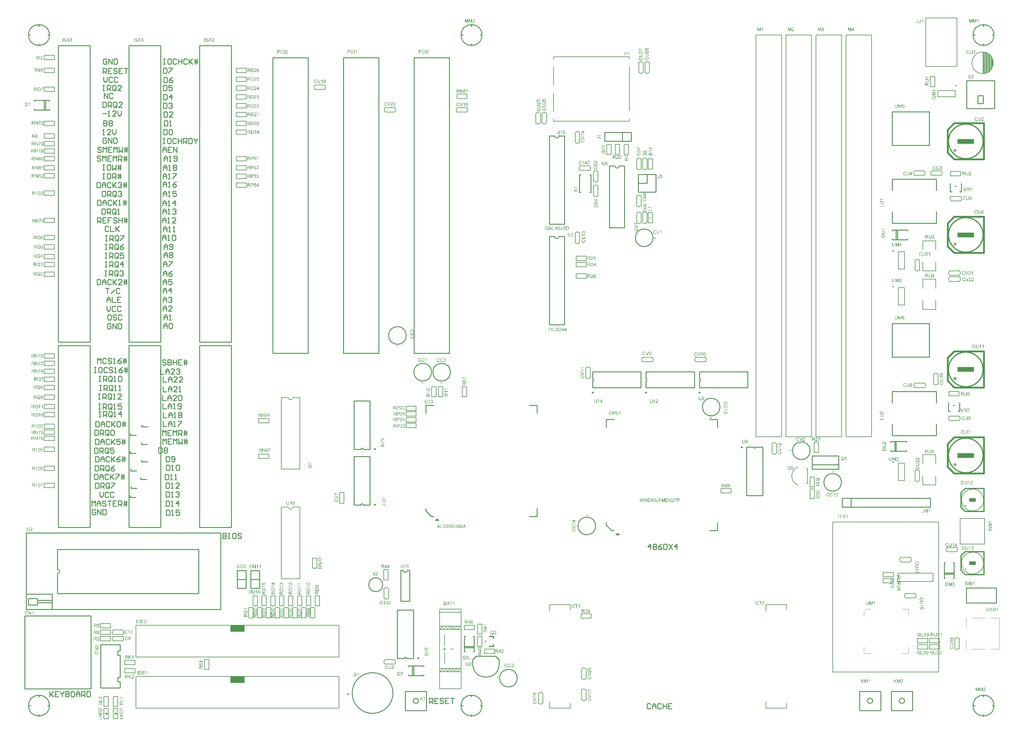
<source format=gto>
%FSLAX44Y44*%
%MOMM*%
G71*
G01*
G75*
%ADD10C,0.2032*%
%ADD11R,0.9652X0.8890*%
%ADD12R,1.0160X0.9398*%
%ADD13R,1.0160X0.9400*%
%ADD14R,2.2098X1.9050*%
%ADD15R,0.9144X0.9144*%
%ADD16R,1.2700X0.9144*%
%ADD17R,0.8890X0.9652*%
%ADD18R,1.9050X2.2098*%
%ADD19R,0.9000X0.8000*%
%ADD20R,0.9398X1.0160*%
%ADD21R,0.9400X1.0160*%
%ADD22R,2.2000X0.3600*%
%ADD23R,3.0000X1.0000*%
%ADD24R,3.5000X1.0000*%
%ADD25R,4.0000X1.4000*%
%ADD26O,2.2000X0.6000*%
%ADD27R,3.2000X1.6500*%
%ADD28R,1.2000X1.2000*%
%ADD29R,1.6000X1.5000*%
%ADD30O,0.6000X2.2000*%
%ADD31R,1.0668X3.5560*%
%ADD32R,10.6680X8.8900*%
%ADD33R,3.8100X5.5880*%
%ADD34R,1.9050X0.5588*%
%ADD35R,2.2000X1.8000*%
%ADD36R,2.4000X0.4000*%
%ADD37R,0.5000X2.0000*%
%ADD38R,3.2000X1.6000*%
%ADD39R,6.0000X7.0000*%
%ADD40O,1.4500X0.5000*%
%ADD41O,0.5000X1.4500*%
%ADD42O,2.0320X0.5588*%
%ADD43O,1.4000X0.3000*%
%ADD44O,0.3000X1.4000*%
%ADD45R,0.9000X1.0000*%
%ADD46R,2.5000X1.8000*%
%ADD47R,2.2000X1.5000*%
%ADD48R,0.5588X1.9050*%
%ADD49C,0.1778*%
%ADD50C,0.2540*%
%ADD51C,0.7620*%
%ADD52C,0.5080*%
%ADD53C,1.2700*%
%ADD54C,0.3810*%
%ADD55C,0.7000*%
%ADD56C,0.8890*%
%ADD57C,0.6350*%
%ADD58C,0.3048*%
%ADD59R,6.8834X6.6294*%
%ADD60R,7.4168X2.9972*%
%ADD61R,3.9116X9.0424*%
%ADD62R,6.6294X4.3688*%
%ADD63R,2.2098X8.4836*%
%ADD64R,7.2390X2.3368*%
%ADD65R,7.5692X1.4224*%
%ADD66R,5.3086X2.3876*%
%ADD67R,6.4770X2.3876*%
%ADD68R,0.8492X4.9022*%
%ADD69R,1.1176X9.9060*%
%ADD70R,7.4930X2.5908*%
%ADD71R,6.6548X1.4732*%
%ADD72R,5.1816X1.4732*%
%ADD73R,3.2258X4.2672*%
%ADD74R,11.5824X3.8608*%
%ADD75R,9.6012X3.5814*%
%ADD76R,10.6426X2.4638*%
%ADD77R,4.2672X4.9530*%
%ADD78R,5.3086X3.6322*%
%ADD79R,2.2860X2.4638*%
%ADD80R,3.6322X5.3086*%
%ADD81R,6.7818X2.8702*%
%ADD82R,2.5654X7.4676*%
%ADD83R,7.3660X2.3876*%
%ADD84R,1.6256X4.7752*%
%ADD85R,4.2164X2.8956*%
%ADD86R,2.2606X6.3754*%
%ADD87C,5.0000*%
%ADD88C,1.7780*%
%ADD89O,1.6510X1.0160*%
%ADD90C,1.2700*%
%ADD91R,1.2700X1.2700*%
%ADD92O,1.7780X1.5240*%
%ADD93O,1.5240X1.7780*%
%ADD94C,1.0000*%
%ADD95C,2.4384*%
%ADD96R,1.3800X2.5000*%
%ADD97O,1.3800X2.5000*%
%ADD98C,0.5080*%
%ADD99C,1.5000*%
%ADD100R,1.5000X1.5000*%
%ADD101O,1.2700X1.0160*%
%ADD102C,1.3000*%
%ADD103O,1.0000X1.7000*%
%ADD104C,1.1430*%
%ADD105C,1.5240*%
%ADD106O,1.4000X3.8000*%
%ADD107O,3.8000X1.4000*%
%ADD108O,1.0160X1.6510*%
%ADD109C,1.3800*%
%ADD110C,2.5000*%
%ADD111C,1.5748*%
%ADD112R,1.5748X1.5748*%
%ADD113C,1.3970*%
%ADD114C,1.1000*%
%ADD115R,1.5240X1.5240*%
%ADD116O,3.0480X1.5240*%
%ADD117C,2.0320*%
%ADD118C,2.2000*%
%ADD119C,1.6000*%
%ADD120C,0.9000*%
%ADD121C,0.6604*%
%ADD122C,0.6858*%
%ADD123C,0.6350*%
%ADD124C,0.8636*%
%ADD125C,1.0160*%
%ADD126C,0.7112*%
%ADD127C,1.0160*%
%ADD128C,1.5080*%
%ADD129C,1.3080*%
%ADD130C,2.9464*%
%ADD131C,1.4478*%
%ADD132C,1.5080*%
%ADD133C,0.8128*%
%ADD134C,1.4080*%
%ADD135O,1.3080X2.0080*%
%ADD136C,1.3080*%
%ADD137O,3.7080X1.3080*%
%ADD138C,1.2080*%
%ADD139C,2.0080*%
%ADD140C,1.4732*%
%ADD141C,1.4986*%
%ADD142C,1.8080*%
%ADD143C,2.7080*%
%ADD144C,2.1080*%
%ADD145C,0.8382*%
%ADD146C,0.9652*%
%ADD147C,1.0668*%
%ADD148C,0.9398*%
%ADD149C,0.8890*%
%ADD150C,3.5080*%
%ADD151O,1.3080X3.7080*%
%ADD152R,0.9144X0.9144*%
%ADD153R,0.9144X1.2700*%
%ADD154R,1.3000X1.2000*%
%ADD155C,2.0000*%
%ADD156R,3.9116X4.4958*%
%ADD157R,2.8956X1.2700*%
%ADD158R,0.9652X1.9050*%
%ADD159R,2.2098X5.6134*%
%ADD160R,4.3688X2.6162*%
%ADD161C,0.1270*%
%ADD162C,0.2500*%
%ADD163C,0.3000*%
%ADD164C,0.2500*%
%ADD165C,0.2000*%
%ADD166C,0.1000*%
%ADD167C,0.2096*%
%ADD168C,0.1524*%
%ADD169C,0.1500*%
%ADD170C,0.2286*%
%ADD171R,1.9836X0.9960*%
%ADD172R,4.8436X1.4084*%
%ADD173R,4.1000X1.9000*%
G36*
X1671115Y2620924D02*
X1671309Y2620894D01*
X1671532Y2620850D01*
X1671784Y2620790D01*
X1672037Y2620701D01*
X1672289Y2620582D01*
X1672304D01*
X1672319Y2620567D01*
X1672408Y2620523D01*
X1672527Y2620449D01*
X1672676Y2620345D01*
X1672839Y2620211D01*
X1673017Y2620047D01*
X1673181Y2619854D01*
X1673329Y2619646D01*
X1673344Y2619616D01*
X1673389Y2619542D01*
X1673448Y2619423D01*
X1673508Y2619275D01*
X1673567Y2619081D01*
X1673627Y2618873D01*
X1673671Y2618651D01*
X1673686Y2618398D01*
Y2618368D01*
Y2618294D01*
X1673671Y2618175D01*
X1673641Y2618026D01*
X1673597Y2617848D01*
X1673537Y2617655D01*
X1673463Y2617447D01*
X1673344Y2617254D01*
X1673329Y2617224D01*
X1673285Y2617165D01*
X1673196Y2617076D01*
X1673092Y2616956D01*
X1672943Y2616823D01*
X1672780Y2616689D01*
X1672572Y2616541D01*
X1672334Y2616422D01*
X1672349D01*
X1672378Y2616407D01*
X1672423D01*
X1672482Y2616377D01*
X1672631Y2616332D01*
X1672824Y2616243D01*
X1673032Y2616140D01*
X1673255Y2615991D01*
X1673478Y2615812D01*
X1673671Y2615590D01*
X1673686Y2615560D01*
X1673745Y2615471D01*
X1673820Y2615337D01*
X1673924Y2615159D01*
X1674013Y2614936D01*
X1674087Y2614668D01*
X1674147Y2614356D01*
X1674162Y2614015D01*
Y2614000D01*
Y2613955D01*
Y2613896D01*
X1674147Y2613806D01*
X1674132Y2613688D01*
X1674117Y2613569D01*
X1674087Y2613420D01*
X1674043Y2613271D01*
X1673939Y2612930D01*
X1673864Y2612737D01*
X1673760Y2612558D01*
X1673656Y2612380D01*
X1673537Y2612202D01*
X1673389Y2612023D01*
X1673225Y2611845D01*
X1673210Y2611830D01*
X1673181Y2611801D01*
X1673136Y2611771D01*
X1673062Y2611711D01*
X1672973Y2611637D01*
X1672854Y2611563D01*
X1672720Y2611489D01*
X1672586Y2611414D01*
X1672423Y2611325D01*
X1672245Y2611251D01*
X1672052Y2611176D01*
X1671844Y2611102D01*
X1671621Y2611043D01*
X1671383Y2611013D01*
X1671130Y2610983D01*
X1670878Y2610968D01*
X1670759D01*
X1670670Y2610983D01*
X1670551Y2610998D01*
X1670432Y2611013D01*
X1670283Y2611028D01*
X1670135Y2611058D01*
X1669793Y2611147D01*
X1669436Y2611295D01*
X1669258Y2611370D01*
X1669095Y2611474D01*
X1668916Y2611592D01*
X1668753Y2611726D01*
X1668738Y2611741D01*
X1668723Y2611756D01*
X1668678Y2611801D01*
X1668619Y2611860D01*
X1668560Y2611949D01*
X1668485Y2612038D01*
X1668396Y2612142D01*
X1668322Y2612261D01*
X1668144Y2612558D01*
X1667995Y2612900D01*
X1667861Y2613286D01*
X1667817Y2613495D01*
X1667787Y2613717D01*
X1668991Y2613881D01*
Y2613866D01*
X1669005Y2613836D01*
Y2613777D01*
X1669035Y2613717D01*
X1669080Y2613539D01*
X1669154Y2613316D01*
X1669243Y2613078D01*
X1669362Y2612826D01*
X1669511Y2612603D01*
X1669674Y2612410D01*
X1669704Y2612395D01*
X1669763Y2612336D01*
X1669867Y2612276D01*
X1670016Y2612187D01*
X1670179Y2612113D01*
X1670387Y2612038D01*
X1670625Y2611979D01*
X1670878Y2611964D01*
X1670967D01*
X1671026Y2611979D01*
X1671175Y2611994D01*
X1671368Y2612038D01*
X1671606Y2612113D01*
X1671844Y2612202D01*
X1672081Y2612350D01*
X1672304Y2612544D01*
X1672334Y2612573D01*
X1672393Y2612647D01*
X1672482Y2612766D01*
X1672601Y2612945D01*
X1672705Y2613153D01*
X1672794Y2613405D01*
X1672854Y2613688D01*
X1672884Y2614000D01*
Y2614015D01*
Y2614030D01*
Y2614074D01*
X1672869Y2614133D01*
X1672854Y2614282D01*
X1672809Y2614475D01*
X1672750Y2614683D01*
X1672646Y2614921D01*
X1672512Y2615144D01*
X1672334Y2615352D01*
X1672304Y2615381D01*
X1672245Y2615441D01*
X1672126Y2615515D01*
X1671962Y2615619D01*
X1671769Y2615723D01*
X1671532Y2615798D01*
X1671279Y2615857D01*
X1670982Y2615887D01*
X1670848D01*
X1670744Y2615872D01*
X1670625Y2615857D01*
X1670477Y2615842D01*
X1670313Y2615812D01*
X1670135Y2615768D01*
X1670268Y2616823D01*
X1670343D01*
X1670402Y2616808D01*
X1670595D01*
X1670729Y2616823D01*
X1670922Y2616853D01*
X1671130Y2616897D01*
X1671353Y2616971D01*
X1671591Y2617061D01*
X1671829Y2617195D01*
X1671858Y2617209D01*
X1671933Y2617269D01*
X1672022Y2617373D01*
X1672141Y2617506D01*
X1672260Y2617670D01*
X1672349Y2617878D01*
X1672423Y2618130D01*
X1672453Y2618428D01*
Y2618442D01*
Y2618457D01*
Y2618532D01*
X1672423Y2618651D01*
X1672393Y2618814D01*
X1672349Y2618977D01*
X1672260Y2619156D01*
X1672155Y2619349D01*
X1672007Y2619512D01*
X1671992Y2619527D01*
X1671933Y2619587D01*
X1671829Y2619661D01*
X1671695Y2619735D01*
X1671532Y2619825D01*
X1671338Y2619884D01*
X1671115Y2619943D01*
X1670863Y2619958D01*
X1670744D01*
X1670610Y2619928D01*
X1670462Y2619899D01*
X1670268Y2619854D01*
X1670075Y2619765D01*
X1669882Y2619661D01*
X1669689Y2619512D01*
X1669674Y2619497D01*
X1669615Y2619438D01*
X1669540Y2619334D01*
X1669451Y2619185D01*
X1669347Y2619007D01*
X1669258Y2618784D01*
X1669169Y2618517D01*
X1669109Y2618205D01*
X1667906Y2618413D01*
Y2618428D01*
X1667921Y2618472D01*
X1667936Y2618532D01*
X1667950Y2618606D01*
X1667980Y2618710D01*
X1668010Y2618829D01*
X1668114Y2619096D01*
X1668233Y2619394D01*
X1668411Y2619706D01*
X1668619Y2620003D01*
X1668887Y2620270D01*
X1668901Y2620285D01*
X1668916Y2620300D01*
X1668961Y2620330D01*
X1669035Y2620374D01*
X1669109Y2620419D01*
X1669199Y2620478D01*
X1669422Y2620612D01*
X1669704Y2620731D01*
X1670046Y2620835D01*
X1670417Y2620909D01*
X1670625Y2620939D01*
X1670967D01*
X1671115Y2620924D01*
D02*
G37*
G36*
X1646234Y2594633D02*
X1646353D01*
X1646650Y2594618D01*
X1646962Y2594588D01*
X1647289Y2594529D01*
X1647601Y2594469D01*
X1647750Y2594425D01*
X1647883Y2594380D01*
X1647898D01*
X1647913Y2594365D01*
X1648002Y2594336D01*
X1648121Y2594261D01*
X1648270Y2594157D01*
X1648448Y2594038D01*
X1648626Y2593875D01*
X1648805Y2593682D01*
X1648968Y2593444D01*
X1648983Y2593414D01*
X1649028Y2593325D01*
X1649102Y2593192D01*
X1649176Y2593013D01*
X1649250Y2592790D01*
X1649325Y2592538D01*
X1649369Y2592270D01*
X1649384Y2591973D01*
Y2591958D01*
Y2591928D01*
Y2591869D01*
X1649369Y2591795D01*
Y2591706D01*
X1649355Y2591602D01*
X1649295Y2591364D01*
X1649221Y2591082D01*
X1649102Y2590799D01*
X1648924Y2590502D01*
X1648820Y2590353D01*
X1648701Y2590220D01*
X1648671Y2590190D01*
X1648626Y2590160D01*
X1648582Y2590101D01*
X1648508Y2590056D01*
X1648418Y2589982D01*
X1648314Y2589922D01*
X1648195Y2589848D01*
X1648062Y2589774D01*
X1647898Y2589700D01*
X1647735Y2589625D01*
X1647542Y2589551D01*
X1647349Y2589477D01*
X1647126Y2589417D01*
X1646888Y2589373D01*
X1646635Y2589328D01*
X1646665Y2589313D01*
X1646725Y2589284D01*
X1646814Y2589239D01*
X1646918Y2589180D01*
X1647170Y2589016D01*
X1647304Y2588927D01*
X1647408Y2588838D01*
X1647438Y2588808D01*
X1647512Y2588748D01*
X1647616Y2588630D01*
X1647750Y2588481D01*
X1647913Y2588288D01*
X1648091Y2588065D01*
X1648285Y2587812D01*
X1648478Y2587530D01*
X1650172Y2584885D01*
X1648552D01*
X1647259Y2586906D01*
Y2586921D01*
X1647230Y2586951D01*
X1647200Y2586995D01*
X1647170Y2587055D01*
X1647066Y2587203D01*
X1646933Y2587397D01*
X1646784Y2587619D01*
X1646620Y2587842D01*
X1646472Y2588050D01*
X1646323Y2588243D01*
X1646308Y2588258D01*
X1646264Y2588318D01*
X1646190Y2588407D01*
X1646115Y2588511D01*
X1645892Y2588719D01*
X1645788Y2588823D01*
X1645670Y2588897D01*
X1645655Y2588912D01*
X1645625Y2588927D01*
X1645565Y2588957D01*
X1645491Y2589001D01*
X1645313Y2589090D01*
X1645090Y2589165D01*
X1645075D01*
X1645045Y2589180D01*
X1644986D01*
X1644912Y2589194D01*
X1644808Y2589209D01*
X1644689D01*
X1644540Y2589224D01*
X1642876D01*
Y2584885D01*
X1641583D01*
Y2594648D01*
X1646115D01*
X1646234Y2594633D01*
D02*
G37*
G36*
X1655402D02*
X1655670Y2594618D01*
X1655967Y2594588D01*
X1656249Y2594544D01*
X1656487Y2594499D01*
X1656502D01*
X1656531Y2594484D01*
X1656561D01*
X1656621Y2594455D01*
X1656784Y2594410D01*
X1656977Y2594336D01*
X1657200Y2594247D01*
X1657438Y2594128D01*
X1657676Y2593979D01*
X1657913Y2593801D01*
X1657928D01*
X1657943Y2593771D01*
X1658047Y2593682D01*
X1658181Y2593533D01*
X1658344Y2593340D01*
X1658537Y2593102D01*
X1658731Y2592820D01*
X1658909Y2592493D01*
X1659072Y2592122D01*
Y2592107D01*
X1659087Y2592077D01*
X1659102Y2592018D01*
X1659132Y2591943D01*
X1659162Y2591854D01*
X1659191Y2591735D01*
X1659236Y2591602D01*
X1659265Y2591453D01*
X1659295Y2591289D01*
X1659340Y2591111D01*
X1659399Y2590725D01*
X1659444Y2590294D01*
X1659459Y2589818D01*
Y2589803D01*
Y2589774D01*
Y2589714D01*
Y2589625D01*
X1659444Y2589536D01*
Y2589417D01*
X1659429Y2589150D01*
X1659399Y2588853D01*
X1659340Y2588511D01*
X1659280Y2588169D01*
X1659191Y2587842D01*
Y2587827D01*
X1659176Y2587798D01*
X1659162Y2587753D01*
X1659147Y2587694D01*
X1659087Y2587545D01*
X1659013Y2587337D01*
X1658924Y2587114D01*
X1658805Y2586877D01*
X1658671Y2586639D01*
X1658522Y2586416D01*
X1658508Y2586386D01*
X1658448Y2586327D01*
X1658374Y2586223D01*
X1658255Y2586089D01*
X1658136Y2585955D01*
X1657973Y2585807D01*
X1657809Y2585658D01*
X1657631Y2585524D01*
X1657616Y2585509D01*
X1657542Y2585480D01*
X1657438Y2585420D01*
X1657304Y2585346D01*
X1657141Y2585272D01*
X1656947Y2585197D01*
X1656725Y2585123D01*
X1656472Y2585049D01*
X1656442D01*
X1656353Y2585019D01*
X1656219Y2585004D01*
X1656026Y2584974D01*
X1655803Y2584945D01*
X1655536Y2584915D01*
X1655239Y2584900D01*
X1654912Y2584885D01*
X1651405D01*
Y2594648D01*
X1655150D01*
X1655402Y2594633D01*
D02*
G37*
G36*
X1645677Y2620880D02*
X1645796D01*
X1646093Y2620865D01*
X1646405Y2620835D01*
X1646732Y2620775D01*
X1647044Y2620716D01*
X1647192Y2620671D01*
X1647326Y2620627D01*
X1647341D01*
X1647356Y2620612D01*
X1647445Y2620582D01*
X1647564Y2620508D01*
X1647713Y2620404D01*
X1647891Y2620285D01*
X1648069Y2620121D01*
X1648247Y2619928D01*
X1648411Y2619691D01*
X1648426Y2619661D01*
X1648470Y2619572D01*
X1648545Y2619438D01*
X1648619Y2619260D01*
X1648693Y2619037D01*
X1648768Y2618784D01*
X1648812Y2618517D01*
X1648827Y2618220D01*
Y2618205D01*
Y2618175D01*
Y2618116D01*
X1648812Y2618041D01*
Y2617952D01*
X1648797Y2617848D01*
X1648738Y2617610D01*
X1648663Y2617328D01*
X1648545Y2617046D01*
X1648366Y2616749D01*
X1648262Y2616600D01*
X1648143Y2616466D01*
X1648114Y2616436D01*
X1648069Y2616407D01*
X1648024Y2616347D01*
X1647950Y2616303D01*
X1647861Y2616229D01*
X1647757Y2616169D01*
X1647638Y2616095D01*
X1647504Y2616021D01*
X1647341Y2615946D01*
X1647178Y2615872D01*
X1646984Y2615798D01*
X1646791Y2615723D01*
X1646568Y2615664D01*
X1646331Y2615619D01*
X1646078Y2615575D01*
X1646108Y2615560D01*
X1646167Y2615530D01*
X1646256Y2615486D01*
X1646360Y2615426D01*
X1646613Y2615263D01*
X1646747Y2615174D01*
X1646851Y2615085D01*
X1646880Y2615055D01*
X1646955Y2614995D01*
X1647059Y2614876D01*
X1647192Y2614728D01*
X1647356Y2614535D01*
X1647534Y2614312D01*
X1647727Y2614059D01*
X1647921Y2613777D01*
X1649614Y2611132D01*
X1647995D01*
X1646702Y2613153D01*
Y2613168D01*
X1646672Y2613197D01*
X1646643Y2613242D01*
X1646613Y2613301D01*
X1646509Y2613450D01*
X1646375Y2613643D01*
X1646227Y2613866D01*
X1646063Y2614089D01*
X1645914Y2614297D01*
X1645766Y2614490D01*
X1645751Y2614505D01*
X1645706Y2614564D01*
X1645632Y2614654D01*
X1645558Y2614757D01*
X1645335Y2614966D01*
X1645231Y2615070D01*
X1645112Y2615144D01*
X1645097Y2615159D01*
X1645068Y2615174D01*
X1645008Y2615203D01*
X1644934Y2615248D01*
X1644756Y2615337D01*
X1644533Y2615411D01*
X1644518D01*
X1644488Y2615426D01*
X1644429D01*
X1644354Y2615441D01*
X1644250Y2615456D01*
X1644131D01*
X1643983Y2615471D01*
X1642319D01*
Y2611132D01*
X1641026D01*
Y2620894D01*
X1645558D01*
X1645677Y2620880D01*
D02*
G37*
G36*
X1654845D02*
X1655112Y2620865D01*
X1655409Y2620835D01*
X1655692Y2620790D01*
X1655930Y2620746D01*
X1655944D01*
X1655974Y2620731D01*
X1656004D01*
X1656063Y2620701D01*
X1656227Y2620656D01*
X1656420Y2620582D01*
X1656643Y2620493D01*
X1656880Y2620374D01*
X1657118Y2620226D01*
X1657356Y2620047D01*
X1657371D01*
X1657386Y2620018D01*
X1657490Y2619928D01*
X1657623Y2619780D01*
X1657787Y2619587D01*
X1657980Y2619349D01*
X1658173Y2619066D01*
X1658351Y2618740D01*
X1658515Y2618368D01*
Y2618353D01*
X1658530Y2618324D01*
X1658545Y2618264D01*
X1658574Y2618190D01*
X1658604Y2618101D01*
X1658634Y2617982D01*
X1658678Y2617848D01*
X1658708Y2617700D01*
X1658738Y2617536D01*
X1658782Y2617358D01*
X1658842Y2616971D01*
X1658886Y2616541D01*
X1658901Y2616065D01*
Y2616050D01*
Y2616021D01*
Y2615961D01*
Y2615872D01*
X1658886Y2615783D01*
Y2615664D01*
X1658872Y2615396D01*
X1658842Y2615099D01*
X1658782Y2614757D01*
X1658723Y2614416D01*
X1658634Y2614089D01*
Y2614074D01*
X1658619Y2614044D01*
X1658604Y2614000D01*
X1658589Y2613940D01*
X1658530Y2613792D01*
X1658456Y2613584D01*
X1658366Y2613361D01*
X1658248Y2613123D01*
X1658114Y2612885D01*
X1657965Y2612662D01*
X1657950Y2612633D01*
X1657891Y2612573D01*
X1657817Y2612469D01*
X1657698Y2612336D01*
X1657579Y2612202D01*
X1657415Y2612053D01*
X1657252Y2611905D01*
X1657074Y2611771D01*
X1657059Y2611756D01*
X1656985Y2611726D01*
X1656880Y2611667D01*
X1656747Y2611592D01*
X1656583Y2611518D01*
X1656390Y2611444D01*
X1656167Y2611370D01*
X1655915Y2611295D01*
X1655885D01*
X1655796Y2611266D01*
X1655662Y2611251D01*
X1655469Y2611221D01*
X1655246Y2611191D01*
X1654978Y2611161D01*
X1654681Y2611147D01*
X1654355Y2611132D01*
X1650848D01*
Y2620894D01*
X1654592D01*
X1654845Y2620880D01*
D02*
G37*
G36*
X1663656Y2620924D02*
X1663775Y2620909D01*
X1663909Y2620894D01*
X1664057Y2620880D01*
X1664221Y2620835D01*
X1664577Y2620746D01*
X1664949Y2620612D01*
X1665142Y2620523D01*
X1665320Y2620419D01*
X1665484Y2620285D01*
X1665647Y2620151D01*
X1665662Y2620136D01*
X1665677Y2620121D01*
X1665722Y2620077D01*
X1665781Y2620018D01*
X1665840Y2619928D01*
X1665915Y2619839D01*
X1666063Y2619616D01*
X1666212Y2619334D01*
X1666346Y2619007D01*
X1666450Y2618636D01*
X1666465Y2618428D01*
X1666479Y2618220D01*
Y2618190D01*
Y2618116D01*
X1666465Y2617997D01*
X1666450Y2617848D01*
X1666420Y2617670D01*
X1666375Y2617477D01*
X1666316Y2617269D01*
X1666227Y2617061D01*
X1666212Y2617031D01*
X1666182Y2616956D01*
X1666123Y2616853D01*
X1666034Y2616704D01*
X1665930Y2616526D01*
X1665796Y2616318D01*
X1665618Y2616110D01*
X1665424Y2615872D01*
X1665395Y2615842D01*
X1665320Y2615753D01*
X1665187Y2615619D01*
X1665098Y2615530D01*
X1664993Y2615426D01*
X1664875Y2615307D01*
X1664726Y2615174D01*
X1664577Y2615040D01*
X1664414Y2614876D01*
X1664236Y2614713D01*
X1664028Y2614535D01*
X1663820Y2614356D01*
X1663582Y2614148D01*
X1663567Y2614133D01*
X1663537Y2614104D01*
X1663478Y2614059D01*
X1663404Y2614000D01*
X1663225Y2613851D01*
X1663002Y2613658D01*
X1662780Y2613450D01*
X1662542Y2613242D01*
X1662349Y2613064D01*
X1662274Y2612989D01*
X1662200Y2612915D01*
X1662185Y2612900D01*
X1662155Y2612856D01*
X1662096Y2612796D01*
X1662022Y2612707D01*
X1661858Y2612514D01*
X1661695Y2612276D01*
X1666494D01*
Y2611132D01*
X1660031D01*
Y2611147D01*
Y2611206D01*
Y2611295D01*
X1660045Y2611399D01*
X1660060Y2611518D01*
X1660075Y2611652D01*
X1660120Y2611801D01*
X1660164Y2611949D01*
Y2611964D01*
X1660179Y2611979D01*
X1660209Y2612068D01*
X1660268Y2612187D01*
X1660358Y2612365D01*
X1660461Y2612558D01*
X1660610Y2612781D01*
X1660759Y2613004D01*
X1660952Y2613242D01*
Y2613257D01*
X1660982Y2613271D01*
X1661056Y2613361D01*
X1661175Y2613495D01*
X1661353Y2613673D01*
X1661576Y2613881D01*
X1661843Y2614133D01*
X1662170Y2614416D01*
X1662527Y2614728D01*
X1662542Y2614743D01*
X1662601Y2614787D01*
X1662675Y2614846D01*
X1662780Y2614951D01*
X1662913Y2615055D01*
X1663062Y2615188D01*
X1663389Y2615471D01*
X1663745Y2615812D01*
X1664102Y2616154D01*
X1664280Y2616318D01*
X1664429Y2616481D01*
X1664563Y2616645D01*
X1664682Y2616793D01*
Y2616808D01*
X1664711Y2616823D01*
X1664741Y2616867D01*
X1664771Y2616927D01*
X1664860Y2617076D01*
X1664964Y2617269D01*
X1665068Y2617491D01*
X1665157Y2617729D01*
X1665216Y2617997D01*
X1665246Y2618249D01*
Y2618264D01*
Y2618279D01*
X1665231Y2618368D01*
X1665216Y2618502D01*
X1665187Y2618665D01*
X1665112Y2618859D01*
X1665023Y2619052D01*
X1664904Y2619260D01*
X1664726Y2619453D01*
X1664696Y2619468D01*
X1664637Y2619527D01*
X1664518Y2619601D01*
X1664369Y2619706D01*
X1664176Y2619795D01*
X1663953Y2619869D01*
X1663686Y2619928D01*
X1663389Y2619943D01*
X1663300D01*
X1663240Y2619928D01*
X1663091Y2619914D01*
X1662898Y2619884D01*
X1662675Y2619810D01*
X1662438Y2619720D01*
X1662215Y2619587D01*
X1662007Y2619408D01*
X1661992Y2619379D01*
X1661933Y2619319D01*
X1661843Y2619200D01*
X1661754Y2619037D01*
X1661650Y2618829D01*
X1661576Y2618591D01*
X1661517Y2618309D01*
X1661487Y2617982D01*
X1660253Y2618116D01*
Y2618130D01*
Y2618175D01*
X1660268Y2618249D01*
X1660283Y2618339D01*
X1660313Y2618457D01*
X1660328Y2618591D01*
X1660417Y2618888D01*
X1660536Y2619230D01*
X1660699Y2619572D01*
X1660922Y2619914D01*
X1661041Y2620062D01*
X1661190Y2620211D01*
X1661204Y2620226D01*
X1661234Y2620240D01*
X1661279Y2620285D01*
X1661338Y2620330D01*
X1661427Y2620374D01*
X1661531Y2620449D01*
X1661650Y2620508D01*
X1661784Y2620582D01*
X1661933Y2620641D01*
X1662096Y2620716D01*
X1662289Y2620775D01*
X1662482Y2620820D01*
X1662928Y2620909D01*
X1663166Y2620924D01*
X1663418Y2620939D01*
X1663552D01*
X1663656Y2620924D01*
D02*
G37*
G36*
X1664214Y2594677D02*
X1664332Y2594662D01*
X1664466Y2594648D01*
X1664615Y2594633D01*
X1664778Y2594588D01*
X1665135Y2594499D01*
X1665506Y2594365D01*
X1665699Y2594276D01*
X1665878Y2594172D01*
X1666041Y2594038D01*
X1666205Y2593905D01*
X1666219Y2593890D01*
X1666234Y2593875D01*
X1666279Y2593830D01*
X1666338Y2593771D01*
X1666398Y2593682D01*
X1666472Y2593593D01*
X1666621Y2593370D01*
X1666769Y2593087D01*
X1666903Y2592761D01*
X1667007Y2592389D01*
X1667022Y2592181D01*
X1667037Y2591973D01*
Y2591943D01*
Y2591869D01*
X1667022Y2591750D01*
X1667007Y2591602D01*
X1666977Y2591423D01*
X1666933Y2591230D01*
X1666873Y2591022D01*
X1666784Y2590814D01*
X1666769Y2590784D01*
X1666740Y2590710D01*
X1666680Y2590606D01*
X1666591Y2590457D01*
X1666487Y2590279D01*
X1666353Y2590071D01*
X1666175Y2589863D01*
X1665982Y2589625D01*
X1665952Y2589596D01*
X1665878Y2589507D01*
X1665744Y2589373D01*
X1665655Y2589284D01*
X1665551Y2589180D01*
X1665432Y2589061D01*
X1665283Y2588927D01*
X1665135Y2588793D01*
X1664971Y2588630D01*
X1664793Y2588466D01*
X1664585Y2588288D01*
X1664377Y2588110D01*
X1664139Y2587902D01*
X1664124Y2587887D01*
X1664095Y2587857D01*
X1664035Y2587812D01*
X1663961Y2587753D01*
X1663783Y2587604D01*
X1663560Y2587411D01*
X1663337Y2587203D01*
X1663099Y2586995D01*
X1662906Y2586817D01*
X1662832Y2586743D01*
X1662757Y2586668D01*
X1662742Y2586653D01*
X1662713Y2586609D01*
X1662653Y2586549D01*
X1662579Y2586460D01*
X1662416Y2586267D01*
X1662252Y2586029D01*
X1667052D01*
Y2584885D01*
X1660588D01*
Y2584900D01*
Y2584960D01*
Y2585049D01*
X1660603Y2585153D01*
X1660618Y2585272D01*
X1660632Y2585405D01*
X1660677Y2585554D01*
X1660722Y2585703D01*
Y2585717D01*
X1660737Y2585732D01*
X1660766Y2585822D01*
X1660826Y2585940D01*
X1660915Y2586118D01*
X1661019Y2586312D01*
X1661167Y2586535D01*
X1661316Y2586758D01*
X1661509Y2586995D01*
Y2587010D01*
X1661539Y2587025D01*
X1661613Y2587114D01*
X1661732Y2587248D01*
X1661910Y2587426D01*
X1662133Y2587634D01*
X1662401Y2587887D01*
X1662728Y2588169D01*
X1663084Y2588481D01*
X1663099Y2588496D01*
X1663159Y2588541D01*
X1663233Y2588600D01*
X1663337Y2588704D01*
X1663471Y2588808D01*
X1663619Y2588942D01*
X1663946Y2589224D01*
X1664303Y2589566D01*
X1664659Y2589908D01*
X1664838Y2590071D01*
X1664986Y2590234D01*
X1665120Y2590398D01*
X1665239Y2590547D01*
Y2590562D01*
X1665269Y2590576D01*
X1665298Y2590621D01*
X1665328Y2590680D01*
X1665417Y2590829D01*
X1665521Y2591022D01*
X1665625Y2591245D01*
X1665714Y2591483D01*
X1665774Y2591750D01*
X1665804Y2592003D01*
Y2592018D01*
Y2592032D01*
X1665789Y2592122D01*
X1665774Y2592255D01*
X1665744Y2592419D01*
X1665670Y2592612D01*
X1665581Y2592805D01*
X1665462Y2593013D01*
X1665283Y2593206D01*
X1665254Y2593221D01*
X1665194Y2593281D01*
X1665075Y2593355D01*
X1664927Y2593459D01*
X1664734Y2593548D01*
X1664511Y2593622D01*
X1664243Y2593682D01*
X1663946Y2593697D01*
X1663857D01*
X1663797Y2593682D01*
X1663649Y2593667D01*
X1663456Y2593637D01*
X1663233Y2593563D01*
X1662995Y2593474D01*
X1662772Y2593340D01*
X1662564Y2593162D01*
X1662549Y2593132D01*
X1662490Y2593073D01*
X1662401Y2592954D01*
X1662312Y2592790D01*
X1662208Y2592582D01*
X1662133Y2592344D01*
X1662074Y2592062D01*
X1662044Y2591735D01*
X1660811Y2591869D01*
Y2591884D01*
Y2591928D01*
X1660826Y2592003D01*
X1660840Y2592092D01*
X1660870Y2592211D01*
X1660885Y2592344D01*
X1660974Y2592642D01*
X1661093Y2592983D01*
X1661257Y2593325D01*
X1661479Y2593667D01*
X1661598Y2593816D01*
X1661747Y2593964D01*
X1661762Y2593979D01*
X1661792Y2593994D01*
X1661836Y2594038D01*
X1661895Y2594083D01*
X1661985Y2594128D01*
X1662089Y2594202D01*
X1662208Y2594261D01*
X1662341Y2594336D01*
X1662490Y2594395D01*
X1662653Y2594469D01*
X1662847Y2594529D01*
X1663040Y2594573D01*
X1663485Y2594662D01*
X1663723Y2594677D01*
X1663976Y2594692D01*
X1664109D01*
X1664214Y2594677D01*
D02*
G37*
G36*
X1646367Y2570503D02*
X1646486D01*
X1646783Y2570488D01*
X1647095Y2570458D01*
X1647422Y2570399D01*
X1647734Y2570339D01*
X1647883Y2570295D01*
X1648017Y2570250D01*
X1648031D01*
X1648046Y2570235D01*
X1648136Y2570206D01*
X1648254Y2570131D01*
X1648403Y2570027D01*
X1648581Y2569908D01*
X1648760Y2569745D01*
X1648938Y2569552D01*
X1649101Y2569314D01*
X1649116Y2569284D01*
X1649161Y2569195D01*
X1649235Y2569062D01*
X1649309Y2568883D01*
X1649384Y2568660D01*
X1649458Y2568408D01*
X1649503Y2568140D01*
X1649517Y2567843D01*
Y2567828D01*
Y2567798D01*
Y2567739D01*
X1649503Y2567665D01*
Y2567576D01*
X1649488Y2567472D01*
X1649428Y2567234D01*
X1649354Y2566952D01*
X1649235Y2566669D01*
X1649057Y2566372D01*
X1648953Y2566223D01*
X1648834Y2566090D01*
X1648804Y2566060D01*
X1648760Y2566030D01*
X1648715Y2565971D01*
X1648641Y2565926D01*
X1648552Y2565852D01*
X1648448Y2565793D01*
X1648329Y2565718D01*
X1648195Y2565644D01*
X1648031Y2565569D01*
X1647868Y2565495D01*
X1647675Y2565421D01*
X1647482Y2565347D01*
X1647259Y2565287D01*
X1647021Y2565243D01*
X1646768Y2565198D01*
X1646798Y2565183D01*
X1646858Y2565154D01*
X1646947Y2565109D01*
X1647051Y2565050D01*
X1647303Y2564886D01*
X1647437Y2564797D01*
X1647541Y2564708D01*
X1647571Y2564678D01*
X1647645Y2564619D01*
X1647749Y2564500D01*
X1647883Y2564351D01*
X1648046Y2564158D01*
X1648225Y2563935D01*
X1648418Y2563683D01*
X1648611Y2563400D01*
X1650305Y2560755D01*
X1648685D01*
X1647393Y2562776D01*
Y2562791D01*
X1647363Y2562821D01*
X1647333Y2562865D01*
X1647303Y2562925D01*
X1647199Y2563073D01*
X1647066Y2563267D01*
X1646917Y2563489D01*
X1646754Y2563712D01*
X1646605Y2563920D01*
X1646456Y2564113D01*
X1646442Y2564128D01*
X1646397Y2564188D01*
X1646323Y2564277D01*
X1646248Y2564381D01*
X1646026Y2564589D01*
X1645921Y2564693D01*
X1645803Y2564767D01*
X1645788Y2564782D01*
X1645758Y2564797D01*
X1645699Y2564827D01*
X1645624Y2564871D01*
X1645446Y2564960D01*
X1645223Y2565035D01*
X1645208D01*
X1645179Y2565050D01*
X1645119D01*
X1645045Y2565064D01*
X1644941Y2565079D01*
X1644822D01*
X1644673Y2565094D01*
X1643009D01*
Y2560755D01*
X1641716D01*
Y2570518D01*
X1646248D01*
X1646367Y2570503D01*
D02*
G37*
G36*
X1655535D02*
X1655803Y2570488D01*
X1656100Y2570458D01*
X1656382Y2570414D01*
X1656620Y2570369D01*
X1656635D01*
X1656665Y2570354D01*
X1656694D01*
X1656754Y2570324D01*
X1656917Y2570280D01*
X1657110Y2570206D01*
X1657333Y2570117D01*
X1657571Y2569998D01*
X1657809Y2569849D01*
X1658047Y2569671D01*
X1658061D01*
X1658076Y2569641D01*
X1658180Y2569552D01*
X1658314Y2569403D01*
X1658477Y2569210D01*
X1658671Y2568972D01*
X1658864Y2568690D01*
X1659042Y2568363D01*
X1659205Y2567992D01*
Y2567977D01*
X1659220Y2567947D01*
X1659235Y2567888D01*
X1659265Y2567813D01*
X1659295Y2567724D01*
X1659324Y2567605D01*
X1659369Y2567472D01*
X1659399Y2567323D01*
X1659428Y2567159D01*
X1659473Y2566981D01*
X1659532Y2566595D01*
X1659577Y2566164D01*
X1659592Y2565688D01*
Y2565674D01*
Y2565644D01*
Y2565584D01*
Y2565495D01*
X1659577Y2565406D01*
Y2565287D01*
X1659562Y2565020D01*
X1659532Y2564723D01*
X1659473Y2564381D01*
X1659413Y2564039D01*
X1659324Y2563712D01*
Y2563698D01*
X1659310Y2563668D01*
X1659295Y2563623D01*
X1659280Y2563564D01*
X1659220Y2563415D01*
X1659146Y2563207D01*
X1659057Y2562984D01*
X1658938Y2562746D01*
X1658804Y2562509D01*
X1658656Y2562286D01*
X1658641Y2562256D01*
X1658581Y2562197D01*
X1658507Y2562093D01*
X1658388Y2561959D01*
X1658269Y2561825D01*
X1658106Y2561677D01*
X1657943Y2561528D01*
X1657764Y2561394D01*
X1657749Y2561379D01*
X1657675Y2561350D01*
X1657571Y2561290D01*
X1657437Y2561216D01*
X1657274Y2561142D01*
X1657081Y2561067D01*
X1656858Y2560993D01*
X1656605Y2560919D01*
X1656575D01*
X1656486Y2560889D01*
X1656353Y2560874D01*
X1656159Y2560844D01*
X1655936Y2560815D01*
X1655669Y2560785D01*
X1655372Y2560770D01*
X1655045Y2560755D01*
X1651538D01*
Y2570518D01*
X1655283D01*
X1655535Y2570503D01*
D02*
G37*
G36*
X1664347Y2570547D02*
X1664466Y2570533D01*
X1664599Y2570518D01*
X1664748Y2570503D01*
X1664911Y2570458D01*
X1665268Y2570369D01*
X1665639Y2570235D01*
X1665833Y2570146D01*
X1666011Y2570042D01*
X1666174Y2569908D01*
X1666338Y2569775D01*
X1666353Y2569760D01*
X1666367Y2569745D01*
X1666412Y2569700D01*
X1666472Y2569641D01*
X1666531Y2569552D01*
X1666605Y2569463D01*
X1666754Y2569240D01*
X1666902Y2568958D01*
X1667036Y2568631D01*
X1667140Y2568259D01*
X1667155Y2568051D01*
X1667170Y2567843D01*
Y2567813D01*
Y2567739D01*
X1667155Y2567620D01*
X1667140Y2567472D01*
X1667110Y2567293D01*
X1667066Y2567100D01*
X1667006Y2566892D01*
X1666917Y2566684D01*
X1666902Y2566654D01*
X1666873Y2566580D01*
X1666813Y2566476D01*
X1666724Y2566328D01*
X1666620Y2566149D01*
X1666486Y2565941D01*
X1666308Y2565733D01*
X1666115Y2565495D01*
X1666085Y2565466D01*
X1666011Y2565377D01*
X1665877Y2565243D01*
X1665788Y2565154D01*
X1665684Y2565050D01*
X1665565Y2564931D01*
X1665417Y2564797D01*
X1665268Y2564663D01*
X1665105Y2564500D01*
X1664926Y2564336D01*
X1664718Y2564158D01*
X1664510Y2563980D01*
X1664272Y2563772D01*
X1664258Y2563757D01*
X1664228Y2563727D01*
X1664168Y2563683D01*
X1664094Y2563623D01*
X1663916Y2563474D01*
X1663693Y2563281D01*
X1663470Y2563073D01*
X1663232Y2562865D01*
X1663039Y2562687D01*
X1662965Y2562613D01*
X1662890Y2562538D01*
X1662876Y2562523D01*
X1662846Y2562479D01*
X1662787Y2562419D01*
X1662712Y2562330D01*
X1662549Y2562137D01*
X1662385Y2561899D01*
X1667185D01*
Y2560755D01*
X1660721D01*
Y2560770D01*
Y2560829D01*
Y2560919D01*
X1660736Y2561023D01*
X1660751Y2561142D01*
X1660766Y2561275D01*
X1660810Y2561424D01*
X1660855Y2561573D01*
Y2561588D01*
X1660870Y2561602D01*
X1660899Y2561691D01*
X1660959Y2561810D01*
X1661048Y2561989D01*
X1661152Y2562182D01*
X1661301Y2562405D01*
X1661449Y2562628D01*
X1661642Y2562865D01*
Y2562880D01*
X1661672Y2562895D01*
X1661746Y2562984D01*
X1661865Y2563118D01*
X1662043Y2563296D01*
X1662266Y2563504D01*
X1662534Y2563757D01*
X1662861Y2564039D01*
X1663217Y2564351D01*
X1663232Y2564366D01*
X1663292Y2564411D01*
X1663366Y2564470D01*
X1663470Y2564574D01*
X1663604Y2564678D01*
X1663752Y2564812D01*
X1664079Y2565094D01*
X1664436Y2565436D01*
X1664792Y2565778D01*
X1664971Y2565941D01*
X1665119Y2566104D01*
X1665253Y2566268D01*
X1665372Y2566417D01*
Y2566431D01*
X1665402Y2566446D01*
X1665431Y2566491D01*
X1665461Y2566550D01*
X1665550Y2566699D01*
X1665654Y2566892D01*
X1665758Y2567115D01*
X1665847Y2567353D01*
X1665907Y2567620D01*
X1665937Y2567873D01*
Y2567888D01*
Y2567903D01*
X1665922Y2567992D01*
X1665907Y2568125D01*
X1665877Y2568289D01*
X1665803Y2568482D01*
X1665714Y2568675D01*
X1665595Y2568883D01*
X1665417Y2569076D01*
X1665387Y2569091D01*
X1665327Y2569151D01*
X1665208Y2569225D01*
X1665060Y2569329D01*
X1664867Y2569418D01*
X1664644Y2569492D01*
X1664376Y2569552D01*
X1664079Y2569567D01*
X1663990D01*
X1663931Y2569552D01*
X1663782Y2569537D01*
X1663589Y2569507D01*
X1663366Y2569433D01*
X1663128Y2569344D01*
X1662905Y2569210D01*
X1662697Y2569032D01*
X1662682Y2569002D01*
X1662623Y2568943D01*
X1662534Y2568824D01*
X1662445Y2568660D01*
X1662341Y2568452D01*
X1662266Y2568214D01*
X1662207Y2567932D01*
X1662177Y2567605D01*
X1660944Y2567739D01*
Y2567754D01*
Y2567798D01*
X1660959Y2567873D01*
X1660974Y2567962D01*
X1661003Y2568081D01*
X1661018Y2568214D01*
X1661107Y2568512D01*
X1661226Y2568853D01*
X1661390Y2569195D01*
X1661613Y2569537D01*
X1661732Y2569686D01*
X1661880Y2569834D01*
X1661895Y2569849D01*
X1661925Y2569864D01*
X1661969Y2569908D01*
X1662029Y2569953D01*
X1662118Y2569998D01*
X1662222Y2570072D01*
X1662341Y2570131D01*
X1662474Y2570206D01*
X1662623Y2570265D01*
X1662787Y2570339D01*
X1662980Y2570399D01*
X1663173Y2570443D01*
X1663619Y2570533D01*
X1663856Y2570547D01*
X1664109Y2570562D01*
X1664243D01*
X1664347Y2570547D01*
D02*
G37*
G36*
X1671792Y2594677D02*
X1671911Y2594662D01*
X1672044Y2594648D01*
X1672193Y2594633D01*
X1672356Y2594588D01*
X1672713Y2594499D01*
X1673084Y2594365D01*
X1673277Y2594276D01*
X1673456Y2594172D01*
X1673619Y2594038D01*
X1673783Y2593905D01*
X1673798Y2593890D01*
X1673813Y2593875D01*
X1673857Y2593830D01*
X1673916Y2593771D01*
X1673976Y2593682D01*
X1674050Y2593593D01*
X1674199Y2593370D01*
X1674347Y2593087D01*
X1674481Y2592761D01*
X1674585Y2592389D01*
X1674600Y2592181D01*
X1674615Y2591973D01*
Y2591943D01*
Y2591869D01*
X1674600Y2591750D01*
X1674585Y2591602D01*
X1674555Y2591423D01*
X1674511Y2591230D01*
X1674451Y2591022D01*
X1674362Y2590814D01*
X1674347Y2590784D01*
X1674318Y2590710D01*
X1674258Y2590606D01*
X1674169Y2590457D01*
X1674065Y2590279D01*
X1673931Y2590071D01*
X1673753Y2589863D01*
X1673560Y2589625D01*
X1673530Y2589596D01*
X1673456Y2589507D01*
X1673322Y2589373D01*
X1673233Y2589284D01*
X1673129Y2589180D01*
X1673010Y2589061D01*
X1672861Y2588927D01*
X1672713Y2588793D01*
X1672549Y2588630D01*
X1672371Y2588466D01*
X1672163Y2588288D01*
X1671955Y2588110D01*
X1671717Y2587902D01*
X1671703Y2587887D01*
X1671673Y2587857D01*
X1671613Y2587812D01*
X1671539Y2587753D01*
X1671361Y2587604D01*
X1671138Y2587411D01*
X1670915Y2587203D01*
X1670677Y2586995D01*
X1670484Y2586817D01*
X1670410Y2586743D01*
X1670335Y2586668D01*
X1670321Y2586653D01*
X1670291Y2586609D01*
X1670231Y2586549D01*
X1670157Y2586460D01*
X1669994Y2586267D01*
X1669830Y2586029D01*
X1674630D01*
Y2584885D01*
X1668166D01*
Y2584900D01*
Y2584960D01*
Y2585049D01*
X1668181Y2585153D01*
X1668196Y2585272D01*
X1668211Y2585405D01*
X1668255Y2585554D01*
X1668300Y2585703D01*
Y2585717D01*
X1668315Y2585732D01*
X1668344Y2585822D01*
X1668404Y2585940D01*
X1668493Y2586118D01*
X1668597Y2586312D01*
X1668746Y2586535D01*
X1668894Y2586758D01*
X1669087Y2586995D01*
Y2587010D01*
X1669117Y2587025D01*
X1669191Y2587114D01*
X1669310Y2587248D01*
X1669489Y2587426D01*
X1669711Y2587634D01*
X1669979Y2587887D01*
X1670306Y2588169D01*
X1670662Y2588481D01*
X1670677Y2588496D01*
X1670737Y2588541D01*
X1670811Y2588600D01*
X1670915Y2588704D01*
X1671049Y2588808D01*
X1671197Y2588942D01*
X1671524Y2589224D01*
X1671881Y2589566D01*
X1672237Y2589908D01*
X1672416Y2590071D01*
X1672564Y2590234D01*
X1672698Y2590398D01*
X1672817Y2590547D01*
Y2590562D01*
X1672847Y2590576D01*
X1672876Y2590621D01*
X1672906Y2590680D01*
X1672995Y2590829D01*
X1673099Y2591022D01*
X1673203Y2591245D01*
X1673292Y2591483D01*
X1673352Y2591750D01*
X1673382Y2592003D01*
Y2592018D01*
Y2592032D01*
X1673367Y2592122D01*
X1673352Y2592255D01*
X1673322Y2592419D01*
X1673248Y2592612D01*
X1673159Y2592805D01*
X1673040Y2593013D01*
X1672861Y2593206D01*
X1672832Y2593221D01*
X1672772Y2593281D01*
X1672653Y2593355D01*
X1672505Y2593459D01*
X1672312Y2593548D01*
X1672089Y2593622D01*
X1671821Y2593682D01*
X1671524Y2593697D01*
X1671435D01*
X1671376Y2593682D01*
X1671227Y2593667D01*
X1671034Y2593637D01*
X1670811Y2593563D01*
X1670573Y2593474D01*
X1670350Y2593340D01*
X1670142Y2593162D01*
X1670127Y2593132D01*
X1670068Y2593073D01*
X1669979Y2592954D01*
X1669890Y2592790D01*
X1669786Y2592582D01*
X1669711Y2592344D01*
X1669652Y2592062D01*
X1669622Y2591735D01*
X1668389Y2591869D01*
Y2591884D01*
Y2591928D01*
X1668404Y2592003D01*
X1668419Y2592092D01*
X1668448Y2592211D01*
X1668463Y2592344D01*
X1668552Y2592642D01*
X1668671Y2592983D01*
X1668835Y2593325D01*
X1669058Y2593667D01*
X1669176Y2593816D01*
X1669325Y2593964D01*
X1669340Y2593979D01*
X1669370Y2593994D01*
X1669414Y2594038D01*
X1669474Y2594083D01*
X1669563Y2594128D01*
X1669667Y2594202D01*
X1669786Y2594261D01*
X1669919Y2594336D01*
X1670068Y2594395D01*
X1670231Y2594469D01*
X1670425Y2594529D01*
X1670618Y2594573D01*
X1671064Y2594662D01*
X1671301Y2594677D01*
X1671554Y2594692D01*
X1671688D01*
X1671792Y2594677D01*
D02*
G37*
G36*
X2561782Y2242610D02*
X2562049Y2242595D01*
X2562346Y2242565D01*
X2562629Y2242521D01*
X2562867Y2242476D01*
X2562881D01*
X2562911Y2242461D01*
X2562941D01*
X2563000Y2242432D01*
X2563164Y2242387D01*
X2563357Y2242313D01*
X2563580Y2242224D01*
X2563818Y2242105D01*
X2564055Y2241956D01*
X2564293Y2241778D01*
X2564308D01*
X2564323Y2241748D01*
X2564427Y2241659D01*
X2564561Y2241510D01*
X2564724Y2241317D01*
X2564917Y2241080D01*
X2565110Y2240797D01*
X2565289Y2240470D01*
X2565452Y2240099D01*
Y2240084D01*
X2565467Y2240054D01*
X2565482Y2239995D01*
X2565511Y2239921D01*
X2565541Y2239831D01*
X2565571Y2239712D01*
X2565616Y2239579D01*
X2565645Y2239430D01*
X2565675Y2239267D01*
X2565720Y2239088D01*
X2565779Y2238702D01*
X2565823Y2238271D01*
X2565838Y2237796D01*
Y2237781D01*
Y2237751D01*
Y2237692D01*
Y2237603D01*
X2565823Y2237513D01*
Y2237394D01*
X2565809Y2237127D01*
X2565779Y2236830D01*
X2565720Y2236488D01*
X2565660Y2236146D01*
X2565571Y2235819D01*
Y2235804D01*
X2565556Y2235775D01*
X2565541Y2235730D01*
X2565526Y2235671D01*
X2565467Y2235522D01*
X2565392Y2235314D01*
X2565304Y2235091D01*
X2565185Y2234854D01*
X2565051Y2234616D01*
X2564902Y2234393D01*
X2564887Y2234363D01*
X2564828Y2234304D01*
X2564754Y2234200D01*
X2564635Y2234066D01*
X2564516Y2233932D01*
X2564352Y2233784D01*
X2564189Y2233635D01*
X2564011Y2233501D01*
X2563996Y2233486D01*
X2563922Y2233457D01*
X2563818Y2233397D01*
X2563684Y2233323D01*
X2563521Y2233249D01*
X2563327Y2233174D01*
X2563104Y2233100D01*
X2562852Y2233026D01*
X2562822D01*
X2562733Y2232996D01*
X2562599Y2232981D01*
X2562406Y2232952D01*
X2562183Y2232922D01*
X2561916Y2232892D01*
X2561618Y2232877D01*
X2561292Y2232862D01*
X2557785D01*
Y2242625D01*
X2561529D01*
X2561782Y2242610D01*
D02*
G37*
G36*
X2529984Y2232862D02*
X2528780D01*
Y2240500D01*
X2528765Y2240485D01*
X2528706Y2240426D01*
X2528602Y2240351D01*
X2528468Y2240247D01*
X2528305Y2240114D01*
X2528111Y2239980D01*
X2527888Y2239816D01*
X2527636Y2239668D01*
X2527621D01*
X2527606Y2239653D01*
X2527517Y2239594D01*
X2527383Y2239519D01*
X2527220Y2239430D01*
X2527027Y2239326D01*
X2526819Y2239237D01*
X2526596Y2239133D01*
X2526388Y2239044D01*
Y2240218D01*
X2526403D01*
X2526432Y2240233D01*
X2526492Y2240262D01*
X2526551Y2240307D01*
X2526640Y2240351D01*
X2526744Y2240396D01*
X2526982Y2240530D01*
X2527250Y2240693D01*
X2527547Y2240886D01*
X2527844Y2241109D01*
X2528126Y2241347D01*
X2528141Y2241362D01*
X2528156Y2241377D01*
X2528245Y2241466D01*
X2528379Y2241599D01*
X2528542Y2241763D01*
X2528721Y2241971D01*
X2528899Y2242194D01*
X2529062Y2242432D01*
X2529196Y2242669D01*
X2529984D01*
Y2232862D01*
D02*
G37*
G36*
X2545214D02*
X2543892D01*
X2540103Y2242625D01*
X2541514D01*
X2544040Y2235537D01*
Y2235522D01*
X2544055Y2235493D01*
X2544070Y2235448D01*
X2544100Y2235388D01*
X2544144Y2235225D01*
X2544219Y2235017D01*
X2544308Y2234764D01*
X2544397Y2234497D01*
X2544560Y2233932D01*
Y2233947D01*
X2544575Y2233962D01*
X2544590Y2234007D01*
X2544605Y2234066D01*
X2544650Y2234229D01*
X2544709Y2234438D01*
X2544783Y2234675D01*
X2544872Y2234943D01*
X2544976Y2235240D01*
X2545080Y2235537D01*
X2547725Y2242625D01*
X2549033D01*
X2545214Y2232862D01*
D02*
G37*
G36*
X1671413Y2697378D02*
X1671502D01*
X1671621Y2697363D01*
X1671888Y2697318D01*
X1672185Y2697229D01*
X1672497Y2697111D01*
X1672809Y2696962D01*
X1672958Y2696858D01*
X1673107Y2696739D01*
X1673121D01*
X1673136Y2696709D01*
X1673225Y2696620D01*
X1673344Y2696472D01*
X1673493Y2696278D01*
X1673656Y2696026D01*
X1673790Y2695728D01*
X1673924Y2695372D01*
X1673998Y2694971D01*
X1672809Y2694882D01*
Y2694897D01*
Y2694911D01*
X1672780Y2695001D01*
X1672735Y2695119D01*
X1672690Y2695268D01*
X1672542Y2695610D01*
X1672453Y2695758D01*
X1672349Y2695892D01*
X1672334Y2695922D01*
X1672260Y2695981D01*
X1672155Y2696056D01*
X1672022Y2696159D01*
X1671844Y2696249D01*
X1671635Y2696338D01*
X1671398Y2696397D01*
X1671145Y2696412D01*
X1671041D01*
X1670937Y2696397D01*
X1670803Y2696367D01*
X1670640Y2696338D01*
X1670462Y2696278D01*
X1670298Y2696189D01*
X1670120Y2696085D01*
X1670090Y2696070D01*
X1670031Y2696011D01*
X1669927Y2695907D01*
X1669808Y2695773D01*
X1669659Y2695610D01*
X1669511Y2695402D01*
X1669362Y2695149D01*
X1669228Y2694867D01*
Y2694852D01*
X1669214Y2694837D01*
X1669199Y2694778D01*
X1669184Y2694718D01*
X1669154Y2694644D01*
X1669124Y2694540D01*
X1669095Y2694421D01*
X1669065Y2694287D01*
X1669035Y2694139D01*
X1669005Y2693975D01*
X1668976Y2693782D01*
X1668946Y2693589D01*
X1668931Y2693366D01*
X1668916Y2693128D01*
X1668901Y2692876D01*
Y2692623D01*
X1668916Y2692638D01*
X1668976Y2692712D01*
X1669065Y2692831D01*
X1669199Y2692980D01*
X1669347Y2693143D01*
X1669525Y2693307D01*
X1669733Y2693455D01*
X1669956Y2693589D01*
X1669986Y2693604D01*
X1670060Y2693633D01*
X1670194Y2693693D01*
X1670358Y2693752D01*
X1670551Y2693812D01*
X1670774Y2693871D01*
X1671011Y2693901D01*
X1671264Y2693916D01*
X1671383D01*
X1671472Y2693901D01*
X1671576Y2693886D01*
X1671695Y2693871D01*
X1671977Y2693812D01*
X1672289Y2693693D01*
X1672468Y2693633D01*
X1672631Y2693544D01*
X1672809Y2693440D01*
X1672988Y2693322D01*
X1673151Y2693188D01*
X1673315Y2693024D01*
X1673329Y2693009D01*
X1673344Y2692980D01*
X1673389Y2692935D01*
X1673448Y2692861D01*
X1673508Y2692772D01*
X1673582Y2692668D01*
X1673656Y2692549D01*
X1673745Y2692415D01*
X1673820Y2692252D01*
X1673894Y2692088D01*
X1673968Y2691895D01*
X1674028Y2691702D01*
X1674087Y2691479D01*
X1674132Y2691256D01*
X1674147Y2691003D01*
X1674162Y2690751D01*
Y2690736D01*
Y2690706D01*
Y2690662D01*
Y2690602D01*
X1674147Y2690513D01*
Y2690424D01*
X1674117Y2690186D01*
X1674057Y2689933D01*
X1673998Y2689637D01*
X1673894Y2689339D01*
X1673760Y2689042D01*
Y2689027D01*
X1673745Y2689012D01*
X1673716Y2688968D01*
X1673686Y2688908D01*
X1673597Y2688775D01*
X1673478Y2688596D01*
X1673315Y2688403D01*
X1673121Y2688210D01*
X1672913Y2688017D01*
X1672661Y2687838D01*
X1672631Y2687823D01*
X1672542Y2687779D01*
X1672393Y2687705D01*
X1672215Y2687631D01*
X1671977Y2687556D01*
X1671710Y2687482D01*
X1671413Y2687437D01*
X1671100Y2687422D01*
X1671041D01*
X1670952Y2687437D01*
X1670848D01*
X1670729Y2687452D01*
X1670580Y2687482D01*
X1670417Y2687512D01*
X1670239Y2687556D01*
X1670046Y2687616D01*
X1669837Y2687690D01*
X1669644Y2687779D01*
X1669436Y2687883D01*
X1669228Y2688017D01*
X1669020Y2688165D01*
X1668827Y2688329D01*
X1668649Y2688522D01*
X1668634Y2688537D01*
X1668604Y2688582D01*
X1668560Y2688641D01*
X1668500Y2688730D01*
X1668426Y2688849D01*
X1668352Y2688997D01*
X1668262Y2689176D01*
X1668188Y2689384D01*
X1668099Y2689622D01*
X1668010Y2689889D01*
X1667936Y2690186D01*
X1667861Y2690513D01*
X1667802Y2690870D01*
X1667757Y2691271D01*
X1667728Y2691687D01*
X1667713Y2692148D01*
Y2692162D01*
Y2692177D01*
Y2692222D01*
Y2692267D01*
Y2692415D01*
X1667728Y2692608D01*
X1667742Y2692846D01*
X1667772Y2693113D01*
X1667802Y2693411D01*
X1667846Y2693723D01*
X1667891Y2694064D01*
X1667965Y2694406D01*
X1668054Y2694748D01*
X1668159Y2695075D01*
X1668277Y2695417D01*
X1668411Y2695714D01*
X1668575Y2696011D01*
X1668753Y2696263D01*
X1668768Y2696278D01*
X1668797Y2696308D01*
X1668842Y2696367D01*
X1668916Y2696442D01*
X1669020Y2696531D01*
X1669124Y2696620D01*
X1669258Y2696724D01*
X1669407Y2696828D01*
X1669570Y2696932D01*
X1669763Y2697036D01*
X1669956Y2697126D01*
X1670179Y2697214D01*
X1670417Y2697289D01*
X1670670Y2697348D01*
X1670937Y2697378D01*
X1671219Y2697393D01*
X1671323D01*
X1671413Y2697378D01*
D02*
G37*
G36*
X1646150Y2672441D02*
X1646268D01*
X1646566Y2672426D01*
X1646878Y2672397D01*
X1647205Y2672337D01*
X1647517Y2672278D01*
X1647665Y2672233D01*
X1647799Y2672189D01*
X1647814D01*
X1647829Y2672174D01*
X1647918Y2672144D01*
X1648037Y2672070D01*
X1648185Y2671966D01*
X1648364Y2671847D01*
X1648542Y2671684D01*
X1648720Y2671490D01*
X1648884Y2671253D01*
X1648898Y2671223D01*
X1648943Y2671134D01*
X1649017Y2671000D01*
X1649092Y2670822D01*
X1649166Y2670599D01*
X1649240Y2670346D01*
X1649285Y2670079D01*
X1649300Y2669781D01*
Y2669767D01*
Y2669737D01*
Y2669678D01*
X1649285Y2669603D01*
Y2669514D01*
X1649270Y2669410D01*
X1649211Y2669172D01*
X1649136Y2668890D01*
X1649017Y2668608D01*
X1648839Y2668311D01*
X1648735Y2668162D01*
X1648616Y2668028D01*
X1648586Y2667999D01*
X1648542Y2667969D01*
X1648497Y2667910D01*
X1648423Y2667865D01*
X1648334Y2667791D01*
X1648230Y2667731D01*
X1648111Y2667657D01*
X1647977Y2667582D01*
X1647814Y2667508D01*
X1647650Y2667434D01*
X1647457Y2667360D01*
X1647264Y2667285D01*
X1647041Y2667226D01*
X1646803Y2667181D01*
X1646551Y2667137D01*
X1646581Y2667122D01*
X1646640Y2667092D01*
X1646729Y2667048D01*
X1646833Y2666988D01*
X1647086Y2666825D01*
X1647219Y2666736D01*
X1647323Y2666646D01*
X1647353Y2666617D01*
X1647427Y2666557D01*
X1647531Y2666438D01*
X1647665Y2666290D01*
X1647829Y2666096D01*
X1648007Y2665874D01*
X1648200Y2665621D01*
X1648393Y2665339D01*
X1650087Y2662694D01*
X1648468D01*
X1647175Y2664715D01*
Y2664730D01*
X1647145Y2664759D01*
X1647115Y2664804D01*
X1647086Y2664863D01*
X1646982Y2665012D01*
X1646848Y2665205D01*
X1646699Y2665428D01*
X1646536Y2665651D01*
X1646387Y2665859D01*
X1646239Y2666052D01*
X1646224Y2666067D01*
X1646179Y2666126D01*
X1646105Y2666216D01*
X1646031Y2666320D01*
X1645808Y2666527D01*
X1645704Y2666631D01*
X1645585Y2666706D01*
X1645570Y2666721D01*
X1645540Y2666736D01*
X1645481Y2666765D01*
X1645407Y2666810D01*
X1645228Y2666899D01*
X1645005Y2666973D01*
X1644991D01*
X1644961Y2666988D01*
X1644901D01*
X1644827Y2667003D01*
X1644723Y2667018D01*
X1644604D01*
X1644456Y2667033D01*
X1642791D01*
Y2662694D01*
X1641499D01*
Y2672456D01*
X1646031D01*
X1646150Y2672441D01*
D02*
G37*
G36*
X1655318D02*
X1655585Y2672426D01*
X1655882Y2672397D01*
X1656165Y2672352D01*
X1656402Y2672308D01*
X1656417D01*
X1656447Y2672293D01*
X1656477D01*
X1656536Y2672263D01*
X1656700Y2672219D01*
X1656893Y2672144D01*
X1657115Y2672055D01*
X1657353Y2671936D01*
X1657591Y2671788D01*
X1657829Y2671609D01*
X1657844D01*
X1657858Y2671580D01*
X1657962Y2671490D01*
X1658096Y2671342D01*
X1658260Y2671149D01*
X1658453Y2670911D01*
X1658646Y2670629D01*
X1658824Y2670302D01*
X1658988Y2669930D01*
Y2669915D01*
X1659003Y2669886D01*
X1659017Y2669826D01*
X1659047Y2669752D01*
X1659077Y2669663D01*
X1659107Y2669544D01*
X1659151Y2669410D01*
X1659181Y2669261D01*
X1659211Y2669098D01*
X1659255Y2668920D01*
X1659315Y2668534D01*
X1659359Y2668103D01*
X1659374Y2667627D01*
Y2667612D01*
Y2667582D01*
Y2667523D01*
Y2667434D01*
X1659359Y2667345D01*
Y2667226D01*
X1659344Y2666958D01*
X1659315Y2666661D01*
X1659255Y2666320D01*
X1659196Y2665978D01*
X1659107Y2665651D01*
Y2665636D01*
X1659092Y2665606D01*
X1659077Y2665562D01*
X1659062Y2665502D01*
X1659003Y2665354D01*
X1658928Y2665146D01*
X1658839Y2664923D01*
X1658720Y2664685D01*
X1658586Y2664447D01*
X1658438Y2664225D01*
X1658423Y2664195D01*
X1658364Y2664135D01*
X1658289Y2664031D01*
X1658170Y2663897D01*
X1658052Y2663764D01*
X1657888Y2663615D01*
X1657725Y2663466D01*
X1657546Y2663333D01*
X1657532Y2663318D01*
X1657457Y2663288D01*
X1657353Y2663229D01*
X1657220Y2663155D01*
X1657056Y2663080D01*
X1656863Y2663006D01*
X1656640Y2662932D01*
X1656387Y2662857D01*
X1656358D01*
X1656268Y2662827D01*
X1656135Y2662813D01*
X1655942Y2662783D01*
X1655719Y2662753D01*
X1655451Y2662724D01*
X1655154Y2662709D01*
X1654827Y2662694D01*
X1651320D01*
Y2672456D01*
X1655065D01*
X1655318Y2672441D01*
D02*
G37*
G36*
X1663656Y2697378D02*
X1663775Y2697363D01*
X1663909Y2697348D01*
X1664057Y2697333D01*
X1664221Y2697289D01*
X1664577Y2697200D01*
X1664949Y2697066D01*
X1665142Y2696977D01*
X1665320Y2696873D01*
X1665484Y2696739D01*
X1665647Y2696605D01*
X1665662Y2696590D01*
X1665677Y2696576D01*
X1665722Y2696531D01*
X1665781Y2696472D01*
X1665840Y2696382D01*
X1665915Y2696293D01*
X1666063Y2696070D01*
X1666212Y2695788D01*
X1666346Y2695461D01*
X1666450Y2695090D01*
X1666465Y2694882D01*
X1666479Y2694673D01*
Y2694644D01*
Y2694570D01*
X1666465Y2694451D01*
X1666450Y2694302D01*
X1666420Y2694124D01*
X1666375Y2693931D01*
X1666316Y2693723D01*
X1666227Y2693515D01*
X1666212Y2693485D01*
X1666182Y2693411D01*
X1666123Y2693307D01*
X1666034Y2693158D01*
X1665930Y2692980D01*
X1665796Y2692772D01*
X1665618Y2692564D01*
X1665424Y2692326D01*
X1665395Y2692296D01*
X1665320Y2692207D01*
X1665187Y2692073D01*
X1665098Y2691984D01*
X1664993Y2691880D01*
X1664875Y2691761D01*
X1664726Y2691628D01*
X1664577Y2691494D01*
X1664414Y2691330D01*
X1664236Y2691167D01*
X1664028Y2690988D01*
X1663820Y2690810D01*
X1663582Y2690602D01*
X1663567Y2690587D01*
X1663537Y2690558D01*
X1663478Y2690513D01*
X1663404Y2690454D01*
X1663225Y2690305D01*
X1663002Y2690112D01*
X1662780Y2689904D01*
X1662542Y2689696D01*
X1662349Y2689518D01*
X1662274Y2689443D01*
X1662200Y2689369D01*
X1662185Y2689354D01*
X1662155Y2689309D01*
X1662096Y2689250D01*
X1662022Y2689161D01*
X1661858Y2688968D01*
X1661695Y2688730D01*
X1666494D01*
Y2687586D01*
X1660031D01*
Y2687601D01*
Y2687660D01*
Y2687749D01*
X1660045Y2687853D01*
X1660060Y2687972D01*
X1660075Y2688106D01*
X1660120Y2688254D01*
X1660164Y2688403D01*
Y2688418D01*
X1660179Y2688433D01*
X1660209Y2688522D01*
X1660268Y2688641D01*
X1660358Y2688819D01*
X1660461Y2689012D01*
X1660610Y2689235D01*
X1660759Y2689458D01*
X1660952Y2689696D01*
Y2689711D01*
X1660982Y2689726D01*
X1661056Y2689815D01*
X1661175Y2689948D01*
X1661353Y2690127D01*
X1661576Y2690335D01*
X1661843Y2690587D01*
X1662170Y2690870D01*
X1662527Y2691182D01*
X1662542Y2691197D01*
X1662601Y2691241D01*
X1662675Y2691301D01*
X1662780Y2691405D01*
X1662913Y2691509D01*
X1663062Y2691642D01*
X1663389Y2691925D01*
X1663745Y2692267D01*
X1664102Y2692608D01*
X1664280Y2692772D01*
X1664429Y2692935D01*
X1664563Y2693098D01*
X1664682Y2693247D01*
Y2693262D01*
X1664711Y2693277D01*
X1664741Y2693322D01*
X1664771Y2693381D01*
X1664860Y2693529D01*
X1664964Y2693723D01*
X1665068Y2693946D01*
X1665157Y2694183D01*
X1665216Y2694451D01*
X1665246Y2694703D01*
Y2694718D01*
Y2694733D01*
X1665231Y2694822D01*
X1665216Y2694956D01*
X1665187Y2695119D01*
X1665112Y2695312D01*
X1665023Y2695506D01*
X1664904Y2695714D01*
X1664726Y2695907D01*
X1664696Y2695922D01*
X1664637Y2695981D01*
X1664518Y2696056D01*
X1664369Y2696159D01*
X1664176Y2696249D01*
X1663953Y2696323D01*
X1663686Y2696382D01*
X1663389Y2696397D01*
X1663300D01*
X1663240Y2696382D01*
X1663091Y2696367D01*
X1662898Y2696338D01*
X1662675Y2696263D01*
X1662438Y2696174D01*
X1662215Y2696041D01*
X1662007Y2695862D01*
X1661992Y2695833D01*
X1661933Y2695773D01*
X1661843Y2695654D01*
X1661754Y2695491D01*
X1661650Y2695283D01*
X1661576Y2695045D01*
X1661517Y2694763D01*
X1661487Y2694436D01*
X1660253Y2694570D01*
Y2694584D01*
Y2694629D01*
X1660268Y2694703D01*
X1660283Y2694792D01*
X1660313Y2694911D01*
X1660328Y2695045D01*
X1660417Y2695342D01*
X1660536Y2695684D01*
X1660699Y2696026D01*
X1660922Y2696367D01*
X1661041Y2696516D01*
X1661190Y2696665D01*
X1661204Y2696680D01*
X1661234Y2696695D01*
X1661279Y2696739D01*
X1661338Y2696784D01*
X1661427Y2696828D01*
X1661531Y2696902D01*
X1661650Y2696962D01*
X1661784Y2697036D01*
X1661933Y2697096D01*
X1662096Y2697170D01*
X1662289Y2697229D01*
X1662482Y2697274D01*
X1662928Y2697363D01*
X1663166Y2697378D01*
X1663418Y2697393D01*
X1663552D01*
X1663656Y2697378D01*
D02*
G37*
G36*
X2028141Y1614768D02*
X2028215D01*
X2028319Y1614753D01*
X2028527Y1614723D01*
X2028779Y1614664D01*
X2029047Y1614574D01*
X2029314Y1614471D01*
X2029567Y1614307D01*
X2029582D01*
X2029597Y1614277D01*
X2029671Y1614218D01*
X2029790Y1614099D01*
X2029924Y1613951D01*
X2030072Y1613757D01*
X2030221Y1613520D01*
X2030354Y1613237D01*
X2030459Y1612925D01*
Y1612940D01*
X2030473Y1612955D01*
X2030503Y1613044D01*
X2030577Y1613178D01*
X2030652Y1613341D01*
X2030771Y1613534D01*
X2030904Y1613713D01*
X2031053Y1613891D01*
X2031231Y1614040D01*
X2031261Y1614055D01*
X2031320Y1614099D01*
X2031424Y1614158D01*
X2031573Y1614218D01*
X2031751Y1614277D01*
X2031959Y1614337D01*
X2032182Y1614381D01*
X2032435Y1614396D01*
X2032539D01*
X2032613Y1614381D01*
X2032702Y1614366D01*
X2032806Y1614352D01*
X2033059Y1614307D01*
X2033341Y1614218D01*
X2033638Y1614069D01*
X2033802Y1613995D01*
X2033950Y1613891D01*
X2034099Y1613772D01*
X2034233Y1613638D01*
X2034248Y1613624D01*
X2034263Y1613609D01*
X2034307Y1613564D01*
X2034352Y1613505D01*
X2034396Y1613416D01*
X2034471Y1613326D01*
X2034530Y1613222D01*
X2034604Y1613089D01*
X2034738Y1612806D01*
X2034842Y1612450D01*
X2034931Y1612048D01*
X2034946Y1611841D01*
X2034961Y1611603D01*
Y1611588D01*
Y1611543D01*
Y1611484D01*
X2034946Y1611395D01*
Y1611276D01*
X2034916Y1611157D01*
X2034872Y1610860D01*
X2034783Y1610533D01*
X2034649Y1610191D01*
X2034560Y1610013D01*
X2034471Y1609849D01*
X2034352Y1609686D01*
X2034218Y1609537D01*
X2034203Y1609523D01*
X2034188Y1609508D01*
X2034144Y1609463D01*
X2034084Y1609418D01*
X2034010Y1609359D01*
X2033921Y1609285D01*
X2033713Y1609136D01*
X2033445Y1609002D01*
X2033133Y1608869D01*
X2032791Y1608779D01*
X2032598Y1608765D01*
X2032405Y1608750D01*
X2032286D01*
X2032167Y1608765D01*
X2032004Y1608794D01*
X2031811Y1608839D01*
X2031618Y1608898D01*
X2031409Y1608988D01*
X2031216Y1609106D01*
X2031201Y1609121D01*
X2031142Y1609166D01*
X2031053Y1609255D01*
X2030934Y1609374D01*
X2030815Y1609523D01*
X2030696Y1609716D01*
X2030563Y1609939D01*
X2030459Y1610191D01*
Y1610176D01*
X2030444Y1610147D01*
X2030429Y1610102D01*
X2030399Y1610043D01*
X2030325Y1609879D01*
X2030236Y1609686D01*
X2030102Y1609463D01*
X2029939Y1609240D01*
X2029731Y1609017D01*
X2029508Y1608824D01*
X2029478Y1608809D01*
X2029389Y1608750D01*
X2029255Y1608676D01*
X2029062Y1608586D01*
X2028839Y1608497D01*
X2028571Y1608423D01*
X2028274Y1608363D01*
X2027947Y1608349D01*
X2027829D01*
X2027739Y1608363D01*
X2027635Y1608378D01*
X2027502Y1608393D01*
X2027204Y1608453D01*
X2026877Y1608571D01*
X2026699Y1608631D01*
X2026521Y1608720D01*
X2026343Y1608824D01*
X2026164Y1608943D01*
X2026001Y1609077D01*
X2025837Y1609240D01*
X2025822Y1609255D01*
X2025808Y1609285D01*
X2025763Y1609329D01*
X2025704Y1609404D01*
X2025644Y1609493D01*
X2025570Y1609597D01*
X2025496Y1609716D01*
X2025421Y1609864D01*
X2025332Y1610028D01*
X2025258Y1610206D01*
X2025184Y1610399D01*
X2025124Y1610607D01*
X2025065Y1610815D01*
X2025020Y1611053D01*
X2025005Y1611306D01*
X2024990Y1611573D01*
Y1611588D01*
Y1611633D01*
Y1611707D01*
X2025005Y1611811D01*
X2025020Y1611930D01*
X2025035Y1612078D01*
X2025065Y1612227D01*
X2025094Y1612405D01*
X2025199Y1612777D01*
X2025273Y1612970D01*
X2025347Y1613163D01*
X2025451Y1613356D01*
X2025555Y1613549D01*
X2025689Y1613728D01*
X2025837Y1613906D01*
X2025852Y1613921D01*
X2025882Y1613951D01*
X2025927Y1613980D01*
X2025986Y1614040D01*
X2026075Y1614114D01*
X2026179Y1614188D01*
X2026298Y1614263D01*
X2026432Y1614337D01*
X2026580Y1614426D01*
X2026744Y1614500D01*
X2027100Y1614649D01*
X2027308Y1614708D01*
X2027516Y1614738D01*
X2027739Y1614768D01*
X2027977Y1614783D01*
X2028066D01*
X2028141Y1614768D01*
D02*
G37*
G36*
X2536685Y2242655D02*
X2536774D01*
X2536893Y2242640D01*
X2537160Y2242595D01*
X2537458Y2242506D01*
X2537770Y2242387D01*
X2538082Y2242238D01*
X2538230Y2242135D01*
X2538379Y2242016D01*
X2538394D01*
X2538409Y2241986D01*
X2538498Y2241897D01*
X2538617Y2241748D01*
X2538765Y2241555D01*
X2538929Y2241302D01*
X2539062Y2241005D01*
X2539196Y2240649D01*
X2539270Y2240247D01*
X2538082Y2240158D01*
Y2240173D01*
Y2240188D01*
X2538052Y2240277D01*
X2538008Y2240396D01*
X2537963Y2240544D01*
X2537814Y2240886D01*
X2537725Y2241035D01*
X2537621Y2241169D01*
X2537606Y2241198D01*
X2537532Y2241258D01*
X2537428Y2241332D01*
X2537294Y2241436D01*
X2537116Y2241525D01*
X2536908Y2241614D01*
X2536670Y2241674D01*
X2536418Y2241689D01*
X2536314D01*
X2536210Y2241674D01*
X2536076Y2241644D01*
X2535912Y2241614D01*
X2535734Y2241555D01*
X2535571Y2241466D01*
X2535392Y2241362D01*
X2535363Y2241347D01*
X2535303Y2241288D01*
X2535199Y2241183D01*
X2535080Y2241050D01*
X2534932Y2240886D01*
X2534783Y2240678D01*
X2534635Y2240426D01*
X2534501Y2240143D01*
Y2240128D01*
X2534486Y2240114D01*
X2534471Y2240054D01*
X2534456Y2239995D01*
X2534427Y2239921D01*
X2534397Y2239816D01*
X2534367Y2239698D01*
X2534337Y2239564D01*
X2534308Y2239415D01*
X2534278Y2239252D01*
X2534248Y2239059D01*
X2534218Y2238866D01*
X2534204Y2238643D01*
X2534189Y2238405D01*
X2534174Y2238152D01*
Y2237900D01*
X2534189Y2237914D01*
X2534248Y2237989D01*
X2534337Y2238108D01*
X2534471Y2238256D01*
X2534620Y2238420D01*
X2534798Y2238583D01*
X2535006Y2238732D01*
X2535229Y2238866D01*
X2535259Y2238880D01*
X2535333Y2238910D01*
X2535467Y2238970D01*
X2535630Y2239029D01*
X2535823Y2239088D01*
X2536046Y2239148D01*
X2536284Y2239178D01*
X2536537Y2239192D01*
X2536655D01*
X2536745Y2239178D01*
X2536848Y2239163D01*
X2536967Y2239148D01*
X2537250Y2239088D01*
X2537562Y2238970D01*
X2537740Y2238910D01*
X2537903Y2238821D01*
X2538082Y2238717D01*
X2538260Y2238598D01*
X2538423Y2238464D01*
X2538587Y2238301D01*
X2538602Y2238286D01*
X2538617Y2238256D01*
X2538661Y2238212D01*
X2538721Y2238137D01*
X2538780Y2238048D01*
X2538855Y2237944D01*
X2538929Y2237825D01*
X2539018Y2237692D01*
X2539092Y2237528D01*
X2539167Y2237365D01*
X2539241Y2237171D01*
X2539300Y2236978D01*
X2539360Y2236756D01*
X2539404Y2236533D01*
X2539419Y2236280D01*
X2539434Y2236027D01*
Y2236013D01*
Y2235983D01*
Y2235938D01*
Y2235879D01*
X2539419Y2235790D01*
Y2235701D01*
X2539389Y2235463D01*
X2539330Y2235210D01*
X2539270Y2234913D01*
X2539167Y2234616D01*
X2539033Y2234319D01*
Y2234304D01*
X2539018Y2234289D01*
X2538988Y2234244D01*
X2538958Y2234185D01*
X2538869Y2234051D01*
X2538750Y2233873D01*
X2538587Y2233680D01*
X2538394Y2233486D01*
X2538186Y2233293D01*
X2537933Y2233115D01*
X2537903Y2233100D01*
X2537814Y2233056D01*
X2537666Y2232981D01*
X2537487Y2232907D01*
X2537250Y2232833D01*
X2536982Y2232758D01*
X2536685Y2232714D01*
X2536373Y2232699D01*
X2536314D01*
X2536224Y2232714D01*
X2536120D01*
X2536001Y2232729D01*
X2535853Y2232758D01*
X2535690Y2232788D01*
X2535511Y2232833D01*
X2535318Y2232892D01*
X2535110Y2232966D01*
X2534917Y2233056D01*
X2534709Y2233160D01*
X2534501Y2233293D01*
X2534293Y2233442D01*
X2534100Y2233605D01*
X2533921Y2233799D01*
X2533906Y2233813D01*
X2533877Y2233858D01*
X2533832Y2233917D01*
X2533773Y2234007D01*
X2533698Y2234126D01*
X2533624Y2234274D01*
X2533535Y2234452D01*
X2533461Y2234660D01*
X2533371Y2234898D01*
X2533282Y2235166D01*
X2533208Y2235463D01*
X2533134Y2235790D01*
X2533074Y2236146D01*
X2533030Y2236548D01*
X2533000Y2236964D01*
X2532985Y2237424D01*
Y2237439D01*
Y2237454D01*
Y2237498D01*
Y2237543D01*
Y2237692D01*
X2533000Y2237885D01*
X2533015Y2238123D01*
X2533045Y2238390D01*
X2533074Y2238687D01*
X2533119Y2238999D01*
X2533163Y2239341D01*
X2533238Y2239683D01*
X2533327Y2240025D01*
X2533431Y2240351D01*
X2533550Y2240693D01*
X2533683Y2240990D01*
X2533847Y2241288D01*
X2534025Y2241540D01*
X2534040Y2241555D01*
X2534070Y2241585D01*
X2534114Y2241644D01*
X2534189Y2241718D01*
X2534293Y2241808D01*
X2534397Y2241897D01*
X2534530Y2242001D01*
X2534679Y2242105D01*
X2534843Y2242209D01*
X2535036Y2242313D01*
X2535229Y2242402D01*
X2535452Y2242491D01*
X2535690Y2242565D01*
X2535942Y2242625D01*
X2536210Y2242655D01*
X2536492Y2242669D01*
X2536596D01*
X2536685Y2242655D01*
D02*
G37*
G36*
X1664129Y2672486D02*
X1664248Y2672471D01*
X1664382Y2672456D01*
X1664530Y2672441D01*
X1664694Y2672397D01*
X1665050Y2672308D01*
X1665422Y2672174D01*
X1665615Y2672085D01*
X1665793Y2671981D01*
X1665957Y2671847D01*
X1666120Y2671713D01*
X1666135Y2671698D01*
X1666150Y2671684D01*
X1666194Y2671639D01*
X1666254Y2671580D01*
X1666313Y2671490D01*
X1666387Y2671401D01*
X1666536Y2671178D01*
X1666685Y2670896D01*
X1666818Y2670569D01*
X1666922Y2670198D01*
X1666937Y2669990D01*
X1666952Y2669781D01*
Y2669752D01*
Y2669678D01*
X1666937Y2669559D01*
X1666922Y2669410D01*
X1666893Y2669232D01*
X1666848Y2669039D01*
X1666789Y2668831D01*
X1666700Y2668623D01*
X1666685Y2668593D01*
X1666655Y2668519D01*
X1666595Y2668415D01*
X1666506Y2668266D01*
X1666402Y2668088D01*
X1666269Y2667880D01*
X1666090Y2667672D01*
X1665897Y2667434D01*
X1665867Y2667404D01*
X1665793Y2667315D01*
X1665659Y2667181D01*
X1665570Y2667092D01*
X1665466Y2666988D01*
X1665347Y2666869D01*
X1665199Y2666736D01*
X1665050Y2666602D01*
X1664887Y2666438D01*
X1664709Y2666275D01*
X1664500Y2666096D01*
X1664292Y2665918D01*
X1664055Y2665710D01*
X1664040Y2665695D01*
X1664010Y2665666D01*
X1663951Y2665621D01*
X1663876Y2665562D01*
X1663698Y2665413D01*
X1663475Y2665220D01*
X1663252Y2665012D01*
X1663015Y2664804D01*
X1662821Y2664626D01*
X1662747Y2664551D01*
X1662673Y2664477D01*
X1662658Y2664462D01*
X1662628Y2664417D01*
X1662569Y2664358D01*
X1662495Y2664269D01*
X1662331Y2664076D01*
X1662168Y2663838D01*
X1666967D01*
Y2662694D01*
X1660503D01*
Y2662709D01*
Y2662768D01*
Y2662857D01*
X1660518Y2662961D01*
X1660533Y2663080D01*
X1660548Y2663214D01*
X1660592Y2663362D01*
X1660637Y2663511D01*
Y2663526D01*
X1660652Y2663541D01*
X1660682Y2663630D01*
X1660741Y2663749D01*
X1660830Y2663927D01*
X1660934Y2664120D01*
X1661083Y2664343D01*
X1661232Y2664566D01*
X1661425Y2664804D01*
Y2664819D01*
X1661454Y2664834D01*
X1661529Y2664923D01*
X1661647Y2665056D01*
X1661826Y2665235D01*
X1662049Y2665443D01*
X1662316Y2665695D01*
X1662643Y2665978D01*
X1663000Y2666290D01*
X1663015Y2666305D01*
X1663074Y2666349D01*
X1663148Y2666409D01*
X1663252Y2666513D01*
X1663386Y2666617D01*
X1663535Y2666750D01*
X1663862Y2667033D01*
X1664218Y2667375D01*
X1664575Y2667716D01*
X1664753Y2667880D01*
X1664902Y2668043D01*
X1665035Y2668206D01*
X1665154Y2668355D01*
Y2668370D01*
X1665184Y2668385D01*
X1665214Y2668430D01*
X1665243Y2668489D01*
X1665332Y2668637D01*
X1665437Y2668831D01*
X1665541Y2669054D01*
X1665630Y2669291D01*
X1665689Y2669559D01*
X1665719Y2669811D01*
Y2669826D01*
Y2669841D01*
X1665704Y2669930D01*
X1665689Y2670064D01*
X1665659Y2670227D01*
X1665585Y2670421D01*
X1665496Y2670614D01*
X1665377Y2670822D01*
X1665199Y2671015D01*
X1665169Y2671030D01*
X1665110Y2671089D01*
X1664991Y2671164D01*
X1664842Y2671267D01*
X1664649Y2671357D01*
X1664426Y2671431D01*
X1664159Y2671490D01*
X1663862Y2671505D01*
X1663772D01*
X1663713Y2671490D01*
X1663564Y2671476D01*
X1663371Y2671446D01*
X1663148Y2671371D01*
X1662910Y2671282D01*
X1662688Y2671149D01*
X1662480Y2670970D01*
X1662465Y2670941D01*
X1662405Y2670881D01*
X1662316Y2670762D01*
X1662227Y2670599D01*
X1662123Y2670391D01*
X1662049Y2670153D01*
X1661989Y2669871D01*
X1661960Y2669544D01*
X1660726Y2669678D01*
Y2669692D01*
Y2669737D01*
X1660741Y2669811D01*
X1660756Y2669901D01*
X1660786Y2670020D01*
X1660800Y2670153D01*
X1660890Y2670450D01*
X1661009Y2670792D01*
X1661172Y2671134D01*
X1661395Y2671476D01*
X1661514Y2671624D01*
X1661662Y2671773D01*
X1661677Y2671788D01*
X1661707Y2671802D01*
X1661752Y2671847D01*
X1661811Y2671891D01*
X1661900Y2671936D01*
X1662004Y2672010D01*
X1662123Y2672070D01*
X1662257Y2672144D01*
X1662405Y2672204D01*
X1662569Y2672278D01*
X1662762Y2672337D01*
X1662955Y2672382D01*
X1663401Y2672471D01*
X1663639Y2672486D01*
X1663891Y2672501D01*
X1664025D01*
X1664129Y2672486D01*
D02*
G37*
G36*
X1655374Y2645941D02*
X1655641Y2645926D01*
X1655939Y2645896D01*
X1656221Y2645852D01*
X1656459Y2645807D01*
X1656474D01*
X1656503Y2645792D01*
X1656533D01*
X1656592Y2645763D01*
X1656756Y2645718D01*
X1656949Y2645644D01*
X1657172Y2645555D01*
X1657410Y2645435D01*
X1657647Y2645287D01*
X1657885Y2645109D01*
X1657900D01*
X1657915Y2645079D01*
X1658019Y2644990D01*
X1658153Y2644841D01*
X1658316Y2644648D01*
X1658509Y2644410D01*
X1658702Y2644128D01*
X1658881Y2643801D01*
X1659044Y2643430D01*
Y2643415D01*
X1659059Y2643385D01*
X1659074Y2643326D01*
X1659104Y2643251D01*
X1659133Y2643162D01*
X1659163Y2643043D01*
X1659208Y2642910D01*
X1659237Y2642761D01*
X1659267Y2642597D01*
X1659312Y2642419D01*
X1659371Y2642033D01*
X1659416Y2641602D01*
X1659431Y2641126D01*
Y2641111D01*
Y2641082D01*
Y2641023D01*
Y2640933D01*
X1659416Y2640844D01*
Y2640725D01*
X1659401Y2640458D01*
X1659371Y2640161D01*
X1659312Y2639819D01*
X1659252Y2639477D01*
X1659163Y2639150D01*
Y2639135D01*
X1659148Y2639106D01*
X1659133Y2639061D01*
X1659118Y2639002D01*
X1659059Y2638853D01*
X1658985Y2638645D01*
X1658896Y2638422D01*
X1658777Y2638185D01*
X1658643Y2637947D01*
X1658494Y2637724D01*
X1658479Y2637694D01*
X1658420Y2637635D01*
X1658346Y2637531D01*
X1658227Y2637397D01*
X1658108Y2637263D01*
X1657945Y2637115D01*
X1657781Y2636966D01*
X1657603Y2636832D01*
X1657588Y2636817D01*
X1657514Y2636788D01*
X1657410Y2636728D01*
X1657276Y2636654D01*
X1657112Y2636580D01*
X1656919Y2636505D01*
X1656696Y2636431D01*
X1656444Y2636357D01*
X1656414D01*
X1656325Y2636327D01*
X1656191Y2636312D01*
X1655998Y2636282D01*
X1655775Y2636253D01*
X1655508Y2636223D01*
X1655211Y2636208D01*
X1654884Y2636193D01*
X1651377D01*
Y2645956D01*
X1655121D01*
X1655374Y2645941D01*
D02*
G37*
G36*
X1664185Y2645985D02*
X1664304Y2645970D01*
X1664438Y2645956D01*
X1664586Y2645941D01*
X1664750Y2645896D01*
X1665107Y2645807D01*
X1665478Y2645673D01*
X1665671Y2645584D01*
X1665850Y2645480D01*
X1666013Y2645346D01*
X1666176Y2645213D01*
X1666191Y2645198D01*
X1666206Y2645183D01*
X1666251Y2645139D01*
X1666310Y2645079D01*
X1666370Y2644990D01*
X1666444Y2644901D01*
X1666593Y2644678D01*
X1666741Y2644395D01*
X1666875Y2644069D01*
X1666979Y2643697D01*
X1666994Y2643489D01*
X1667009Y2643281D01*
Y2643251D01*
Y2643177D01*
X1666994Y2643058D01*
X1666979Y2642910D01*
X1666949Y2642731D01*
X1666904Y2642538D01*
X1666845Y2642330D01*
X1666756Y2642122D01*
X1666741Y2642092D01*
X1666711Y2642018D01*
X1666652Y2641914D01*
X1666563Y2641765D01*
X1666459Y2641587D01*
X1666325Y2641379D01*
X1666147Y2641171D01*
X1665954Y2640933D01*
X1665924Y2640904D01*
X1665850Y2640815D01*
X1665716Y2640681D01*
X1665627Y2640592D01*
X1665523Y2640488D01*
X1665404Y2640369D01*
X1665255Y2640235D01*
X1665107Y2640101D01*
X1664943Y2639938D01*
X1664765Y2639774D01*
X1664557Y2639596D01*
X1664349Y2639418D01*
X1664111Y2639210D01*
X1664096Y2639195D01*
X1664066Y2639165D01*
X1664007Y2639120D01*
X1663933Y2639061D01*
X1663754Y2638912D01*
X1663531Y2638719D01*
X1663309Y2638511D01*
X1663071Y2638303D01*
X1662878Y2638125D01*
X1662803Y2638051D01*
X1662729Y2637976D01*
X1662714Y2637961D01*
X1662685Y2637917D01*
X1662625Y2637857D01*
X1662551Y2637768D01*
X1662387Y2637575D01*
X1662224Y2637337D01*
X1667023D01*
Y2636193D01*
X1660560D01*
Y2636208D01*
Y2636268D01*
Y2636357D01*
X1660575Y2636461D01*
X1660589Y2636580D01*
X1660604Y2636713D01*
X1660649Y2636862D01*
X1660694Y2637010D01*
Y2637025D01*
X1660708Y2637040D01*
X1660738Y2637130D01*
X1660797Y2637248D01*
X1660887Y2637426D01*
X1660991Y2637620D01*
X1661139Y2637843D01*
X1661288Y2638065D01*
X1661481Y2638303D01*
Y2638318D01*
X1661511Y2638333D01*
X1661585Y2638422D01*
X1661704Y2638556D01*
X1661882Y2638734D01*
X1662105Y2638942D01*
X1662372Y2639195D01*
X1662699Y2639477D01*
X1663056Y2639789D01*
X1663071Y2639804D01*
X1663130Y2639849D01*
X1663205Y2639908D01*
X1663309Y2640012D01*
X1663442Y2640116D01*
X1663591Y2640250D01*
X1663918Y2640532D01*
X1664274Y2640874D01*
X1664631Y2641216D01*
X1664809Y2641379D01*
X1664958Y2641542D01*
X1665092Y2641706D01*
X1665211Y2641855D01*
Y2641870D01*
X1665240Y2641884D01*
X1665270Y2641929D01*
X1665300Y2641988D01*
X1665389Y2642137D01*
X1665493Y2642330D01*
X1665597Y2642553D01*
X1665686Y2642791D01*
X1665746Y2643058D01*
X1665775Y2643311D01*
Y2643326D01*
Y2643340D01*
X1665760Y2643430D01*
X1665746Y2643564D01*
X1665716Y2643727D01*
X1665641Y2643920D01*
X1665552Y2644113D01*
X1665434Y2644321D01*
X1665255Y2644514D01*
X1665226Y2644529D01*
X1665166Y2644589D01*
X1665047Y2644663D01*
X1664899Y2644767D01*
X1664705Y2644856D01*
X1664483Y2644930D01*
X1664215Y2644990D01*
X1663918Y2645005D01*
X1663829D01*
X1663769Y2644990D01*
X1663621Y2644975D01*
X1663427Y2644945D01*
X1663205Y2644871D01*
X1662967Y2644782D01*
X1662744Y2644648D01*
X1662536Y2644470D01*
X1662521Y2644440D01*
X1662462Y2644380D01*
X1662372Y2644262D01*
X1662283Y2644098D01*
X1662179Y2643890D01*
X1662105Y2643653D01*
X1662046Y2643370D01*
X1662016Y2643043D01*
X1660783Y2643177D01*
Y2643192D01*
Y2643236D01*
X1660797Y2643311D01*
X1660812Y2643400D01*
X1660842Y2643519D01*
X1660857Y2643653D01*
X1660946Y2643950D01*
X1661065Y2644291D01*
X1661228Y2644633D01*
X1661451Y2644975D01*
X1661570Y2645124D01*
X1661719Y2645272D01*
X1661734Y2645287D01*
X1661763Y2645302D01*
X1661808Y2645346D01*
X1661867Y2645391D01*
X1661956Y2645435D01*
X1662061Y2645510D01*
X1662179Y2645569D01*
X1662313Y2645644D01*
X1662462Y2645703D01*
X1662625Y2645777D01*
X1662818Y2645837D01*
X1663011Y2645881D01*
X1663457Y2645970D01*
X1663695Y2645985D01*
X1663948Y2646000D01*
X1664081D01*
X1664185Y2645985D01*
D02*
G37*
G36*
X1673338Y2639626D02*
X1674661D01*
Y2638526D01*
X1673338D01*
Y2636193D01*
X1672135D01*
Y2638526D01*
X1667900D01*
Y2639626D01*
X1672358Y2645941D01*
X1673338D01*
Y2639626D01*
D02*
G37*
G36*
X1674248Y2671164D02*
X1670355D01*
X1669820Y2668534D01*
X1669835Y2668548D01*
X1669865Y2668563D01*
X1669909Y2668593D01*
X1669969Y2668637D01*
X1670058Y2668682D01*
X1670147Y2668727D01*
X1670385Y2668846D01*
X1670652Y2668965D01*
X1670964Y2669054D01*
X1671306Y2669128D01*
X1671662Y2669158D01*
X1671781D01*
X1671871Y2669143D01*
X1671989Y2669128D01*
X1672108Y2669113D01*
X1672257Y2669083D01*
X1672405Y2669054D01*
X1672747Y2668935D01*
X1672926Y2668875D01*
X1673104Y2668786D01*
X1673297Y2668682D01*
X1673475Y2668563D01*
X1673654Y2668430D01*
X1673817Y2668266D01*
X1673832Y2668251D01*
X1673862Y2668221D01*
X1673906Y2668177D01*
X1673951Y2668103D01*
X1674025Y2668013D01*
X1674099Y2667910D01*
X1674174Y2667791D01*
X1674263Y2667657D01*
X1674352Y2667493D01*
X1674426Y2667330D01*
X1674500Y2667137D01*
X1674575Y2666944D01*
X1674619Y2666721D01*
X1674664Y2666498D01*
X1674694Y2666245D01*
X1674709Y2665993D01*
Y2665978D01*
Y2665933D01*
Y2665859D01*
X1674694Y2665770D01*
X1674679Y2665651D01*
X1674664Y2665517D01*
X1674649Y2665369D01*
X1674619Y2665205D01*
X1674515Y2664848D01*
X1674382Y2664477D01*
X1674292Y2664269D01*
X1674189Y2664076D01*
X1674070Y2663883D01*
X1673936Y2663704D01*
X1673921Y2663689D01*
X1673891Y2663660D01*
X1673832Y2663600D01*
X1673758Y2663526D01*
X1673668Y2663437D01*
X1673550Y2663333D01*
X1673416Y2663229D01*
X1673252Y2663125D01*
X1673089Y2663006D01*
X1672896Y2662902D01*
X1672673Y2662798D01*
X1672450Y2662709D01*
X1672197Y2662635D01*
X1671945Y2662575D01*
X1671662Y2662545D01*
X1671365Y2662531D01*
X1671232D01*
X1671142Y2662545D01*
X1671038Y2662560D01*
X1670905Y2662575D01*
X1670756Y2662590D01*
X1670593Y2662620D01*
X1670251Y2662709D01*
X1669894Y2662842D01*
X1669716Y2662932D01*
X1669538Y2663036D01*
X1669359Y2663140D01*
X1669196Y2663273D01*
X1669181Y2663288D01*
X1669166Y2663303D01*
X1669122Y2663348D01*
X1669062Y2663407D01*
X1669003Y2663481D01*
X1668928Y2663571D01*
X1668854Y2663675D01*
X1668765Y2663794D01*
X1668602Y2664076D01*
X1668438Y2664417D01*
X1668319Y2664804D01*
X1668275Y2665027D01*
X1668245Y2665250D01*
X1669508Y2665339D01*
Y2665324D01*
Y2665294D01*
X1669523Y2665250D01*
X1669538Y2665190D01*
X1669582Y2665027D01*
X1669642Y2664819D01*
X1669716Y2664596D01*
X1669835Y2664373D01*
X1669969Y2664150D01*
X1670147Y2663957D01*
X1670177Y2663942D01*
X1670236Y2663883D01*
X1670340Y2663823D01*
X1670489Y2663734D01*
X1670667Y2663660D01*
X1670875Y2663586D01*
X1671113Y2663526D01*
X1671365Y2663511D01*
X1671454D01*
X1671514Y2663526D01*
X1671677Y2663541D01*
X1671885Y2663586D01*
X1672108Y2663675D01*
X1672361Y2663779D01*
X1672599Y2663942D01*
X1672717Y2664031D01*
X1672836Y2664150D01*
Y2664165D01*
X1672866Y2664180D01*
X1672926Y2664269D01*
X1673029Y2664417D01*
X1673134Y2664611D01*
X1673237Y2664863D01*
X1673342Y2665161D01*
X1673401Y2665502D01*
X1673431Y2665889D01*
Y2665903D01*
Y2665933D01*
Y2665993D01*
X1673416Y2666052D01*
Y2666141D01*
X1673401Y2666245D01*
X1673356Y2666483D01*
X1673297Y2666736D01*
X1673193Y2667003D01*
X1673044Y2667271D01*
X1672851Y2667508D01*
X1672822Y2667538D01*
X1672747Y2667597D01*
X1672628Y2667701D01*
X1672450Y2667805D01*
X1672242Y2667910D01*
X1671974Y2668013D01*
X1671677Y2668073D01*
X1671350Y2668103D01*
X1671246D01*
X1671142Y2668088D01*
X1670994Y2668073D01*
X1670830Y2668028D01*
X1670652Y2667984D01*
X1670474Y2667910D01*
X1670295Y2667820D01*
X1670281Y2667805D01*
X1670221Y2667776D01*
X1670132Y2667716D01*
X1670028Y2667642D01*
X1669924Y2667538D01*
X1669805Y2667419D01*
X1669686Y2667285D01*
X1669582Y2667137D01*
X1668453Y2667300D01*
X1669404Y2672308D01*
X1674248D01*
Y2671164D01*
D02*
G37*
G36*
X2503505Y2242773D02*
X2503624D01*
X2503876Y2242744D01*
X2504159Y2242699D01*
X2504486Y2242640D01*
X2504812Y2242551D01*
X2505139Y2242432D01*
X2505154D01*
X2505184Y2242417D01*
X2505228Y2242402D01*
X2505288Y2242372D01*
X2505437Y2242298D01*
X2505630Y2242179D01*
X2505853Y2242045D01*
X2506075Y2241882D01*
X2506298Y2241703D01*
X2506492Y2241481D01*
X2506506Y2241451D01*
X2506566Y2241377D01*
X2506655Y2241243D01*
X2506774Y2241050D01*
X2506893Y2240827D01*
X2507012Y2240559D01*
X2507130Y2240247D01*
X2507234Y2239891D01*
X2506061Y2239564D01*
Y2239579D01*
X2506046Y2239594D01*
X2506031Y2239683D01*
X2505972Y2239816D01*
X2505912Y2239995D01*
X2505838Y2240173D01*
X2505749Y2240366D01*
X2505645Y2240559D01*
X2505526Y2240738D01*
X2505511Y2240753D01*
X2505466Y2240812D01*
X2505392Y2240886D01*
X2505288Y2240990D01*
X2505154Y2241094D01*
X2504991Y2241213D01*
X2504812Y2241317D01*
X2504590Y2241421D01*
X2504560Y2241436D01*
X2504486Y2241466D01*
X2504352Y2241510D01*
X2504188Y2241555D01*
X2503995Y2241599D01*
X2503772Y2241644D01*
X2503520Y2241674D01*
X2503252Y2241689D01*
X2503104D01*
X2502940Y2241674D01*
X2502732Y2241659D01*
X2502495Y2241614D01*
X2502227Y2241570D01*
X2501974Y2241496D01*
X2501722Y2241406D01*
X2501692Y2241391D01*
X2501618Y2241362D01*
X2501499Y2241302D01*
X2501350Y2241213D01*
X2501187Y2241109D01*
X2501009Y2240990D01*
X2500845Y2240857D01*
X2500682Y2240693D01*
X2500667Y2240678D01*
X2500622Y2240619D01*
X2500548Y2240530D01*
X2500459Y2240411D01*
X2500355Y2240262D01*
X2500251Y2240099D01*
X2500162Y2239921D01*
X2500072Y2239727D01*
Y2239712D01*
X2500058Y2239683D01*
X2500043Y2239638D01*
X2500013Y2239564D01*
X2499983Y2239490D01*
X2499954Y2239386D01*
X2499894Y2239148D01*
X2499820Y2238851D01*
X2499760Y2238524D01*
X2499716Y2238152D01*
X2499701Y2237766D01*
Y2237751D01*
Y2237706D01*
Y2237647D01*
X2499716Y2237543D01*
Y2237439D01*
X2499731Y2237305D01*
X2499746Y2237157D01*
X2499760Y2237008D01*
X2499805Y2236651D01*
X2499894Y2236280D01*
X2499998Y2235923D01*
X2500147Y2235567D01*
Y2235552D01*
X2500162Y2235522D01*
X2500191Y2235478D01*
X2500236Y2235418D01*
X2500340Y2235270D01*
X2500474Y2235076D01*
X2500652Y2234868D01*
X2500875Y2234646D01*
X2501142Y2234438D01*
X2501440Y2234259D01*
X2501454D01*
X2501484Y2234244D01*
X2501529Y2234215D01*
X2501588Y2234200D01*
X2501662Y2234170D01*
X2501766Y2234126D01*
X2501989Y2234051D01*
X2502272Y2233977D01*
X2502569Y2233903D01*
X2502910Y2233858D01*
X2503267Y2233843D01*
X2503416D01*
X2503579Y2233858D01*
X2503787Y2233888D01*
X2504025Y2233917D01*
X2504307Y2233977D01*
X2504604Y2234051D01*
X2504902Y2234155D01*
X2504917D01*
X2504931Y2234170D01*
X2504976Y2234185D01*
X2505035Y2234215D01*
X2505184Y2234274D01*
X2505362Y2234363D01*
X2505555Y2234467D01*
X2505749Y2234586D01*
X2505942Y2234720D01*
X2506120Y2234854D01*
Y2236696D01*
X2503252D01*
Y2237840D01*
X2507383D01*
Y2234215D01*
X2507368Y2234200D01*
X2507339Y2234185D01*
X2507294Y2234140D01*
X2507220Y2234096D01*
X2507130Y2234021D01*
X2507027Y2233962D01*
X2506774Y2233784D01*
X2506477Y2233605D01*
X2506150Y2233412D01*
X2505778Y2233234D01*
X2505407Y2233071D01*
X2505392D01*
X2505362Y2233056D01*
X2505303Y2233041D01*
X2505228Y2233011D01*
X2505139Y2232981D01*
X2505035Y2232952D01*
X2504902Y2232922D01*
X2504768Y2232892D01*
X2504456Y2232818D01*
X2504114Y2232758D01*
X2503728Y2232714D01*
X2503341Y2232699D01*
X2503208D01*
X2503104Y2232714D01*
X2502970D01*
X2502821Y2232729D01*
X2502658Y2232744D01*
X2502480Y2232773D01*
X2502064Y2232848D01*
X2501633Y2232952D01*
X2501172Y2233100D01*
X2500726Y2233308D01*
X2500711Y2233323D01*
X2500682Y2233338D01*
X2500607Y2233368D01*
X2500533Y2233427D01*
X2500429Y2233486D01*
X2500325Y2233561D01*
X2500072Y2233754D01*
X2499775Y2234007D01*
X2499493Y2234319D01*
X2499211Y2234675D01*
X2498958Y2235076D01*
Y2235091D01*
X2498928Y2235136D01*
X2498899Y2235195D01*
X2498869Y2235284D01*
X2498824Y2235388D01*
X2498765Y2235522D01*
X2498720Y2235671D01*
X2498661Y2235849D01*
X2498601Y2236027D01*
X2498557Y2236235D01*
X2498453Y2236681D01*
X2498393Y2237171D01*
X2498364Y2237692D01*
Y2237706D01*
Y2237751D01*
Y2237825D01*
X2498378Y2237929D01*
Y2238063D01*
X2498393Y2238212D01*
X2498408Y2238375D01*
X2498438Y2238553D01*
X2498512Y2238970D01*
X2498616Y2239415D01*
X2498765Y2239891D01*
X2498958Y2240351D01*
Y2240366D01*
X2498988Y2240411D01*
X2499017Y2240470D01*
X2499062Y2240559D01*
X2499136Y2240663D01*
X2499211Y2240767D01*
X2499389Y2241050D01*
X2499642Y2241347D01*
X2499924Y2241644D01*
X2500280Y2241926D01*
X2500459Y2242060D01*
X2500667Y2242179D01*
X2500682D01*
X2500711Y2242209D01*
X2500786Y2242238D01*
X2500860Y2242268D01*
X2500964Y2242328D01*
X2501098Y2242372D01*
X2501246Y2242432D01*
X2501410Y2242491D01*
X2501588Y2242536D01*
X2501781Y2242595D01*
X2502227Y2242699D01*
X2502702Y2242758D01*
X2503237Y2242788D01*
X2503416D01*
X2503505Y2242773D01*
D02*
G37*
G36*
X1646206Y2645941D02*
X1646325D01*
X1646622Y2645926D01*
X1646934Y2645896D01*
X1647261Y2645837D01*
X1647573Y2645777D01*
X1647722Y2645733D01*
X1647855Y2645688D01*
X1647870D01*
X1647885Y2645673D01*
X1647974Y2645644D01*
X1648093Y2645569D01*
X1648242Y2645465D01*
X1648420Y2645346D01*
X1648598Y2645183D01*
X1648777Y2644990D01*
X1648940Y2644752D01*
X1648955Y2644722D01*
X1648999Y2644633D01*
X1649074Y2644500D01*
X1649148Y2644321D01*
X1649222Y2644098D01*
X1649297Y2643846D01*
X1649341Y2643578D01*
X1649356Y2643281D01*
Y2643266D01*
Y2643236D01*
Y2643177D01*
X1649341Y2643103D01*
Y2643014D01*
X1649326Y2642910D01*
X1649267Y2642672D01*
X1649193Y2642390D01*
X1649074Y2642107D01*
X1648895Y2641810D01*
X1648791Y2641661D01*
X1648672Y2641528D01*
X1648643Y2641498D01*
X1648598Y2641468D01*
X1648554Y2641409D01*
X1648479Y2641364D01*
X1648390Y2641290D01*
X1648286Y2641230D01*
X1648167Y2641156D01*
X1648034Y2641082D01*
X1647870Y2641008D01*
X1647707Y2640933D01*
X1647513Y2640859D01*
X1647320Y2640785D01*
X1647097Y2640725D01*
X1646860Y2640681D01*
X1646607Y2640636D01*
X1646637Y2640621D01*
X1646696Y2640592D01*
X1646785Y2640547D01*
X1646889Y2640488D01*
X1647142Y2640324D01*
X1647276Y2640235D01*
X1647380Y2640146D01*
X1647410Y2640116D01*
X1647484Y2640056D01*
X1647588Y2639938D01*
X1647722Y2639789D01*
X1647885Y2639596D01*
X1648063Y2639373D01*
X1648257Y2639120D01*
X1648450Y2638838D01*
X1650144Y2636193D01*
X1648524D01*
X1647231Y2638214D01*
Y2638229D01*
X1647202Y2638259D01*
X1647172Y2638303D01*
X1647142Y2638363D01*
X1647038Y2638511D01*
X1646904Y2638705D01*
X1646756Y2638927D01*
X1646592Y2639150D01*
X1646444Y2639358D01*
X1646295Y2639551D01*
X1646280Y2639566D01*
X1646236Y2639626D01*
X1646161Y2639715D01*
X1646087Y2639819D01*
X1645864Y2640027D01*
X1645760Y2640131D01*
X1645641Y2640205D01*
X1645627Y2640220D01*
X1645597Y2640235D01*
X1645537Y2640265D01*
X1645463Y2640309D01*
X1645285Y2640398D01*
X1645062Y2640473D01*
X1645047D01*
X1645017Y2640488D01*
X1644958D01*
X1644884Y2640502D01*
X1644780Y2640517D01*
X1644661D01*
X1644512Y2640532D01*
X1642848D01*
Y2636193D01*
X1641555D01*
Y2645956D01*
X1646087D01*
X1646206Y2645941D01*
D02*
G37*
G36*
X1659163Y1195939D02*
X1659430Y1195925D01*
X1659727Y1195895D01*
X1660010Y1195850D01*
X1660247Y1195806D01*
X1660262D01*
X1660292Y1195791D01*
X1660322D01*
X1660381Y1195761D01*
X1660545Y1195716D01*
X1660738Y1195642D01*
X1660961Y1195553D01*
X1661198Y1195434D01*
X1661436Y1195286D01*
X1661674Y1195107D01*
X1661689D01*
X1661704Y1195078D01*
X1661808Y1194988D01*
X1661941Y1194840D01*
X1662105Y1194647D01*
X1662298Y1194409D01*
X1662491Y1194127D01*
X1662670Y1193800D01*
X1662833Y1193428D01*
Y1193413D01*
X1662848Y1193384D01*
X1662863Y1193324D01*
X1662892Y1193250D01*
X1662922Y1193161D01*
X1662952Y1193042D01*
X1662996Y1192908D01*
X1663026Y1192760D01*
X1663056Y1192596D01*
X1663100Y1192418D01*
X1663160Y1192031D01*
X1663204Y1191601D01*
X1663219Y1191125D01*
Y1191110D01*
Y1191080D01*
Y1191021D01*
Y1190932D01*
X1663204Y1190843D01*
Y1190724D01*
X1663190Y1190456D01*
X1663160Y1190159D01*
X1663100Y1189818D01*
X1663041Y1189476D01*
X1662952Y1189149D01*
Y1189134D01*
X1662937Y1189104D01*
X1662922Y1189060D01*
X1662907Y1189000D01*
X1662848Y1188852D01*
X1662773Y1188644D01*
X1662684Y1188421D01*
X1662565Y1188183D01*
X1662432Y1187945D01*
X1662283Y1187722D01*
X1662268Y1187693D01*
X1662209Y1187633D01*
X1662135Y1187529D01*
X1662016Y1187395D01*
X1661897Y1187262D01*
X1661733Y1187113D01*
X1661570Y1186965D01*
X1661392Y1186831D01*
X1661377Y1186816D01*
X1661302Y1186786D01*
X1661198Y1186727D01*
X1661065Y1186653D01*
X1660901Y1186578D01*
X1660708Y1186504D01*
X1660485Y1186430D01*
X1660233Y1186355D01*
X1660203D01*
X1660114Y1186326D01*
X1659980Y1186311D01*
X1659787Y1186281D01*
X1659564Y1186251D01*
X1659297Y1186222D01*
X1658999Y1186207D01*
X1658672Y1186192D01*
X1655166D01*
Y1195954D01*
X1658910D01*
X1659163Y1195939D01*
D02*
G37*
G36*
X1669029Y1186192D02*
X1667826D01*
Y1193829D01*
X1667811Y1193815D01*
X1667751Y1193755D01*
X1667647Y1193681D01*
X1667514Y1193577D01*
X1667350Y1193443D01*
X1667157Y1193309D01*
X1666934Y1193146D01*
X1666682Y1192997D01*
X1666667D01*
X1666652Y1192982D01*
X1666563Y1192923D01*
X1666429Y1192849D01*
X1666265Y1192760D01*
X1666072Y1192656D01*
X1665864Y1192566D01*
X1665641Y1192462D01*
X1665433Y1192373D01*
Y1193547D01*
X1665448D01*
X1665478Y1193562D01*
X1665537Y1193592D01*
X1665597Y1193636D01*
X1665686Y1193681D01*
X1665790Y1193725D01*
X1666028Y1193859D01*
X1666295Y1194023D01*
X1666592Y1194216D01*
X1666889Y1194439D01*
X1667172Y1194676D01*
X1667187Y1194691D01*
X1667202Y1194706D01*
X1667291Y1194795D01*
X1667424Y1194929D01*
X1667588Y1195092D01*
X1667766Y1195301D01*
X1667944Y1195523D01*
X1668108Y1195761D01*
X1668242Y1195999D01*
X1669029D01*
Y1186192D01*
D02*
G37*
G36*
X1135434Y2775023D02*
X1134230D01*
Y2782661D01*
X1134215Y2782646D01*
X1134156Y2782586D01*
X1134052Y2782512D01*
X1133918Y2782408D01*
X1133755Y2782274D01*
X1133562Y2782141D01*
X1133339Y2781977D01*
X1133086Y2781828D01*
X1133071D01*
X1133056Y2781813D01*
X1132967Y2781754D01*
X1132833Y2781680D01*
X1132670Y2781591D01*
X1132477Y2781487D01*
X1132269Y2781397D01*
X1132046Y2781294D01*
X1131838Y2781204D01*
Y2782378D01*
X1131853D01*
X1131882Y2782393D01*
X1131942Y2782423D01*
X1132001Y2782467D01*
X1132091Y2782512D01*
X1132195Y2782556D01*
X1132432Y2782690D01*
X1132700Y2782854D01*
X1132997Y2783047D01*
X1133294Y2783270D01*
X1133577Y2783507D01*
X1133591Y2783522D01*
X1133606Y2783537D01*
X1133695Y2783626D01*
X1133829Y2783760D01*
X1133992Y2783924D01*
X1134171Y2784131D01*
X1134349Y2784354D01*
X1134513Y2784592D01*
X1134646Y2784830D01*
X1135434D01*
Y2775023D01*
D02*
G37*
G36*
X2545739Y2509024D02*
X2544536D01*
Y2516661D01*
X2544521Y2516647D01*
X2544462Y2516587D01*
X2544357Y2516513D01*
X2544224Y2516409D01*
X2544060Y2516275D01*
X2543867Y2516141D01*
X2543644Y2515978D01*
X2543392Y2515829D01*
X2543377D01*
X2543362Y2515815D01*
X2543273Y2515755D01*
X2543139Y2515681D01*
X2542976Y2515592D01*
X2542782Y2515488D01*
X2542574Y2515398D01*
X2542352Y2515294D01*
X2542144Y2515205D01*
Y2516379D01*
X2542158D01*
X2542188Y2516394D01*
X2542247Y2516424D01*
X2542307Y2516468D01*
X2542396Y2516513D01*
X2542500Y2516557D01*
X2542738Y2516691D01*
X2543005Y2516855D01*
X2543302Y2517048D01*
X2543600Y2517271D01*
X2543882Y2517508D01*
X2543897Y2517523D01*
X2543912Y2517538D01*
X2544001Y2517627D01*
X2544135Y2517761D01*
X2544298Y2517924D01*
X2544476Y2518132D01*
X2544655Y2518355D01*
X2544818Y2518593D01*
X2544952Y2518831D01*
X2545739D01*
Y2509024D01*
D02*
G37*
G36*
X1116860Y2784934D02*
X1116964D01*
X1117217Y2784904D01*
X1117514Y2784860D01*
X1117841Y2784800D01*
X1118168Y2784711D01*
X1118480Y2784592D01*
X1118495D01*
X1118509Y2784577D01*
X1118554Y2784562D01*
X1118614Y2784533D01*
X1118762Y2784444D01*
X1118955Y2784340D01*
X1119163Y2784191D01*
X1119371Y2784013D01*
X1119579Y2783805D01*
X1119758Y2783567D01*
X1119772Y2783537D01*
X1119832Y2783448D01*
X1119906Y2783299D01*
X1119980Y2783121D01*
X1120070Y2782898D01*
X1120159Y2782631D01*
X1120218Y2782349D01*
X1120248Y2782036D01*
X1119015Y2781947D01*
Y2781962D01*
Y2781992D01*
X1119000Y2782036D01*
X1118985Y2782096D01*
X1118955Y2782259D01*
X1118896Y2782467D01*
X1118807Y2782690D01*
X1118688Y2782913D01*
X1118524Y2783136D01*
X1118331Y2783329D01*
X1118301Y2783344D01*
X1118227Y2783404D01*
X1118093Y2783478D01*
X1117915Y2783567D01*
X1117677Y2783656D01*
X1117380Y2783730D01*
X1117038Y2783790D01*
X1116637Y2783805D01*
X1116444D01*
X1116355Y2783790D01*
X1116236D01*
X1115983Y2783745D01*
X1115701Y2783701D01*
X1115419Y2783626D01*
X1115151Y2783522D01*
X1115032Y2783448D01*
X1114928Y2783374D01*
X1114914Y2783359D01*
X1114854Y2783299D01*
X1114765Y2783210D01*
X1114676Y2783076D01*
X1114572Y2782928D01*
X1114498Y2782750D01*
X1114438Y2782556D01*
X1114408Y2782334D01*
Y2782304D01*
Y2782244D01*
X1114423Y2782141D01*
X1114453Y2782021D01*
X1114498Y2781888D01*
X1114572Y2781739D01*
X1114661Y2781606D01*
X1114780Y2781472D01*
X1114795Y2781457D01*
X1114869Y2781412D01*
X1114914Y2781383D01*
X1114973Y2781338D01*
X1115062Y2781308D01*
X1115166Y2781264D01*
X1115285Y2781204D01*
X1115419Y2781145D01*
X1115567Y2781100D01*
X1115746Y2781041D01*
X1115954Y2780966D01*
X1116177Y2780907D01*
X1116429Y2780848D01*
X1116712Y2780773D01*
X1116726D01*
X1116786Y2780758D01*
X1116860Y2780744D01*
X1116964Y2780714D01*
X1117098Y2780684D01*
X1117246Y2780640D01*
X1117573Y2780565D01*
X1117930Y2780461D01*
X1118287Y2780357D01*
X1118465Y2780313D01*
X1118614Y2780253D01*
X1118762Y2780194D01*
X1118881Y2780149D01*
X1118896D01*
X1118925Y2780135D01*
X1118955Y2780105D01*
X1119015Y2780075D01*
X1119163Y2779986D01*
X1119356Y2779882D01*
X1119564Y2779733D01*
X1119772Y2779555D01*
X1119966Y2779362D01*
X1120129Y2779154D01*
X1120144Y2779124D01*
X1120189Y2779050D01*
X1120263Y2778931D01*
X1120337Y2778753D01*
X1120411Y2778559D01*
X1120486Y2778322D01*
X1120530Y2778054D01*
X1120545Y2777772D01*
Y2777757D01*
Y2777742D01*
Y2777697D01*
Y2777638D01*
X1120515Y2777490D01*
X1120486Y2777296D01*
X1120441Y2777073D01*
X1120352Y2776821D01*
X1120248Y2776554D01*
X1120099Y2776301D01*
X1120085Y2776271D01*
X1120010Y2776182D01*
X1119921Y2776063D01*
X1119772Y2775915D01*
X1119594Y2775736D01*
X1119371Y2775558D01*
X1119104Y2775394D01*
X1118807Y2775231D01*
X1118792D01*
X1118762Y2775216D01*
X1118717Y2775201D01*
X1118658Y2775172D01*
X1118584Y2775142D01*
X1118495Y2775112D01*
X1118257Y2775053D01*
X1117989Y2774978D01*
X1117663Y2774919D01*
X1117321Y2774874D01*
X1116934Y2774860D01*
X1116712D01*
X1116608Y2774874D01*
X1116474D01*
X1116325Y2774889D01*
X1116162Y2774904D01*
X1115820Y2774949D01*
X1115449Y2775023D01*
X1115077Y2775112D01*
X1114720Y2775231D01*
X1114706D01*
X1114676Y2775246D01*
X1114631Y2775276D01*
X1114572Y2775305D01*
X1114408Y2775394D01*
X1114215Y2775528D01*
X1113978Y2775692D01*
X1113755Y2775885D01*
X1113517Y2776122D01*
X1113309Y2776390D01*
Y2776405D01*
X1113294Y2776420D01*
X1113264Y2776464D01*
X1113234Y2776524D01*
X1113190Y2776598D01*
X1113145Y2776687D01*
X1113056Y2776910D01*
X1112967Y2777163D01*
X1112878Y2777475D01*
X1112818Y2777802D01*
X1112789Y2778158D01*
X1114007Y2778262D01*
Y2778247D01*
Y2778232D01*
X1114022Y2778143D01*
X1114052Y2778010D01*
X1114081Y2777831D01*
X1114141Y2777638D01*
X1114200Y2777430D01*
X1114289Y2777237D01*
X1114393Y2777044D01*
X1114408Y2777029D01*
X1114453Y2776970D01*
X1114527Y2776880D01*
X1114646Y2776776D01*
X1114780Y2776657D01*
X1114943Y2776524D01*
X1115151Y2776405D01*
X1115374Y2776286D01*
X1115389D01*
X1115404Y2776271D01*
X1115493Y2776241D01*
X1115627Y2776197D01*
X1115820Y2776152D01*
X1116028Y2776093D01*
X1116295Y2776048D01*
X1116578Y2776018D01*
X1116875Y2776004D01*
X1116994D01*
X1117142Y2776018D01*
X1117306Y2776033D01*
X1117514Y2776048D01*
X1117722Y2776093D01*
X1117945Y2776137D01*
X1118168Y2776212D01*
X1118197Y2776227D01*
X1118257Y2776256D01*
X1118361Y2776301D01*
X1118480Y2776375D01*
X1118628Y2776464D01*
X1118762Y2776568D01*
X1118896Y2776687D01*
X1119015Y2776821D01*
X1119029Y2776836D01*
X1119059Y2776895D01*
X1119104Y2776970D01*
X1119163Y2777073D01*
X1119208Y2777192D01*
X1119252Y2777341D01*
X1119282Y2777490D01*
X1119297Y2777653D01*
Y2777668D01*
Y2777727D01*
X1119282Y2777816D01*
X1119267Y2777921D01*
X1119238Y2778054D01*
X1119178Y2778188D01*
X1119119Y2778322D01*
X1119029Y2778456D01*
X1119015Y2778470D01*
X1118985Y2778515D01*
X1118911Y2778574D01*
X1118821Y2778663D01*
X1118703Y2778753D01*
X1118554Y2778842D01*
X1118361Y2778946D01*
X1118153Y2779035D01*
X1118138Y2779050D01*
X1118079Y2779065D01*
X1117960Y2779094D01*
X1117885Y2779124D01*
X1117796Y2779154D01*
X1117677Y2779183D01*
X1117559Y2779213D01*
X1117410Y2779258D01*
X1117261Y2779302D01*
X1117083Y2779347D01*
X1116875Y2779391D01*
X1116652Y2779451D01*
X1116414Y2779510D01*
X1116400D01*
X1116355Y2779525D01*
X1116281Y2779540D01*
X1116191Y2779570D01*
X1116087Y2779600D01*
X1115969Y2779629D01*
X1115686Y2779704D01*
X1115374Y2779808D01*
X1115062Y2779911D01*
X1114780Y2780016D01*
X1114646Y2780060D01*
X1114542Y2780120D01*
X1114527D01*
X1114512Y2780135D01*
X1114423Y2780194D01*
X1114304Y2780268D01*
X1114156Y2780372D01*
X1113978Y2780506D01*
X1113814Y2780655D01*
X1113651Y2780833D01*
X1113502Y2781026D01*
X1113487Y2781056D01*
X1113443Y2781130D01*
X1113398Y2781234D01*
X1113338Y2781383D01*
X1113264Y2781561D01*
X1113220Y2781769D01*
X1113175Y2782007D01*
X1113160Y2782244D01*
Y2782259D01*
Y2782274D01*
Y2782319D01*
Y2782378D01*
X1113190Y2782512D01*
X1113220Y2782690D01*
X1113264Y2782913D01*
X1113338Y2783136D01*
X1113443Y2783389D01*
X1113576Y2783626D01*
Y2783641D01*
X1113591Y2783656D01*
X1113651Y2783730D01*
X1113755Y2783849D01*
X1113888Y2783998D01*
X1114052Y2784146D01*
X1114260Y2784310D01*
X1114512Y2784473D01*
X1114795Y2784607D01*
X1114810D01*
X1114824Y2784622D01*
X1114869Y2784637D01*
X1114943Y2784666D01*
X1115018Y2784681D01*
X1115107Y2784711D01*
X1115315Y2784785D01*
X1115582Y2784845D01*
X1115879Y2784890D01*
X1116221Y2784934D01*
X1116578Y2784949D01*
X1116756D01*
X1116860Y2784934D01*
D02*
G37*
G36*
X1649995Y1195939D02*
X1650114D01*
X1650411Y1195925D01*
X1650723Y1195895D01*
X1651050Y1195835D01*
X1651362Y1195776D01*
X1651510Y1195731D01*
X1651644Y1195687D01*
X1651659D01*
X1651674Y1195672D01*
X1651763Y1195642D01*
X1651882Y1195568D01*
X1652030Y1195464D01*
X1652209Y1195345D01*
X1652387Y1195182D01*
X1652565Y1194988D01*
X1652729Y1194751D01*
X1652744Y1194721D01*
X1652788Y1194632D01*
X1652863Y1194498D01*
X1652937Y1194320D01*
X1653011Y1194097D01*
X1653085Y1193844D01*
X1653130Y1193577D01*
X1653145Y1193280D01*
Y1193265D01*
Y1193235D01*
Y1193176D01*
X1653130Y1193101D01*
Y1193012D01*
X1653115Y1192908D01*
X1653056Y1192670D01*
X1652982Y1192388D01*
X1652863Y1192106D01*
X1652684Y1191809D01*
X1652580Y1191660D01*
X1652461Y1191526D01*
X1652432Y1191497D01*
X1652387Y1191467D01*
X1652343Y1191407D01*
X1652268Y1191363D01*
X1652179Y1191289D01*
X1652075Y1191229D01*
X1651956Y1191155D01*
X1651823Y1191080D01*
X1651659Y1191006D01*
X1651496Y1190932D01*
X1651302Y1190858D01*
X1651109Y1190783D01*
X1650886Y1190724D01*
X1650649Y1190679D01*
X1650396Y1190635D01*
X1650426Y1190620D01*
X1650485Y1190590D01*
X1650574Y1190546D01*
X1650678Y1190486D01*
X1650931Y1190323D01*
X1651065Y1190234D01*
X1651169Y1190144D01*
X1651198Y1190115D01*
X1651273Y1190055D01*
X1651377Y1189936D01*
X1651510Y1189788D01*
X1651674Y1189595D01*
X1651852Y1189372D01*
X1652045Y1189119D01*
X1652238Y1188837D01*
X1653932Y1186192D01*
X1652313D01*
X1651020Y1188213D01*
Y1188228D01*
X1650990Y1188257D01*
X1650961Y1188302D01*
X1650931Y1188361D01*
X1650827Y1188510D01*
X1650693Y1188703D01*
X1650545Y1188926D01*
X1650381Y1189149D01*
X1650233Y1189357D01*
X1650084Y1189550D01*
X1650069Y1189565D01*
X1650025Y1189624D01*
X1649950Y1189714D01*
X1649876Y1189818D01*
X1649653Y1190025D01*
X1649549Y1190129D01*
X1649430Y1190204D01*
X1649415Y1190219D01*
X1649386Y1190234D01*
X1649326Y1190263D01*
X1649252Y1190308D01*
X1649073Y1190397D01*
X1648851Y1190471D01*
X1648836D01*
X1648806Y1190486D01*
X1648747D01*
X1648672Y1190501D01*
X1648568Y1190516D01*
X1648450D01*
X1648301Y1190531D01*
X1646637D01*
Y1186192D01*
X1645344D01*
Y1195954D01*
X1649876D01*
X1649995Y1195939D01*
D02*
G37*
G36*
X1130352Y2775023D02*
X1128896D01*
X1127767Y2777980D01*
X1123665D01*
X1122610Y2775023D01*
X1121244D01*
X1124973Y2784785D01*
X1126385D01*
X1130352Y2775023D01*
D02*
G37*
G36*
X1687993Y1201905D02*
X1688112D01*
X1688380Y1201890D01*
X1688677Y1201861D01*
X1689019Y1201801D01*
X1689360Y1201742D01*
X1689687Y1201653D01*
X1689702D01*
X1689732Y1201638D01*
X1689776Y1201623D01*
X1689836Y1201608D01*
X1689984Y1201549D01*
X1690192Y1201474D01*
X1690415Y1201385D01*
X1690653Y1201266D01*
X1690891Y1201133D01*
X1691114Y1200984D01*
X1691143Y1200969D01*
X1691203Y1200910D01*
X1691307Y1200835D01*
X1691440Y1200716D01*
X1691574Y1200598D01*
X1691723Y1200434D01*
X1691871Y1200271D01*
X1692005Y1200092D01*
X1692020Y1200078D01*
X1692050Y1200003D01*
X1692109Y1199899D01*
X1692184Y1199765D01*
X1692258Y1199602D01*
X1692332Y1199409D01*
X1692406Y1199186D01*
X1692481Y1198933D01*
Y1198904D01*
X1692510Y1198814D01*
X1692525Y1198681D01*
X1692555Y1198488D01*
X1692585Y1198265D01*
X1692614Y1197997D01*
X1692629Y1197700D01*
X1692644Y1197373D01*
Y1193867D01*
X1682882D01*
Y1197210D01*
Y1197225D01*
Y1197254D01*
Y1197314D01*
Y1197403D01*
Y1197492D01*
Y1197611D01*
X1682897Y1197864D01*
X1682912Y1198131D01*
X1682941Y1198428D01*
X1682986Y1198710D01*
X1683030Y1198948D01*
Y1198963D01*
X1683045Y1198993D01*
Y1199023D01*
X1683075Y1199082D01*
X1683120Y1199246D01*
X1683194Y1199439D01*
X1683283Y1199661D01*
X1683402Y1199899D01*
X1683550Y1200137D01*
X1683729Y1200375D01*
Y1200390D01*
X1683758Y1200405D01*
X1683848Y1200508D01*
X1683996Y1200642D01*
X1684189Y1200806D01*
X1684427Y1200999D01*
X1684709Y1201192D01*
X1685036Y1201370D01*
X1685408Y1201534D01*
X1685423D01*
X1685452Y1201549D01*
X1685512Y1201563D01*
X1685586Y1201593D01*
X1685675Y1201623D01*
X1685794Y1201653D01*
X1685928Y1201697D01*
X1686076Y1201727D01*
X1686240Y1201757D01*
X1686418Y1201801D01*
X1686805Y1201861D01*
X1687235Y1201905D01*
X1687711Y1201920D01*
X1687904D01*
X1687993Y1201905D01*
D02*
G37*
G36*
X1524904Y2784934D02*
X1525008D01*
X1525261Y2784904D01*
X1525558Y2784860D01*
X1525885Y2784800D01*
X1526212Y2784711D01*
X1526524Y2784592D01*
X1526539D01*
X1526553Y2784577D01*
X1526598Y2784562D01*
X1526658Y2784533D01*
X1526806Y2784444D01*
X1526999Y2784340D01*
X1527207Y2784191D01*
X1527415Y2784013D01*
X1527623Y2783805D01*
X1527802Y2783567D01*
X1527816Y2783537D01*
X1527876Y2783448D01*
X1527950Y2783299D01*
X1528024Y2783121D01*
X1528114Y2782898D01*
X1528203Y2782631D01*
X1528262Y2782349D01*
X1528292Y2782036D01*
X1527059Y2781947D01*
Y2781962D01*
Y2781992D01*
X1527044Y2782036D01*
X1527029Y2782096D01*
X1526999Y2782259D01*
X1526940Y2782467D01*
X1526851Y2782690D01*
X1526732Y2782913D01*
X1526568Y2783136D01*
X1526375Y2783329D01*
X1526345Y2783344D01*
X1526271Y2783404D01*
X1526137Y2783478D01*
X1525959Y2783567D01*
X1525721Y2783656D01*
X1525424Y2783730D01*
X1525082Y2783790D01*
X1524681Y2783805D01*
X1524488D01*
X1524399Y2783790D01*
X1524280D01*
X1524027Y2783745D01*
X1523745Y2783701D01*
X1523463Y2783626D01*
X1523195Y2783522D01*
X1523076Y2783448D01*
X1522972Y2783374D01*
X1522958Y2783359D01*
X1522898Y2783299D01*
X1522809Y2783210D01*
X1522720Y2783076D01*
X1522616Y2782928D01*
X1522542Y2782750D01*
X1522482Y2782556D01*
X1522452Y2782334D01*
Y2782304D01*
Y2782244D01*
X1522467Y2782141D01*
X1522497Y2782021D01*
X1522542Y2781888D01*
X1522616Y2781739D01*
X1522705Y2781606D01*
X1522824Y2781472D01*
X1522839Y2781457D01*
X1522913Y2781412D01*
X1522958Y2781383D01*
X1523017Y2781338D01*
X1523106Y2781308D01*
X1523210Y2781264D01*
X1523329Y2781204D01*
X1523463Y2781145D01*
X1523611Y2781100D01*
X1523790Y2781041D01*
X1523998Y2780966D01*
X1524221Y2780907D01*
X1524473Y2780848D01*
X1524756Y2780773D01*
X1524770D01*
X1524830Y2780758D01*
X1524904Y2780744D01*
X1525008Y2780714D01*
X1525142Y2780684D01*
X1525290Y2780640D01*
X1525617Y2780565D01*
X1525974Y2780461D01*
X1526331Y2780357D01*
X1526509Y2780313D01*
X1526658Y2780253D01*
X1526806Y2780194D01*
X1526925Y2780149D01*
X1526940D01*
X1526969Y2780135D01*
X1526999Y2780105D01*
X1527059Y2780075D01*
X1527207Y2779986D01*
X1527400Y2779882D01*
X1527608Y2779733D01*
X1527816Y2779555D01*
X1528010Y2779362D01*
X1528173Y2779154D01*
X1528188Y2779124D01*
X1528233Y2779050D01*
X1528307Y2778931D01*
X1528381Y2778753D01*
X1528455Y2778559D01*
X1528530Y2778322D01*
X1528574Y2778054D01*
X1528589Y2777772D01*
Y2777757D01*
Y2777742D01*
Y2777697D01*
Y2777638D01*
X1528559Y2777490D01*
X1528530Y2777296D01*
X1528485Y2777073D01*
X1528396Y2776821D01*
X1528292Y2776554D01*
X1528143Y2776301D01*
X1528129Y2776271D01*
X1528054Y2776182D01*
X1527965Y2776063D01*
X1527816Y2775915D01*
X1527638Y2775736D01*
X1527415Y2775558D01*
X1527148Y2775394D01*
X1526851Y2775231D01*
X1526836D01*
X1526806Y2775216D01*
X1526761Y2775201D01*
X1526702Y2775172D01*
X1526628Y2775142D01*
X1526539Y2775112D01*
X1526301Y2775053D01*
X1526033Y2774978D01*
X1525706Y2774919D01*
X1525365Y2774874D01*
X1524978Y2774860D01*
X1524756D01*
X1524651Y2774874D01*
X1524518D01*
X1524369Y2774889D01*
X1524206Y2774904D01*
X1523864Y2774949D01*
X1523492Y2775023D01*
X1523121Y2775112D01*
X1522764Y2775231D01*
X1522750D01*
X1522720Y2775246D01*
X1522675Y2775276D01*
X1522616Y2775305D01*
X1522452Y2775394D01*
X1522259Y2775528D01*
X1522021Y2775692D01*
X1521799Y2775885D01*
X1521561Y2776122D01*
X1521353Y2776390D01*
Y2776405D01*
X1521338Y2776420D01*
X1521308Y2776464D01*
X1521279Y2776524D01*
X1521234Y2776598D01*
X1521189Y2776687D01*
X1521100Y2776910D01*
X1521011Y2777163D01*
X1520922Y2777475D01*
X1520862Y2777802D01*
X1520833Y2778158D01*
X1522051Y2778262D01*
Y2778247D01*
Y2778232D01*
X1522066Y2778143D01*
X1522096Y2778010D01*
X1522126Y2777831D01*
X1522185Y2777638D01*
X1522244Y2777430D01*
X1522334Y2777237D01*
X1522437Y2777044D01*
X1522452Y2777029D01*
X1522497Y2776970D01*
X1522571Y2776880D01*
X1522690Y2776776D01*
X1522824Y2776657D01*
X1522987Y2776524D01*
X1523195Y2776405D01*
X1523418Y2776286D01*
X1523433D01*
X1523448Y2776271D01*
X1523537Y2776241D01*
X1523671Y2776197D01*
X1523864Y2776152D01*
X1524072Y2776093D01*
X1524339Y2776048D01*
X1524622Y2776018D01*
X1524919Y2776004D01*
X1525038D01*
X1525186Y2776018D01*
X1525350Y2776033D01*
X1525558Y2776048D01*
X1525766Y2776093D01*
X1525989Y2776137D01*
X1526212Y2776212D01*
X1526241Y2776227D01*
X1526301Y2776256D01*
X1526405Y2776301D01*
X1526524Y2776375D01*
X1526672Y2776464D01*
X1526806Y2776568D01*
X1526940Y2776687D01*
X1527059Y2776821D01*
X1527074Y2776836D01*
X1527103Y2776895D01*
X1527148Y2776970D01*
X1527207Y2777073D01*
X1527252Y2777192D01*
X1527296Y2777341D01*
X1527326Y2777490D01*
X1527341Y2777653D01*
Y2777668D01*
Y2777727D01*
X1527326Y2777816D01*
X1527311Y2777921D01*
X1527282Y2778054D01*
X1527222Y2778188D01*
X1527163Y2778322D01*
X1527074Y2778456D01*
X1527059Y2778470D01*
X1527029Y2778515D01*
X1526955Y2778574D01*
X1526866Y2778663D01*
X1526747Y2778753D01*
X1526598Y2778842D01*
X1526405Y2778946D01*
X1526197Y2779035D01*
X1526182Y2779050D01*
X1526123Y2779065D01*
X1526004Y2779094D01*
X1525929Y2779124D01*
X1525840Y2779154D01*
X1525721Y2779183D01*
X1525603Y2779213D01*
X1525454Y2779258D01*
X1525305Y2779302D01*
X1525127Y2779347D01*
X1524919Y2779391D01*
X1524696Y2779451D01*
X1524458Y2779510D01*
X1524444D01*
X1524399Y2779525D01*
X1524325Y2779540D01*
X1524236Y2779570D01*
X1524131Y2779600D01*
X1524013Y2779629D01*
X1523730Y2779704D01*
X1523418Y2779808D01*
X1523106Y2779911D01*
X1522824Y2780016D01*
X1522690Y2780060D01*
X1522586Y2780120D01*
X1522571D01*
X1522556Y2780135D01*
X1522467Y2780194D01*
X1522348Y2780268D01*
X1522200Y2780372D01*
X1522021Y2780506D01*
X1521858Y2780655D01*
X1521695Y2780833D01*
X1521546Y2781026D01*
X1521531Y2781056D01*
X1521487Y2781130D01*
X1521442Y2781234D01*
X1521382Y2781383D01*
X1521308Y2781561D01*
X1521264Y2781769D01*
X1521219Y2782007D01*
X1521204Y2782244D01*
Y2782259D01*
Y2782274D01*
Y2782319D01*
Y2782378D01*
X1521234Y2782512D01*
X1521264Y2782690D01*
X1521308Y2782913D01*
X1521382Y2783136D01*
X1521487Y2783389D01*
X1521620Y2783626D01*
Y2783641D01*
X1521635Y2783656D01*
X1521695Y2783730D01*
X1521799Y2783849D01*
X1521932Y2783998D01*
X1522096Y2784146D01*
X1522304Y2784310D01*
X1522556Y2784473D01*
X1522839Y2784607D01*
X1522854D01*
X1522868Y2784622D01*
X1522913Y2784637D01*
X1522987Y2784666D01*
X1523062Y2784681D01*
X1523151Y2784711D01*
X1523359Y2784785D01*
X1523626Y2784845D01*
X1523923Y2784890D01*
X1524265Y2784934D01*
X1524622Y2784949D01*
X1524800D01*
X1524904Y2784934D01*
D02*
G37*
G36*
X1692644Y1206526D02*
X1685007D01*
X1685021Y1206512D01*
X1685081Y1206452D01*
X1685155Y1206348D01*
X1685259Y1206214D01*
X1685393Y1206051D01*
X1685527Y1205858D01*
X1685690Y1205635D01*
X1685839Y1205382D01*
Y1205367D01*
X1685853Y1205352D01*
X1685913Y1205263D01*
X1685987Y1205130D01*
X1686076Y1204966D01*
X1686180Y1204773D01*
X1686270Y1204565D01*
X1686374Y1204342D01*
X1686463Y1204134D01*
X1685289D01*
Y1204149D01*
X1685274Y1204179D01*
X1685244Y1204238D01*
X1685200Y1204297D01*
X1685155Y1204387D01*
X1685111Y1204491D01*
X1684977Y1204728D01*
X1684813Y1204996D01*
X1684620Y1205293D01*
X1684397Y1205590D01*
X1684160Y1205873D01*
X1684145Y1205887D01*
X1684130Y1205902D01*
X1684041Y1205991D01*
X1683907Y1206125D01*
X1683744Y1206289D01*
X1683535Y1206467D01*
X1683313Y1206645D01*
X1683075Y1206809D01*
X1682837Y1206942D01*
Y1207730D01*
X1692644D01*
Y1206526D01*
D02*
G37*
G36*
X1675731Y1195984D02*
X1675820D01*
X1675939Y1195969D01*
X1676206Y1195925D01*
X1676503Y1195835D01*
X1676815Y1195716D01*
X1677127Y1195568D01*
X1677276Y1195464D01*
X1677424Y1195345D01*
X1677439D01*
X1677454Y1195315D01*
X1677543Y1195226D01*
X1677662Y1195078D01*
X1677811Y1194884D01*
X1677974Y1194632D01*
X1678108Y1194335D01*
X1678242Y1193978D01*
X1678316Y1193577D01*
X1677127Y1193488D01*
Y1193503D01*
Y1193517D01*
X1677098Y1193606D01*
X1677053Y1193725D01*
X1677009Y1193874D01*
X1676860Y1194216D01*
X1676771Y1194364D01*
X1676667Y1194498D01*
X1676652Y1194528D01*
X1676577Y1194587D01*
X1676474Y1194661D01*
X1676340Y1194765D01*
X1676161Y1194855D01*
X1675954Y1194944D01*
X1675716Y1195003D01*
X1675463Y1195018D01*
X1675359D01*
X1675255Y1195003D01*
X1675121Y1194974D01*
X1674958Y1194944D01*
X1674780Y1194884D01*
X1674616Y1194795D01*
X1674438Y1194691D01*
X1674408Y1194676D01*
X1674349Y1194617D01*
X1674245Y1194513D01*
X1674126Y1194379D01*
X1673977Y1194216D01*
X1673829Y1194008D01*
X1673680Y1193755D01*
X1673546Y1193473D01*
Y1193458D01*
X1673531Y1193443D01*
X1673517Y1193384D01*
X1673502Y1193324D01*
X1673472Y1193250D01*
X1673442Y1193146D01*
X1673413Y1193027D01*
X1673383Y1192893D01*
X1673353Y1192745D01*
X1673323Y1192581D01*
X1673294Y1192388D01*
X1673264Y1192195D01*
X1673249Y1191972D01*
X1673234Y1191734D01*
X1673219Y1191482D01*
Y1191229D01*
X1673234Y1191244D01*
X1673294Y1191318D01*
X1673383Y1191437D01*
X1673517Y1191586D01*
X1673665Y1191749D01*
X1673844Y1191913D01*
X1674052Y1192061D01*
X1674274Y1192195D01*
X1674304Y1192210D01*
X1674378Y1192240D01*
X1674512Y1192299D01*
X1674676Y1192358D01*
X1674869Y1192418D01*
X1675092Y1192477D01*
X1675329Y1192507D01*
X1675582Y1192522D01*
X1675701D01*
X1675790Y1192507D01*
X1675894Y1192492D01*
X1676013Y1192477D01*
X1676295Y1192418D01*
X1676607Y1192299D01*
X1676786Y1192240D01*
X1676949Y1192150D01*
X1677127Y1192046D01*
X1677306Y1191927D01*
X1677469Y1191794D01*
X1677632Y1191630D01*
X1677647Y1191615D01*
X1677662Y1191586D01*
X1677707Y1191541D01*
X1677766Y1191467D01*
X1677826Y1191378D01*
X1677900Y1191274D01*
X1677974Y1191155D01*
X1678063Y1191021D01*
X1678138Y1190858D01*
X1678212Y1190694D01*
X1678286Y1190501D01*
X1678346Y1190308D01*
X1678405Y1190085D01*
X1678450Y1189862D01*
X1678465Y1189610D01*
X1678479Y1189357D01*
Y1189342D01*
Y1189312D01*
Y1189268D01*
Y1189208D01*
X1678465Y1189119D01*
Y1189030D01*
X1678435Y1188792D01*
X1678376Y1188540D01*
X1678316Y1188242D01*
X1678212Y1187945D01*
X1678078Y1187648D01*
Y1187633D01*
X1678063Y1187618D01*
X1678034Y1187574D01*
X1678004Y1187514D01*
X1677915Y1187381D01*
X1677796Y1187202D01*
X1677632Y1187009D01*
X1677439Y1186816D01*
X1677231Y1186623D01*
X1676979Y1186444D01*
X1676949Y1186430D01*
X1676860Y1186385D01*
X1676711Y1186311D01*
X1676533Y1186236D01*
X1676295Y1186162D01*
X1676028Y1186088D01*
X1675731Y1186043D01*
X1675419Y1186028D01*
X1675359D01*
X1675270Y1186043D01*
X1675166D01*
X1675047Y1186058D01*
X1674899Y1186088D01*
X1674735Y1186118D01*
X1674557Y1186162D01*
X1674364Y1186222D01*
X1674155Y1186296D01*
X1673962Y1186385D01*
X1673754Y1186489D01*
X1673546Y1186623D01*
X1673338Y1186771D01*
X1673145Y1186935D01*
X1672967Y1187128D01*
X1672952Y1187143D01*
X1672922Y1187187D01*
X1672878Y1187247D01*
X1672818Y1187336D01*
X1672744Y1187455D01*
X1672670Y1187604D01*
X1672581Y1187782D01*
X1672506Y1187990D01*
X1672417Y1188228D01*
X1672328Y1188495D01*
X1672254Y1188792D01*
X1672179Y1189119D01*
X1672120Y1189476D01*
X1672075Y1189877D01*
X1672046Y1190293D01*
X1672031Y1190754D01*
Y1190769D01*
Y1190783D01*
Y1190828D01*
Y1190872D01*
Y1191021D01*
X1672046Y1191214D01*
X1672060Y1191452D01*
X1672090Y1191719D01*
X1672120Y1192017D01*
X1672164Y1192329D01*
X1672209Y1192670D01*
X1672283Y1193012D01*
X1672372Y1193354D01*
X1672477Y1193681D01*
X1672595Y1194023D01*
X1672729Y1194320D01*
X1672892Y1194617D01*
X1673071Y1194870D01*
X1673086Y1194884D01*
X1673115Y1194914D01*
X1673160Y1194974D01*
X1673234Y1195048D01*
X1673338Y1195137D01*
X1673442Y1195226D01*
X1673576Y1195330D01*
X1673725Y1195434D01*
X1673888Y1195538D01*
X1674081Y1195642D01*
X1674274Y1195731D01*
X1674497Y1195820D01*
X1674735Y1195895D01*
X1674988Y1195954D01*
X1675255Y1195984D01*
X1675537Y1195999D01*
X1675641D01*
X1675731Y1195984D01*
D02*
G37*
G36*
X1110946Y2775023D02*
X1109653D01*
Y2784785D01*
X1110946D01*
Y2775023D01*
D02*
G37*
G36*
X1692644Y1191014D02*
X1690623Y1189721D01*
X1690608D01*
X1690579Y1189691D01*
X1690534Y1189661D01*
X1690475Y1189632D01*
X1690326Y1189528D01*
X1690133Y1189394D01*
X1689910Y1189245D01*
X1689687Y1189082D01*
X1689479Y1188933D01*
X1689286Y1188785D01*
X1689271Y1188770D01*
X1689212Y1188725D01*
X1689122Y1188651D01*
X1689019Y1188577D01*
X1688810Y1188354D01*
X1688707Y1188250D01*
X1688632Y1188131D01*
X1688617Y1188116D01*
X1688602Y1188086D01*
X1688573Y1188027D01*
X1688528Y1187953D01*
X1688439Y1187774D01*
X1688365Y1187551D01*
Y1187537D01*
X1688350Y1187507D01*
Y1187447D01*
X1688335Y1187373D01*
X1688320Y1187269D01*
Y1187150D01*
X1688305Y1187002D01*
Y1186823D01*
Y1185337D01*
X1692644D01*
Y1184045D01*
X1682882D01*
Y1188369D01*
Y1188383D01*
Y1188428D01*
Y1188487D01*
Y1188577D01*
X1682897Y1188696D01*
Y1188814D01*
X1682912Y1189112D01*
X1682941Y1189424D01*
X1683001Y1189751D01*
X1683060Y1190063D01*
X1683105Y1190211D01*
X1683149Y1190345D01*
Y1190360D01*
X1683164Y1190375D01*
X1683194Y1190464D01*
X1683268Y1190583D01*
X1683372Y1190731D01*
X1683491Y1190910D01*
X1683654Y1191088D01*
X1683848Y1191266D01*
X1684085Y1191430D01*
X1684115Y1191444D01*
X1684204Y1191489D01*
X1684338Y1191563D01*
X1684516Y1191638D01*
X1684739Y1191712D01*
X1684992Y1191786D01*
X1685259Y1191831D01*
X1685556Y1191846D01*
X1685660D01*
X1685735Y1191831D01*
X1685824D01*
X1685928Y1191816D01*
X1686166Y1191757D01*
X1686448Y1191682D01*
X1686730Y1191563D01*
X1687027Y1191385D01*
X1687176Y1191281D01*
X1687310Y1191162D01*
X1687339Y1191132D01*
X1687369Y1191088D01*
X1687429Y1191043D01*
X1687473Y1190969D01*
X1687547Y1190880D01*
X1687607Y1190776D01*
X1687681Y1190657D01*
X1687755Y1190523D01*
X1687830Y1190360D01*
X1687904Y1190196D01*
X1687978Y1190003D01*
X1688053Y1189810D01*
X1688112Y1189587D01*
X1688157Y1189349D01*
X1688201Y1189097D01*
X1688216Y1189127D01*
X1688246Y1189186D01*
X1688290Y1189275D01*
X1688350Y1189379D01*
X1688513Y1189632D01*
X1688602Y1189765D01*
X1688692Y1189869D01*
X1688721Y1189899D01*
X1688781Y1189973D01*
X1688900Y1190078D01*
X1689048Y1190211D01*
X1689241Y1190375D01*
X1689464Y1190553D01*
X1689717Y1190746D01*
X1689999Y1190939D01*
X1692644Y1192633D01*
Y1191014D01*
D02*
G37*
G36*
X2552025Y2518816D02*
X2552099D01*
X2552203Y2518801D01*
X2552441Y2518771D01*
X2552708Y2518697D01*
X2552991Y2518608D01*
X2553303Y2518489D01*
X2553600Y2518311D01*
X2553615D01*
X2553629Y2518281D01*
X2553674Y2518251D01*
X2553734Y2518222D01*
X2553867Y2518103D01*
X2554046Y2517939D01*
X2554239Y2517716D01*
X2554447Y2517479D01*
X2554640Y2517182D01*
X2554803Y2516840D01*
Y2516825D01*
X2554818Y2516795D01*
X2554848Y2516736D01*
X2554863Y2516661D01*
X2554907Y2516572D01*
X2554937Y2516453D01*
X2554967Y2516305D01*
X2555011Y2516141D01*
X2555056Y2515963D01*
X2555086Y2515755D01*
X2555130Y2515532D01*
X2555160Y2515294D01*
X2555175Y2515027D01*
X2555204Y2514745D01*
X2555219Y2514433D01*
Y2514106D01*
Y2514091D01*
Y2514017D01*
Y2513927D01*
Y2513794D01*
X2555204Y2513645D01*
Y2513452D01*
X2555190Y2513259D01*
X2555175Y2513036D01*
X2555115Y2512560D01*
X2555041Y2512055D01*
X2554937Y2511565D01*
X2554878Y2511342D01*
X2554803Y2511119D01*
Y2511104D01*
X2554789Y2511074D01*
X2554759Y2511015D01*
X2554729Y2510941D01*
X2554684Y2510837D01*
X2554640Y2510733D01*
X2554506Y2510495D01*
X2554328Y2510213D01*
X2554120Y2509930D01*
X2553882Y2509663D01*
X2553600Y2509425D01*
X2553585D01*
X2553570Y2509395D01*
X2553525Y2509380D01*
X2553451Y2509336D01*
X2553377Y2509291D01*
X2553288Y2509247D01*
X2553065Y2509143D01*
X2552782Y2509039D01*
X2552471Y2508950D01*
X2552099Y2508890D01*
X2551713Y2508860D01*
X2551609D01*
X2551519Y2508875D01*
X2551430D01*
X2551311Y2508890D01*
X2551044Y2508935D01*
X2550747Y2509009D01*
X2550435Y2509128D01*
X2550138Y2509276D01*
X2549840Y2509485D01*
X2549826Y2509499D01*
X2549811Y2509514D01*
X2549722Y2509603D01*
X2549603Y2509752D01*
X2549454Y2509945D01*
X2549306Y2510198D01*
X2549172Y2510510D01*
X2549053Y2510866D01*
X2548979Y2511283D01*
X2550123Y2511372D01*
Y2511357D01*
Y2511342D01*
X2550138Y2511297D01*
X2550152Y2511238D01*
X2550182Y2511089D01*
X2550242Y2510926D01*
X2550316Y2510733D01*
X2550405Y2510540D01*
X2550524Y2510346D01*
X2550672Y2510198D01*
X2550687Y2510183D01*
X2550747Y2510138D01*
X2550836Y2510079D01*
X2550970Y2510019D01*
X2551118Y2509960D01*
X2551297Y2509901D01*
X2551505Y2509856D01*
X2551742Y2509841D01*
X2551832D01*
X2551935Y2509856D01*
X2552069Y2509871D01*
X2552218Y2509901D01*
X2552381Y2509945D01*
X2552545Y2510005D01*
X2552708Y2510094D01*
X2552723Y2510109D01*
X2552782Y2510138D01*
X2552857Y2510198D01*
X2552946Y2510272D01*
X2553065Y2510361D01*
X2553169Y2510480D01*
X2553288Y2510614D01*
X2553392Y2510762D01*
X2553407Y2510777D01*
X2553436Y2510837D01*
X2553481Y2510941D01*
X2553555Y2511074D01*
X2553615Y2511238D01*
X2553689Y2511431D01*
X2553763Y2511654D01*
X2553837Y2511906D01*
Y2511921D01*
X2553852Y2511936D01*
Y2511981D01*
X2553867Y2512025D01*
X2553897Y2512174D01*
X2553927Y2512367D01*
X2553956Y2512590D01*
X2553986Y2512828D01*
X2554016Y2513095D01*
Y2513378D01*
Y2513392D01*
Y2513437D01*
Y2513511D01*
Y2513615D01*
X2554001Y2513586D01*
X2553941Y2513526D01*
X2553867Y2513407D01*
X2553748Y2513288D01*
X2553615Y2513140D01*
X2553436Y2512976D01*
X2553243Y2512828D01*
X2553020Y2512679D01*
X2552991Y2512664D01*
X2552916Y2512620D01*
X2552782Y2512575D01*
X2552619Y2512516D01*
X2552426Y2512442D01*
X2552203Y2512397D01*
X2551950Y2512352D01*
X2551683Y2512337D01*
X2551564D01*
X2551475Y2512352D01*
X2551371Y2512367D01*
X2551252Y2512382D01*
X2550970Y2512442D01*
X2550643Y2512545D01*
X2550479Y2512620D01*
X2550301Y2512709D01*
X2550138Y2512813D01*
X2549959Y2512932D01*
X2549796Y2513065D01*
X2549632Y2513214D01*
X2549617Y2513229D01*
X2549603Y2513259D01*
X2549558Y2513303D01*
X2549499Y2513378D01*
X2549439Y2513467D01*
X2549365Y2513571D01*
X2549291Y2513690D01*
X2549216Y2513838D01*
X2549142Y2513987D01*
X2549068Y2514165D01*
X2548994Y2514358D01*
X2548934Y2514566D01*
X2548875Y2514789D01*
X2548830Y2515012D01*
X2548815Y2515265D01*
X2548800Y2515532D01*
Y2515547D01*
Y2515592D01*
Y2515681D01*
X2548815Y2515785D01*
X2548830Y2515904D01*
X2548845Y2516052D01*
X2548875Y2516216D01*
X2548904Y2516394D01*
X2549008Y2516765D01*
X2549083Y2516974D01*
X2549172Y2517167D01*
X2549261Y2517375D01*
X2549380Y2517568D01*
X2549514Y2517746D01*
X2549662Y2517924D01*
X2549677Y2517939D01*
X2549707Y2517969D01*
X2549751Y2518014D01*
X2549826Y2518073D01*
X2549900Y2518132D01*
X2550004Y2518207D01*
X2550123Y2518296D01*
X2550271Y2518385D01*
X2550420Y2518459D01*
X2550583Y2518548D01*
X2550955Y2518697D01*
X2551163Y2518742D01*
X2551386Y2518786D01*
X2551624Y2518816D01*
X2551861Y2518831D01*
X2551950D01*
X2552025Y2518816D01*
D02*
G37*
G36*
X1671248Y2544470D02*
X1671427Y2544440D01*
X1671635Y2544411D01*
X1671872Y2544351D01*
X1672110Y2544262D01*
X1672333Y2544158D01*
X1672363Y2544143D01*
X1672437Y2544099D01*
X1672541Y2544024D01*
X1672690Y2543935D01*
X1672838Y2543801D01*
X1673002Y2543638D01*
X1673165Y2543460D01*
X1673314Y2543251D01*
X1673329Y2543222D01*
X1673373Y2543147D01*
X1673448Y2543014D01*
X1673537Y2542850D01*
X1673626Y2542642D01*
X1673730Y2542390D01*
X1673834Y2542107D01*
X1673923Y2541795D01*
Y2541781D01*
X1673938Y2541751D01*
Y2541706D01*
X1673953Y2541632D01*
X1673982Y2541558D01*
X1673997Y2541454D01*
X1674012Y2541320D01*
X1674042Y2541186D01*
X1674057Y2541023D01*
X1674072Y2540859D01*
X1674101Y2540666D01*
X1674116Y2540458D01*
X1674131Y2540235D01*
Y2540012D01*
X1674146Y2539492D01*
Y2539477D01*
Y2539418D01*
Y2539329D01*
Y2539210D01*
X1674131Y2539061D01*
Y2538898D01*
X1674116Y2538705D01*
X1674101Y2538497D01*
X1674057Y2538051D01*
X1673997Y2537590D01*
X1673908Y2537130D01*
X1673849Y2536922D01*
X1673789Y2536714D01*
Y2536699D01*
X1673774Y2536669D01*
X1673759Y2536610D01*
X1673730Y2536535D01*
X1673685Y2536446D01*
X1673641Y2536357D01*
X1673522Y2536119D01*
X1673373Y2535852D01*
X1673195Y2535584D01*
X1672987Y2535317D01*
X1672734Y2535079D01*
X1672719D01*
X1672705Y2535049D01*
X1672660Y2535034D01*
X1672615Y2534990D01*
X1672452Y2534901D01*
X1672259Y2534797D01*
X1671991Y2534693D01*
X1671694Y2534604D01*
X1671352Y2534544D01*
X1670966Y2534514D01*
X1670832D01*
X1670728Y2534529D01*
X1670609Y2534544D01*
X1670476Y2534574D01*
X1670327Y2534604D01*
X1670164Y2534633D01*
X1669807Y2534752D01*
X1669614Y2534841D01*
X1669436Y2534931D01*
X1669242Y2535049D01*
X1669064Y2535183D01*
X1668901Y2535332D01*
X1668737Y2535510D01*
X1668722Y2535525D01*
X1668693Y2535569D01*
X1668648Y2535644D01*
X1668589Y2535748D01*
X1668514Y2535882D01*
X1668440Y2536045D01*
X1668351Y2536238D01*
X1668262Y2536476D01*
X1668173Y2536728D01*
X1668083Y2537026D01*
X1668009Y2537352D01*
X1667935Y2537709D01*
X1667875Y2538110D01*
X1667831Y2538526D01*
X1667801Y2539002D01*
X1667786Y2539492D01*
Y2539507D01*
Y2539566D01*
Y2539656D01*
Y2539774D01*
X1667801Y2539923D01*
Y2540087D01*
X1667816Y2540280D01*
X1667831Y2540488D01*
X1667875Y2540934D01*
X1667935Y2541394D01*
X1668009Y2541855D01*
X1668069Y2542063D01*
X1668128Y2542271D01*
Y2542286D01*
X1668143Y2542315D01*
X1668173Y2542375D01*
X1668202Y2542449D01*
X1668232Y2542538D01*
X1668277Y2542642D01*
X1668395Y2542880D01*
X1668544Y2543147D01*
X1668722Y2543415D01*
X1668930Y2543668D01*
X1669183Y2543905D01*
X1669198D01*
X1669213Y2543935D01*
X1669257Y2543965D01*
X1669317Y2543994D01*
X1669465Y2544084D01*
X1669673Y2544203D01*
X1669926Y2544306D01*
X1670238Y2544396D01*
X1670580Y2544455D01*
X1670966Y2544485D01*
X1671100D01*
X1671248Y2544470D01*
D02*
G37*
G36*
X1645691Y2544425D02*
X1645810D01*
X1646107Y2544411D01*
X1646419Y2544381D01*
X1646746Y2544321D01*
X1647058Y2544262D01*
X1647207Y2544217D01*
X1647340Y2544173D01*
X1647355D01*
X1647370Y2544158D01*
X1647459Y2544128D01*
X1647578Y2544054D01*
X1647727Y2543950D01*
X1647905Y2543831D01*
X1648083Y2543668D01*
X1648262Y2543474D01*
X1648425Y2543237D01*
X1648440Y2543207D01*
X1648484Y2543118D01*
X1648559Y2542984D01*
X1648633Y2542806D01*
X1648707Y2542583D01*
X1648782Y2542330D01*
X1648826Y2542063D01*
X1648841Y2541766D01*
Y2541751D01*
Y2541721D01*
Y2541662D01*
X1648826Y2541587D01*
Y2541498D01*
X1648811Y2541394D01*
X1648752Y2541156D01*
X1648678Y2540874D01*
X1648559Y2540592D01*
X1648380Y2540295D01*
X1648276Y2540146D01*
X1648158Y2540012D01*
X1648128Y2539983D01*
X1648083Y2539953D01*
X1648039Y2539893D01*
X1647964Y2539849D01*
X1647875Y2539774D01*
X1647771Y2539715D01*
X1647652Y2539641D01*
X1647518Y2539566D01*
X1647355Y2539492D01*
X1647192Y2539418D01*
X1646998Y2539344D01*
X1646805Y2539269D01*
X1646582Y2539210D01*
X1646345Y2539165D01*
X1646092Y2539121D01*
X1646122Y2539106D01*
X1646181Y2539076D01*
X1646270Y2539032D01*
X1646374Y2538972D01*
X1646627Y2538809D01*
X1646761Y2538719D01*
X1646865Y2538630D01*
X1646895Y2538601D01*
X1646969Y2538541D01*
X1647073Y2538422D01*
X1647207Y2538274D01*
X1647370Y2538081D01*
X1647548Y2537858D01*
X1647741Y2537605D01*
X1647935Y2537323D01*
X1649628Y2534678D01*
X1648009D01*
X1646716Y2536699D01*
Y2536714D01*
X1646686Y2536743D01*
X1646657Y2536788D01*
X1646627Y2536847D01*
X1646523Y2536996D01*
X1646389Y2537189D01*
X1646241Y2537412D01*
X1646077Y2537635D01*
X1645929Y2537843D01*
X1645780Y2538036D01*
X1645765Y2538051D01*
X1645721Y2538110D01*
X1645646Y2538199D01*
X1645572Y2538304D01*
X1645349Y2538512D01*
X1645245Y2538616D01*
X1645126Y2538690D01*
X1645111Y2538705D01*
X1645082Y2538719D01*
X1645022Y2538749D01*
X1644948Y2538794D01*
X1644770Y2538883D01*
X1644547Y2538957D01*
X1644532D01*
X1644502Y2538972D01*
X1644443D01*
X1644368Y2538987D01*
X1644264Y2539002D01*
X1644146D01*
X1643997Y2539017D01*
X1642333D01*
Y2534678D01*
X1641040D01*
Y2544440D01*
X1645572D01*
X1645691Y2544425D01*
D02*
G37*
G36*
X1654859D02*
X1655126Y2544411D01*
X1655423Y2544381D01*
X1655706Y2544336D01*
X1655944Y2544292D01*
X1655959D01*
X1655988Y2544277D01*
X1656018D01*
X1656077Y2544247D01*
X1656241Y2544203D01*
X1656434Y2544128D01*
X1656657Y2544039D01*
X1656895Y2543920D01*
X1657132Y2543772D01*
X1657370Y2543593D01*
X1657385D01*
X1657400Y2543564D01*
X1657504Y2543474D01*
X1657637Y2543326D01*
X1657801Y2543133D01*
X1657994Y2542895D01*
X1658187Y2542613D01*
X1658366Y2542286D01*
X1658529Y2541914D01*
Y2541899D01*
X1658544Y2541870D01*
X1658559Y2541810D01*
X1658589Y2541736D01*
X1658618Y2541647D01*
X1658648Y2541528D01*
X1658692Y2541394D01*
X1658722Y2541246D01*
X1658752Y2541082D01*
X1658797Y2540904D01*
X1658856Y2540517D01*
X1658900Y2540087D01*
X1658915Y2539611D01*
Y2539596D01*
Y2539566D01*
Y2539507D01*
Y2539418D01*
X1658900Y2539329D01*
Y2539210D01*
X1658886Y2538942D01*
X1658856Y2538645D01*
X1658797Y2538304D01*
X1658737Y2537962D01*
X1658648Y2537635D01*
Y2537620D01*
X1658633Y2537590D01*
X1658618Y2537546D01*
X1658603Y2537486D01*
X1658544Y2537338D01*
X1658470Y2537130D01*
X1658380Y2536907D01*
X1658262Y2536669D01*
X1658128Y2536431D01*
X1657979Y2536208D01*
X1657964Y2536179D01*
X1657905Y2536119D01*
X1657831Y2536015D01*
X1657712Y2535882D01*
X1657593Y2535748D01*
X1657430Y2535599D01*
X1657266Y2535451D01*
X1657088Y2535317D01*
X1657073Y2535302D01*
X1656999Y2535272D01*
X1656895Y2535213D01*
X1656761Y2535139D01*
X1656597Y2535064D01*
X1656404Y2534990D01*
X1656181Y2534916D01*
X1655929Y2534841D01*
X1655899D01*
X1655810Y2534812D01*
X1655676Y2534797D01*
X1655483Y2534767D01*
X1655260Y2534737D01*
X1654993Y2534708D01*
X1654695Y2534693D01*
X1654368Y2534678D01*
X1650862D01*
Y2544440D01*
X1654606D01*
X1654859Y2544425D01*
D02*
G37*
G36*
X1672980Y2560755D02*
X1671776D01*
Y2568393D01*
X1671761Y2568378D01*
X1671702Y2568318D01*
X1671598Y2568244D01*
X1671464Y2568140D01*
X1671301Y2568007D01*
X1671107Y2567873D01*
X1670885Y2567709D01*
X1670632Y2567561D01*
X1670617D01*
X1670602Y2567546D01*
X1670513Y2567486D01*
X1670379Y2567412D01*
X1670216Y2567323D01*
X1670023Y2567219D01*
X1669815Y2567130D01*
X1669592Y2567026D01*
X1669384Y2566937D01*
Y2568110D01*
X1669399D01*
X1669429Y2568125D01*
X1669488Y2568155D01*
X1669547Y2568200D01*
X1669637Y2568244D01*
X1669740Y2568289D01*
X1669978Y2568423D01*
X1670246Y2568586D01*
X1670543Y2568779D01*
X1670840Y2569002D01*
X1671122Y2569240D01*
X1671137Y2569255D01*
X1671152Y2569269D01*
X1671241Y2569359D01*
X1671375Y2569492D01*
X1671538Y2569656D01*
X1671717Y2569864D01*
X1671895Y2570087D01*
X1672059Y2570324D01*
X1672192Y2570562D01*
X1672980D01*
Y2560755D01*
D02*
G37*
G36*
X2519612Y2234007D02*
X2524411D01*
Y2232862D01*
X2518319D01*
Y2242625D01*
X2519612D01*
Y2234007D01*
D02*
G37*
G36*
X2517324Y2232862D02*
X2515868D01*
X2514738Y2235819D01*
X2510637D01*
X2509582Y2232862D01*
X2508215D01*
X2511945Y2242625D01*
X2513356D01*
X2517324Y2232862D01*
D02*
G37*
G36*
X1663670Y2544470D02*
X1663789Y2544455D01*
X1663923Y2544440D01*
X1664072Y2544425D01*
X1664235Y2544381D01*
X1664592Y2544292D01*
X1664963Y2544158D01*
X1665156Y2544069D01*
X1665334Y2543965D01*
X1665498Y2543831D01*
X1665661Y2543697D01*
X1665676Y2543682D01*
X1665691Y2543668D01*
X1665736Y2543623D01*
X1665795Y2543564D01*
X1665855Y2543474D01*
X1665929Y2543385D01*
X1666077Y2543162D01*
X1666226Y2542880D01*
X1666360Y2542553D01*
X1666464Y2542182D01*
X1666479Y2541974D01*
X1666494Y2541766D01*
Y2541736D01*
Y2541662D01*
X1666479Y2541543D01*
X1666464Y2541394D01*
X1666434Y2541216D01*
X1666389Y2541023D01*
X1666330Y2540815D01*
X1666241Y2540607D01*
X1666226Y2540577D01*
X1666196Y2540503D01*
X1666137Y2540399D01*
X1666048Y2540250D01*
X1665944Y2540072D01*
X1665810Y2539864D01*
X1665632Y2539656D01*
X1665439Y2539418D01*
X1665409Y2539388D01*
X1665334Y2539299D01*
X1665201Y2539165D01*
X1665112Y2539076D01*
X1665008Y2538972D01*
X1664889Y2538853D01*
X1664740Y2538719D01*
X1664592Y2538586D01*
X1664428Y2538422D01*
X1664250Y2538259D01*
X1664042Y2538081D01*
X1663834Y2537902D01*
X1663596Y2537694D01*
X1663581Y2537679D01*
X1663551Y2537650D01*
X1663492Y2537605D01*
X1663418Y2537546D01*
X1663239Y2537397D01*
X1663017Y2537204D01*
X1662794Y2536996D01*
X1662556Y2536788D01*
X1662363Y2536610D01*
X1662288Y2536535D01*
X1662214Y2536461D01*
X1662199Y2536446D01*
X1662169Y2536402D01*
X1662110Y2536342D01*
X1662036Y2536253D01*
X1661872Y2536060D01*
X1661709Y2535822D01*
X1666508D01*
Y2534678D01*
X1660045D01*
Y2534693D01*
Y2534752D01*
Y2534841D01*
X1660060Y2534945D01*
X1660074Y2535064D01*
X1660089Y2535198D01*
X1660134Y2535347D01*
X1660178Y2535495D01*
Y2535510D01*
X1660193Y2535525D01*
X1660223Y2535614D01*
X1660282Y2535733D01*
X1660372Y2535911D01*
X1660476Y2536104D01*
X1660624Y2536327D01*
X1660773Y2536550D01*
X1660966Y2536788D01*
Y2536803D01*
X1660996Y2536818D01*
X1661070Y2536907D01*
X1661189Y2537041D01*
X1661367Y2537219D01*
X1661590Y2537427D01*
X1661857Y2537679D01*
X1662184Y2537962D01*
X1662541Y2538274D01*
X1662556Y2538289D01*
X1662615Y2538333D01*
X1662690Y2538393D01*
X1662794Y2538497D01*
X1662927Y2538601D01*
X1663076Y2538734D01*
X1663403Y2539017D01*
X1663759Y2539359D01*
X1664116Y2539700D01*
X1664294Y2539864D01*
X1664443Y2540027D01*
X1664577Y2540191D01*
X1664696Y2540339D01*
Y2540354D01*
X1664725Y2540369D01*
X1664755Y2540414D01*
X1664785Y2540473D01*
X1664874Y2540621D01*
X1664978Y2540815D01*
X1665082Y2541037D01*
X1665171Y2541275D01*
X1665231Y2541543D01*
X1665260Y2541795D01*
Y2541810D01*
Y2541825D01*
X1665245Y2541914D01*
X1665231Y2542048D01*
X1665201Y2542211D01*
X1665126Y2542405D01*
X1665037Y2542598D01*
X1664918Y2542806D01*
X1664740Y2542999D01*
X1664710Y2543014D01*
X1664651Y2543073D01*
X1664532Y2543147D01*
X1664384Y2543251D01*
X1664190Y2543341D01*
X1663967Y2543415D01*
X1663700Y2543474D01*
X1663403Y2543489D01*
X1663314D01*
X1663254Y2543474D01*
X1663106Y2543460D01*
X1662912Y2543430D01*
X1662690Y2543356D01*
X1662452Y2543266D01*
X1662229Y2543133D01*
X1662021Y2542954D01*
X1662006Y2542925D01*
X1661947Y2542865D01*
X1661857Y2542746D01*
X1661768Y2542583D01*
X1661664Y2542375D01*
X1661590Y2542137D01*
X1661531Y2541855D01*
X1661501Y2541528D01*
X1660268Y2541662D01*
Y2541676D01*
Y2541721D01*
X1660282Y2541795D01*
X1660297Y2541884D01*
X1660327Y2542003D01*
X1660342Y2542137D01*
X1660431Y2542434D01*
X1660550Y2542776D01*
X1660713Y2543118D01*
X1660936Y2543460D01*
X1661055Y2543608D01*
X1661204Y2543757D01*
X1661219Y2543772D01*
X1661248Y2543786D01*
X1661293Y2543831D01*
X1661352Y2543876D01*
X1661441Y2543920D01*
X1661545Y2543994D01*
X1661664Y2544054D01*
X1661798Y2544128D01*
X1661947Y2544188D01*
X1662110Y2544262D01*
X1662303Y2544321D01*
X1662496Y2544366D01*
X1662942Y2544455D01*
X1663180Y2544470D01*
X1663432Y2544485D01*
X1663566D01*
X1663670Y2544470D01*
D02*
G37*
G36*
X1655600Y2519787D02*
X1655867Y2519772D01*
X1656164Y2519743D01*
X1656447Y2519698D01*
X1656685Y2519654D01*
X1656699D01*
X1656729Y2519639D01*
X1656759D01*
X1656818Y2519609D01*
X1656982Y2519565D01*
X1657175Y2519490D01*
X1657398Y2519401D01*
X1657635Y2519282D01*
X1657873Y2519134D01*
X1658111Y2518955D01*
X1658126D01*
X1658141Y2518926D01*
X1658245Y2518836D01*
X1658378Y2518688D01*
X1658542Y2518495D01*
X1658735Y2518257D01*
X1658928Y2517975D01*
X1659106Y2517648D01*
X1659270Y2517276D01*
Y2517261D01*
X1659285Y2517232D01*
X1659300Y2517172D01*
X1659329Y2517098D01*
X1659359Y2517009D01*
X1659389Y2516890D01*
X1659433Y2516756D01*
X1659463Y2516608D01*
X1659493Y2516444D01*
X1659537Y2516266D01*
X1659597Y2515880D01*
X1659641Y2515449D01*
X1659656Y2514973D01*
Y2514958D01*
Y2514928D01*
Y2514869D01*
Y2514780D01*
X1659641Y2514691D01*
Y2514572D01*
X1659627Y2514304D01*
X1659597Y2514007D01*
X1659537Y2513665D01*
X1659478Y2513324D01*
X1659389Y2512997D01*
Y2512982D01*
X1659374Y2512952D01*
X1659359Y2512908D01*
X1659344Y2512848D01*
X1659285Y2512700D01*
X1659211Y2512492D01*
X1659121Y2512269D01*
X1659003Y2512031D01*
X1658869Y2511793D01*
X1658720Y2511570D01*
X1658705Y2511541D01*
X1658646Y2511481D01*
X1658572Y2511377D01*
X1658453Y2511243D01*
X1658334Y2511110D01*
X1658170Y2510961D01*
X1658007Y2510813D01*
X1657829Y2510679D01*
X1657814Y2510664D01*
X1657740Y2510634D01*
X1657635Y2510575D01*
X1657502Y2510500D01*
X1657338Y2510426D01*
X1657145Y2510352D01*
X1656922Y2510278D01*
X1656670Y2510203D01*
X1656640D01*
X1656551Y2510174D01*
X1656417Y2510159D01*
X1656224Y2510129D01*
X1656001Y2510099D01*
X1655733Y2510070D01*
X1655436Y2510055D01*
X1655109Y2510040D01*
X1651603D01*
Y2519802D01*
X1655347D01*
X1655600Y2519787D01*
D02*
G37*
G36*
X1665466Y2510040D02*
X1664263D01*
Y2517677D01*
X1664248Y2517663D01*
X1664188Y2517603D01*
X1664084Y2517529D01*
X1663951Y2517425D01*
X1663787Y2517291D01*
X1663594Y2517157D01*
X1663371Y2516994D01*
X1663118Y2516845D01*
X1663104D01*
X1663089Y2516830D01*
X1663000Y2516771D01*
X1662866Y2516697D01*
X1662702Y2516608D01*
X1662509Y2516504D01*
X1662301Y2516414D01*
X1662078Y2516310D01*
X1661870Y2516221D01*
Y2517395D01*
X1661885D01*
X1661915Y2517410D01*
X1661974Y2517440D01*
X1662034Y2517484D01*
X1662123Y2517529D01*
X1662227Y2517573D01*
X1662465Y2517707D01*
X1662732Y2517871D01*
X1663029Y2518064D01*
X1663326Y2518287D01*
X1663609Y2518524D01*
X1663624Y2518539D01*
X1663638Y2518554D01*
X1663728Y2518643D01*
X1663861Y2518777D01*
X1664025Y2518940D01*
X1664203Y2519149D01*
X1664381Y2519371D01*
X1664545Y2519609D01*
X1664679Y2519847D01*
X1665466D01*
Y2510040D01*
D02*
G37*
G36*
X1671752Y2519832D02*
X1671826D01*
X1671930Y2519817D01*
X1672168Y2519787D01*
X1672435Y2519713D01*
X1672717Y2519624D01*
X1673029Y2519505D01*
X1673327Y2519327D01*
X1673341D01*
X1673356Y2519297D01*
X1673401Y2519267D01*
X1673460Y2519238D01*
X1673594Y2519119D01*
X1673772Y2518955D01*
X1673965Y2518732D01*
X1674173Y2518495D01*
X1674367Y2518197D01*
X1674530Y2517856D01*
Y2517841D01*
X1674545Y2517811D01*
X1674575Y2517752D01*
X1674590Y2517677D01*
X1674634Y2517588D01*
X1674664Y2517469D01*
X1674694Y2517321D01*
X1674738Y2517157D01*
X1674783Y2516979D01*
X1674812Y2516771D01*
X1674857Y2516548D01*
X1674887Y2516310D01*
X1674902Y2516043D01*
X1674931Y2515761D01*
X1674946Y2515449D01*
Y2515122D01*
Y2515107D01*
Y2515033D01*
Y2514943D01*
Y2514810D01*
X1674931Y2514661D01*
Y2514468D01*
X1674917Y2514275D01*
X1674902Y2514052D01*
X1674842Y2513576D01*
X1674768Y2513071D01*
X1674664Y2512581D01*
X1674604Y2512358D01*
X1674530Y2512135D01*
Y2512120D01*
X1674515Y2512090D01*
X1674486Y2512031D01*
X1674456Y2511957D01*
X1674411Y2511853D01*
X1674367Y2511749D01*
X1674233Y2511511D01*
X1674055Y2511229D01*
X1673847Y2510946D01*
X1673609Y2510679D01*
X1673327Y2510441D01*
X1673312D01*
X1673297Y2510411D01*
X1673252Y2510397D01*
X1673178Y2510352D01*
X1673104Y2510307D01*
X1673015Y2510263D01*
X1672792Y2510159D01*
X1672509Y2510055D01*
X1672197Y2509966D01*
X1671826Y2509906D01*
X1671440Y2509876D01*
X1671335D01*
X1671246Y2509891D01*
X1671157D01*
X1671038Y2509906D01*
X1670771Y2509951D01*
X1670474Y2510025D01*
X1670162Y2510144D01*
X1669864Y2510293D01*
X1669567Y2510500D01*
X1669552Y2510515D01*
X1669538Y2510530D01*
X1669448Y2510619D01*
X1669330Y2510768D01*
X1669181Y2510961D01*
X1669032Y2511214D01*
X1668899Y2511526D01*
X1668780Y2511882D01*
X1668705Y2512298D01*
X1669850Y2512388D01*
Y2512373D01*
Y2512358D01*
X1669864Y2512313D01*
X1669879Y2512254D01*
X1669909Y2512105D01*
X1669968Y2511942D01*
X1670043Y2511749D01*
X1670132Y2511555D01*
X1670251Y2511362D01*
X1670399Y2511214D01*
X1670414Y2511199D01*
X1670474Y2511154D01*
X1670563Y2511095D01*
X1670697Y2511035D01*
X1670845Y2510976D01*
X1671023Y2510917D01*
X1671231Y2510872D01*
X1671469Y2510857D01*
X1671558D01*
X1671662Y2510872D01*
X1671796Y2510887D01*
X1671945Y2510917D01*
X1672108Y2510961D01*
X1672272Y2511021D01*
X1672435Y2511110D01*
X1672450Y2511125D01*
X1672509Y2511154D01*
X1672584Y2511214D01*
X1672673Y2511288D01*
X1672792Y2511377D01*
X1672896Y2511496D01*
X1673015Y2511630D01*
X1673118Y2511778D01*
X1673133Y2511793D01*
X1673163Y2511853D01*
X1673208Y2511957D01*
X1673282Y2512090D01*
X1673341Y2512254D01*
X1673416Y2512447D01*
X1673490Y2512670D01*
X1673564Y2512923D01*
Y2512937D01*
X1673579Y2512952D01*
Y2512997D01*
X1673594Y2513041D01*
X1673624Y2513190D01*
X1673653Y2513383D01*
X1673683Y2513606D01*
X1673713Y2513844D01*
X1673743Y2514111D01*
Y2514394D01*
Y2514408D01*
Y2514453D01*
Y2514527D01*
Y2514631D01*
X1673728Y2514602D01*
X1673668Y2514542D01*
X1673594Y2514423D01*
X1673475Y2514304D01*
X1673341Y2514156D01*
X1673163Y2513992D01*
X1672970Y2513844D01*
X1672747Y2513695D01*
X1672717Y2513680D01*
X1672643Y2513636D01*
X1672509Y2513591D01*
X1672346Y2513532D01*
X1672153Y2513457D01*
X1671930Y2513413D01*
X1671677Y2513368D01*
X1671410Y2513353D01*
X1671291D01*
X1671202Y2513368D01*
X1671098Y2513383D01*
X1670979Y2513398D01*
X1670697Y2513457D01*
X1670370Y2513562D01*
X1670206Y2513636D01*
X1670028Y2513725D01*
X1669864Y2513829D01*
X1669686Y2513948D01*
X1669523Y2514082D01*
X1669359Y2514230D01*
X1669344Y2514245D01*
X1669330Y2514275D01*
X1669285Y2514319D01*
X1669225Y2514394D01*
X1669166Y2514483D01*
X1669092Y2514587D01*
X1669017Y2514706D01*
X1668943Y2514854D01*
X1668869Y2515003D01*
X1668795Y2515181D01*
X1668720Y2515374D01*
X1668661Y2515582D01*
X1668601Y2515805D01*
X1668557Y2516028D01*
X1668542Y2516281D01*
X1668527Y2516548D01*
Y2516563D01*
Y2516608D01*
Y2516697D01*
X1668542Y2516801D01*
X1668557Y2516920D01*
X1668572Y2517068D01*
X1668601Y2517232D01*
X1668631Y2517410D01*
X1668735Y2517781D01*
X1668809Y2517990D01*
X1668899Y2518183D01*
X1668988Y2518391D01*
X1669107Y2518584D01*
X1669240Y2518762D01*
X1669389Y2518940D01*
X1669404Y2518955D01*
X1669433Y2518985D01*
X1669478Y2519030D01*
X1669552Y2519089D01*
X1669627Y2519149D01*
X1669731Y2519223D01*
X1669850Y2519312D01*
X1669998Y2519401D01*
X1670147Y2519475D01*
X1670310Y2519565D01*
X1670682Y2519713D01*
X1670890Y2519758D01*
X1671113Y2519802D01*
X1671350Y2519832D01*
X1671588Y2519847D01*
X1671677D01*
X1671752Y2519832D01*
D02*
G37*
G36*
X2553089Y2242655D02*
X2553208D01*
X2553327Y2242625D01*
X2553624Y2242580D01*
X2553951Y2242491D01*
X2554293Y2242357D01*
X2554471Y2242268D01*
X2554635Y2242179D01*
X2554798Y2242060D01*
X2554947Y2241926D01*
X2554962Y2241912D01*
X2554977Y2241897D01*
X2555021Y2241852D01*
X2555066Y2241793D01*
X2555125Y2241718D01*
X2555199Y2241629D01*
X2555348Y2241421D01*
X2555482Y2241154D01*
X2555615Y2240842D01*
X2555705Y2240500D01*
X2555719Y2240307D01*
X2555734Y2240114D01*
Y2240084D01*
Y2239995D01*
X2555719Y2239876D01*
X2555690Y2239712D01*
X2555645Y2239519D01*
X2555586Y2239326D01*
X2555497Y2239118D01*
X2555378Y2238925D01*
X2555363Y2238910D01*
X2555318Y2238851D01*
X2555229Y2238761D01*
X2555110Y2238643D01*
X2554962Y2238524D01*
X2554768Y2238405D01*
X2554546Y2238271D01*
X2554293Y2238167D01*
X2554308D01*
X2554337Y2238152D01*
X2554382Y2238137D01*
X2554442Y2238108D01*
X2554605Y2238033D01*
X2554798Y2237944D01*
X2555021Y2237811D01*
X2555244Y2237647D01*
X2555467Y2237439D01*
X2555660Y2237216D01*
X2555675Y2237186D01*
X2555734Y2237097D01*
X2555809Y2236964D01*
X2555898Y2236770D01*
X2555987Y2236548D01*
X2556061Y2236280D01*
X2556121Y2235983D01*
X2556136Y2235656D01*
Y2235641D01*
Y2235596D01*
Y2235537D01*
X2556121Y2235448D01*
X2556106Y2235344D01*
X2556091Y2235210D01*
X2556031Y2234913D01*
X2555913Y2234586D01*
X2555853Y2234408D01*
X2555764Y2234229D01*
X2555660Y2234051D01*
X2555541Y2233873D01*
X2555407Y2233709D01*
X2555244Y2233546D01*
X2555229Y2233531D01*
X2555199Y2233516D01*
X2555155Y2233472D01*
X2555081Y2233412D01*
X2554991Y2233353D01*
X2554887Y2233279D01*
X2554768Y2233204D01*
X2554620Y2233130D01*
X2554456Y2233041D01*
X2554278Y2232966D01*
X2554085Y2232892D01*
X2553877Y2232833D01*
X2553669Y2232773D01*
X2553431Y2232729D01*
X2553179Y2232714D01*
X2552911Y2232699D01*
X2552777D01*
X2552673Y2232714D01*
X2552554Y2232729D01*
X2552406Y2232744D01*
X2552257Y2232773D01*
X2552079Y2232803D01*
X2551707Y2232907D01*
X2551514Y2232981D01*
X2551321Y2233056D01*
X2551128Y2233160D01*
X2550935Y2233264D01*
X2550757Y2233397D01*
X2550578Y2233546D01*
X2550563Y2233561D01*
X2550534Y2233591D01*
X2550504Y2233635D01*
X2550444Y2233694D01*
X2550370Y2233784D01*
X2550296Y2233888D01*
X2550222Y2234007D01*
X2550147Y2234140D01*
X2550058Y2234289D01*
X2549984Y2234452D01*
X2549835Y2234809D01*
X2549776Y2235017D01*
X2549746Y2235225D01*
X2549716Y2235448D01*
X2549702Y2235686D01*
Y2235701D01*
Y2235730D01*
Y2235775D01*
X2549716Y2235849D01*
Y2235923D01*
X2549731Y2236027D01*
X2549761Y2236235D01*
X2549820Y2236488D01*
X2549910Y2236756D01*
X2550014Y2237023D01*
X2550177Y2237276D01*
Y2237290D01*
X2550207Y2237305D01*
X2550266Y2237380D01*
X2550385Y2237498D01*
X2550534Y2237632D01*
X2550727Y2237781D01*
X2550965Y2237929D01*
X2551247Y2238063D01*
X2551559Y2238167D01*
X2551544D01*
X2551529Y2238182D01*
X2551440Y2238212D01*
X2551306Y2238286D01*
X2551143Y2238360D01*
X2550950Y2238479D01*
X2550771Y2238613D01*
X2550593Y2238761D01*
X2550444Y2238940D01*
X2550430Y2238970D01*
X2550385Y2239029D01*
X2550326Y2239133D01*
X2550266Y2239281D01*
X2550207Y2239460D01*
X2550147Y2239668D01*
X2550103Y2239891D01*
X2550088Y2240143D01*
Y2240158D01*
Y2240188D01*
Y2240247D01*
X2550103Y2240322D01*
X2550118Y2240411D01*
X2550132Y2240515D01*
X2550177Y2240767D01*
X2550266Y2241050D01*
X2550415Y2241347D01*
X2550489Y2241510D01*
X2550593Y2241659D01*
X2550712Y2241808D01*
X2550846Y2241941D01*
X2550860Y2241956D01*
X2550875Y2241971D01*
X2550920Y2242016D01*
X2550979Y2242060D01*
X2551069Y2242105D01*
X2551158Y2242179D01*
X2551262Y2242238D01*
X2551396Y2242313D01*
X2551678Y2242446D01*
X2552034Y2242551D01*
X2552436Y2242640D01*
X2552644Y2242655D01*
X2552881Y2242669D01*
X2553000D01*
X2553089Y2242655D01*
D02*
G37*
G36*
X2539558Y2513140D02*
Y2513125D01*
Y2513080D01*
Y2513006D01*
Y2512902D01*
X2539543Y2512768D01*
Y2512635D01*
X2539528Y2512471D01*
X2539513Y2512293D01*
X2539469Y2511921D01*
X2539409Y2511535D01*
X2539335Y2511149D01*
X2539216Y2510807D01*
Y2510792D01*
X2539201Y2510762D01*
X2539187Y2510718D01*
X2539157Y2510658D01*
X2539068Y2510510D01*
X2538949Y2510302D01*
X2538785Y2510079D01*
X2538577Y2509841D01*
X2538310Y2509618D01*
X2538013Y2509395D01*
X2537998D01*
X2537968Y2509366D01*
X2537923Y2509351D01*
X2537849Y2509306D01*
X2537775Y2509276D01*
X2537671Y2509232D01*
X2537537Y2509173D01*
X2537403Y2509128D01*
X2537255Y2509083D01*
X2537077Y2509024D01*
X2536898Y2508979D01*
X2536690Y2508950D01*
X2536244Y2508890D01*
X2535739Y2508860D01*
X2535605D01*
X2535516Y2508875D01*
X2535397D01*
X2535264Y2508890D01*
X2535115Y2508905D01*
X2534952Y2508920D01*
X2534595Y2508979D01*
X2534224Y2509054D01*
X2533837Y2509173D01*
X2533495Y2509321D01*
X2533481D01*
X2533451Y2509351D01*
X2533421Y2509366D01*
X2533362Y2509410D01*
X2533198Y2509514D01*
X2533020Y2509678D01*
X2532812Y2509871D01*
X2532619Y2510094D01*
X2532426Y2510376D01*
X2532262Y2510688D01*
Y2510703D01*
X2532247Y2510733D01*
X2532233Y2510777D01*
X2532203Y2510851D01*
X2532173Y2510941D01*
X2532143Y2511060D01*
X2532114Y2511193D01*
X2532084Y2511342D01*
X2532039Y2511505D01*
X2532010Y2511684D01*
X2531980Y2511892D01*
X2531950Y2512100D01*
X2531920Y2512337D01*
X2531906Y2512590D01*
X2531891Y2512858D01*
Y2513140D01*
Y2518786D01*
X2533183D01*
Y2513140D01*
Y2513125D01*
Y2513080D01*
Y2513021D01*
Y2512932D01*
Y2512828D01*
X2533198Y2512709D01*
X2533213Y2512427D01*
X2533243Y2512129D01*
X2533273Y2511817D01*
X2533332Y2511520D01*
X2533362Y2511387D01*
X2533406Y2511268D01*
X2533421Y2511238D01*
X2533451Y2511164D01*
X2533510Y2511060D01*
X2533600Y2510926D01*
X2533703Y2510777D01*
X2533852Y2510614D01*
X2534016Y2510465D01*
X2534224Y2510332D01*
X2534253Y2510317D01*
X2534328Y2510287D01*
X2534447Y2510228D01*
X2534610Y2510183D01*
X2534818Y2510123D01*
X2535056Y2510064D01*
X2535323Y2510034D01*
X2535620Y2510019D01*
X2535754D01*
X2535858Y2510034D01*
X2535977D01*
X2536111Y2510049D01*
X2536408Y2510094D01*
X2536750Y2510183D01*
X2537077Y2510287D01*
X2537389Y2510450D01*
X2537537Y2510540D01*
X2537656Y2510658D01*
Y2510673D01*
X2537686Y2510688D01*
X2537715Y2510733D01*
X2537745Y2510792D01*
X2537805Y2510866D01*
X2537849Y2510956D01*
X2537909Y2511074D01*
X2537968Y2511208D01*
X2538013Y2511372D01*
X2538072Y2511550D01*
X2538132Y2511743D01*
X2538176Y2511981D01*
X2538206Y2512233D01*
X2538235Y2512501D01*
X2538265Y2512813D01*
Y2513140D01*
Y2518786D01*
X2539558D01*
Y2513140D01*
D02*
G37*
G36*
X1646432Y2519787D02*
X1646551D01*
X1646848Y2519772D01*
X1647160Y2519743D01*
X1647487Y2519683D01*
X1647799Y2519624D01*
X1647947Y2519579D01*
X1648081Y2519535D01*
X1648096D01*
X1648111Y2519520D01*
X1648200Y2519490D01*
X1648319Y2519416D01*
X1648467Y2519312D01*
X1648646Y2519193D01*
X1648824Y2519030D01*
X1649002Y2518836D01*
X1649166Y2518599D01*
X1649181Y2518569D01*
X1649225Y2518480D01*
X1649299Y2518346D01*
X1649374Y2518168D01*
X1649448Y2517945D01*
X1649522Y2517692D01*
X1649567Y2517425D01*
X1649582Y2517128D01*
Y2517113D01*
Y2517083D01*
Y2517024D01*
X1649567Y2516949D01*
Y2516860D01*
X1649552Y2516756D01*
X1649493Y2516518D01*
X1649418Y2516236D01*
X1649299Y2515954D01*
X1649121Y2515657D01*
X1649017Y2515508D01*
X1648898Y2515374D01*
X1648869Y2515345D01*
X1648824Y2515315D01*
X1648779Y2515255D01*
X1648705Y2515211D01*
X1648616Y2515137D01*
X1648512Y2515077D01*
X1648393Y2515003D01*
X1648259Y2514928D01*
X1648096Y2514854D01*
X1647932Y2514780D01*
X1647739Y2514706D01*
X1647546Y2514631D01*
X1647323Y2514572D01*
X1647086Y2514527D01*
X1646833Y2514483D01*
X1646863Y2514468D01*
X1646922Y2514438D01*
X1647011Y2514394D01*
X1647115Y2514334D01*
X1647368Y2514171D01*
X1647502Y2514082D01*
X1647606Y2513992D01*
X1647635Y2513963D01*
X1647710Y2513903D01*
X1647814Y2513784D01*
X1647947Y2513636D01*
X1648111Y2513443D01*
X1648289Y2513220D01*
X1648482Y2512967D01*
X1648676Y2512685D01*
X1650369Y2510040D01*
X1648750D01*
X1647457Y2512061D01*
Y2512076D01*
X1647427Y2512105D01*
X1647398Y2512150D01*
X1647368Y2512209D01*
X1647264Y2512358D01*
X1647130Y2512551D01*
X1646982Y2512774D01*
X1646818Y2512997D01*
X1646669Y2513205D01*
X1646521Y2513398D01*
X1646506Y2513413D01*
X1646461Y2513472D01*
X1646387Y2513562D01*
X1646313Y2513665D01*
X1646090Y2513873D01*
X1645986Y2513978D01*
X1645867Y2514052D01*
X1645852Y2514067D01*
X1645822Y2514082D01*
X1645763Y2514111D01*
X1645689Y2514156D01*
X1645511Y2514245D01*
X1645288Y2514319D01*
X1645273D01*
X1645243Y2514334D01*
X1645184D01*
X1645109Y2514349D01*
X1645005Y2514364D01*
X1644886D01*
X1644738Y2514379D01*
X1643074D01*
Y2510040D01*
X1641781D01*
Y2519802D01*
X1646313D01*
X1646432Y2519787D01*
D02*
G37*
G36*
X1854696Y1273921D02*
X1847029Y1268794D01*
X1854696D01*
Y1267561D01*
X1844934D01*
Y1268869D01*
X1852601Y1274010D01*
X1844934D01*
Y1275243D01*
X1854696D01*
Y1273921D01*
D02*
G37*
G36*
X1846004Y1283297D02*
X1846033Y1283267D01*
X1846093Y1283222D01*
X1846167Y1283148D01*
X1846271Y1283074D01*
X1846390Y1282970D01*
X1846539Y1282851D01*
X1846687Y1282732D01*
X1846865Y1282598D01*
X1847073Y1282450D01*
X1847281Y1282286D01*
X1847519Y1282138D01*
X1847772Y1281974D01*
X1848039Y1281796D01*
X1848336Y1281632D01*
X1848634Y1281454D01*
X1848649Y1281439D01*
X1848708Y1281410D01*
X1848797Y1281365D01*
X1848916Y1281306D01*
X1849065Y1281231D01*
X1849243Y1281142D01*
X1849451Y1281038D01*
X1849674Y1280934D01*
X1849911Y1280830D01*
X1850179Y1280711D01*
X1850461Y1280592D01*
X1850759Y1280473D01*
X1851368Y1280251D01*
X1852021Y1280043D01*
X1852036D01*
X1852081Y1280028D01*
X1852140Y1280013D01*
X1852229Y1279983D01*
X1852348Y1279953D01*
X1852482Y1279924D01*
X1852646Y1279894D01*
X1852809Y1279849D01*
X1853002Y1279820D01*
X1853210Y1279775D01*
X1853656Y1279701D01*
X1854161Y1279641D01*
X1854696Y1279597D01*
Y1278363D01*
X1854577D01*
X1854488Y1278378D01*
X1854384D01*
X1854250Y1278393D01*
X1854087Y1278408D01*
X1853923Y1278423D01*
X1853730Y1278453D01*
X1853507Y1278482D01*
X1853284Y1278512D01*
X1853047Y1278557D01*
X1852779Y1278601D01*
X1852512Y1278661D01*
X1851918Y1278809D01*
X1851903D01*
X1851843Y1278824D01*
X1851754Y1278854D01*
X1851635Y1278884D01*
X1851487Y1278928D01*
X1851323Y1278988D01*
X1851130Y1279047D01*
X1850907Y1279121D01*
X1850684Y1279210D01*
X1850432Y1279300D01*
X1849897Y1279508D01*
X1849332Y1279760D01*
X1848767Y1280043D01*
X1848752Y1280057D01*
X1848693Y1280087D01*
X1848619Y1280132D01*
X1848515Y1280191D01*
X1848381Y1280265D01*
X1848232Y1280355D01*
X1848069Y1280459D01*
X1847876Y1280563D01*
X1847475Y1280830D01*
X1847044Y1281127D01*
X1846613Y1281439D01*
X1846197Y1281781D01*
Y1276996D01*
X1845053D01*
Y1283311D01*
X1845989D01*
X1846004Y1283297D01*
D02*
G37*
G36*
X1850313Y1290845D02*
X1850476D01*
X1850669Y1290830D01*
X1850877Y1290815D01*
X1851323Y1290771D01*
X1851784Y1290711D01*
X1852244Y1290622D01*
X1852452Y1290563D01*
X1852660Y1290503D01*
X1852675D01*
X1852705Y1290488D01*
X1852764Y1290473D01*
X1852839Y1290444D01*
X1852928Y1290399D01*
X1853017Y1290355D01*
X1853255Y1290236D01*
X1853522Y1290087D01*
X1853790Y1289909D01*
X1854057Y1289701D01*
X1854295Y1289448D01*
Y1289433D01*
X1854325Y1289419D01*
X1854339Y1289374D01*
X1854384Y1289329D01*
X1854473Y1289166D01*
X1854577Y1288973D01*
X1854681Y1288705D01*
X1854770Y1288408D01*
X1854830Y1288066D01*
X1854860Y1287680D01*
Y1287665D01*
Y1287621D01*
Y1287546D01*
X1854845Y1287442D01*
X1854830Y1287323D01*
X1854800Y1287190D01*
X1854770Y1287041D01*
X1854741Y1286878D01*
X1854622Y1286521D01*
X1854533Y1286328D01*
X1854444Y1286150D01*
X1854325Y1285956D01*
X1854191Y1285778D01*
X1854042Y1285615D01*
X1853864Y1285451D01*
X1853849Y1285436D01*
X1853805Y1285407D01*
X1853730Y1285362D01*
X1853626Y1285303D01*
X1853492Y1285228D01*
X1853329Y1285154D01*
X1853136Y1285065D01*
X1852898Y1284976D01*
X1852646Y1284887D01*
X1852348Y1284797D01*
X1852021Y1284723D01*
X1851665Y1284649D01*
X1851264Y1284589D01*
X1850848Y1284545D01*
X1850372Y1284515D01*
X1849882Y1284500D01*
X1849599D01*
X1849451Y1284515D01*
X1849287D01*
X1849094Y1284530D01*
X1848886Y1284545D01*
X1848441Y1284589D01*
X1847980Y1284649D01*
X1847519Y1284723D01*
X1847311Y1284783D01*
X1847103Y1284842D01*
X1847088D01*
X1847059Y1284857D01*
X1846999Y1284887D01*
X1846925Y1284916D01*
X1846836Y1284946D01*
X1846732Y1284991D01*
X1846494Y1285109D01*
X1846227Y1285258D01*
X1845959Y1285436D01*
X1845706Y1285644D01*
X1845469Y1285897D01*
Y1285912D01*
X1845439Y1285927D01*
X1845409Y1285971D01*
X1845379Y1286031D01*
X1845290Y1286179D01*
X1845172Y1286387D01*
X1845067Y1286640D01*
X1844978Y1286952D01*
X1844919Y1287294D01*
X1844889Y1287680D01*
Y1287695D01*
Y1287710D01*
Y1287754D01*
Y1287814D01*
X1844904Y1287962D01*
X1844934Y1288141D01*
X1844964Y1288349D01*
X1845023Y1288586D01*
X1845112Y1288824D01*
X1845216Y1289047D01*
X1845231Y1289077D01*
X1845276Y1289151D01*
X1845350Y1289255D01*
X1845439Y1289404D01*
X1845573Y1289552D01*
X1845736Y1289716D01*
X1845914Y1289879D01*
X1846122Y1290028D01*
X1846152Y1290043D01*
X1846227Y1290087D01*
X1846360Y1290161D01*
X1846524Y1290251D01*
X1846732Y1290340D01*
X1846984Y1290444D01*
X1847267Y1290548D01*
X1847579Y1290637D01*
X1847594D01*
X1847623Y1290652D01*
X1847668D01*
X1847742Y1290667D01*
X1847816Y1290696D01*
X1847920Y1290711D01*
X1848054Y1290726D01*
X1848188Y1290756D01*
X1848351Y1290771D01*
X1848515Y1290786D01*
X1848708Y1290815D01*
X1848916Y1290830D01*
X1849139Y1290845D01*
X1849362D01*
X1849882Y1290860D01*
X1850164D01*
X1850313Y1290845D01*
D02*
G37*
G36*
X2661308Y1738518D02*
X2662630D01*
Y1737419D01*
X2661308D01*
Y1735086D01*
X2660104D01*
Y1737419D01*
X2655869D01*
Y1738518D01*
X2660327Y1744833D01*
X2661308D01*
Y1738518D01*
D02*
G37*
G36*
X2653210Y1735086D02*
X2652006D01*
Y1742723D01*
X2651991Y1742709D01*
X2651932Y1742649D01*
X2651828Y1742575D01*
X2651694Y1742471D01*
X2651530Y1742337D01*
X2651337Y1742203D01*
X2651115Y1742040D01*
X2650862Y1741891D01*
X2650847D01*
X2650832Y1741877D01*
X2650743Y1741817D01*
X2650609Y1741743D01*
X2650446Y1741654D01*
X2650253Y1741550D01*
X2650045Y1741460D01*
X2649822Y1741356D01*
X2649614Y1741267D01*
Y1742441D01*
X2649629D01*
X2649658Y1742456D01*
X2649718Y1742486D01*
X2649777Y1742530D01*
X2649866Y1742575D01*
X2649970Y1742619D01*
X2650208Y1742753D01*
X2650475Y1742917D01*
X2650773Y1743110D01*
X2651070Y1743333D01*
X2651352Y1743570D01*
X2651367Y1743585D01*
X2651382Y1743600D01*
X2651471Y1743689D01*
X2651605Y1743823D01*
X2651768Y1743986D01*
X2651946Y1744194D01*
X2652125Y1744417D01*
X2652288Y1744655D01*
X2652422Y1744893D01*
X2653210D01*
Y1735086D01*
D02*
G37*
G36*
X1854696Y1264723D02*
X1852675Y1263430D01*
X1852660D01*
X1852631Y1263400D01*
X1852586Y1263371D01*
X1852527Y1263341D01*
X1852378Y1263237D01*
X1852185Y1263103D01*
X1851962Y1262955D01*
X1851739Y1262791D01*
X1851531Y1262643D01*
X1851338Y1262494D01*
X1851323Y1262479D01*
X1851264Y1262435D01*
X1851174Y1262360D01*
X1851071Y1262286D01*
X1850862Y1262063D01*
X1850759Y1261959D01*
X1850684Y1261840D01*
X1850669Y1261825D01*
X1850654Y1261796D01*
X1850625Y1261736D01*
X1850580Y1261662D01*
X1850491Y1261484D01*
X1850417Y1261261D01*
Y1261246D01*
X1850402Y1261216D01*
Y1261157D01*
X1850387Y1261082D01*
X1850372Y1260978D01*
Y1260860D01*
X1850357Y1260711D01*
Y1260533D01*
Y1259047D01*
X1854696D01*
Y1257754D01*
X1844934D01*
Y1262078D01*
Y1262093D01*
Y1262137D01*
Y1262197D01*
Y1262286D01*
X1844949Y1262405D01*
Y1262524D01*
X1844964Y1262821D01*
X1844993Y1263133D01*
X1845053Y1263460D01*
X1845112Y1263772D01*
X1845157Y1263921D01*
X1845201Y1264054D01*
Y1264069D01*
X1845216Y1264084D01*
X1845246Y1264173D01*
X1845320Y1264292D01*
X1845424Y1264441D01*
X1845543Y1264619D01*
X1845706Y1264797D01*
X1845900Y1264976D01*
X1846137Y1265139D01*
X1846167Y1265154D01*
X1846256Y1265198D01*
X1846390Y1265273D01*
X1846568Y1265347D01*
X1846791Y1265421D01*
X1847044Y1265496D01*
X1847311Y1265540D01*
X1847608Y1265555D01*
X1847712D01*
X1847787Y1265540D01*
X1847876D01*
X1847980Y1265525D01*
X1848218Y1265466D01*
X1848500Y1265392D01*
X1848782Y1265273D01*
X1849079Y1265094D01*
X1849228Y1264990D01*
X1849362Y1264872D01*
X1849391Y1264842D01*
X1849421Y1264797D01*
X1849481Y1264753D01*
X1849525Y1264678D01*
X1849599Y1264589D01*
X1849659Y1264485D01*
X1849733Y1264366D01*
X1849807Y1264232D01*
X1849882Y1264069D01*
X1849956Y1263906D01*
X1850030Y1263712D01*
X1850105Y1263519D01*
X1850164Y1263296D01*
X1850209Y1263059D01*
X1850253Y1262806D01*
X1850268Y1262836D01*
X1850298Y1262895D01*
X1850342Y1262984D01*
X1850402Y1263088D01*
X1850565Y1263341D01*
X1850654Y1263475D01*
X1850744Y1263579D01*
X1850773Y1263608D01*
X1850833Y1263683D01*
X1850952Y1263787D01*
X1851100Y1263921D01*
X1851293Y1264084D01*
X1851516Y1264262D01*
X1851769Y1264455D01*
X1852051Y1264649D01*
X1854696Y1266342D01*
Y1264723D01*
D02*
G37*
G36*
X2161154Y1028398D02*
X2155196D01*
X2155077Y1028383D01*
X2154795Y1028368D01*
X2154497Y1028338D01*
X2154185Y1028308D01*
X2153888Y1028249D01*
X2153754Y1028219D01*
X2153636Y1028175D01*
X2153606Y1028160D01*
X2153532Y1028130D01*
X2153428Y1028071D01*
X2153294Y1027981D01*
X2153145Y1027877D01*
X2152982Y1027729D01*
X2152833Y1027565D01*
X2152699Y1027357D01*
X2152685Y1027328D01*
X2152655Y1027253D01*
X2152596Y1027134D01*
X2152551Y1026971D01*
X2152491Y1026763D01*
X2152432Y1026525D01*
X2152402Y1026258D01*
X2152387Y1025961D01*
Y1025946D01*
Y1025901D01*
Y1025827D01*
X2152402Y1025723D01*
Y1025604D01*
X2152417Y1025470D01*
X2152462Y1025173D01*
X2152551Y1024831D01*
X2152655Y1024504D01*
X2152818Y1024192D01*
X2152908Y1024044D01*
X2153026Y1023925D01*
X2153041D01*
X2153056Y1023895D01*
X2153101Y1023866D01*
X2153160Y1023836D01*
X2153234Y1023776D01*
X2153324Y1023732D01*
X2153442Y1023672D01*
X2153576Y1023613D01*
X2153740Y1023568D01*
X2153918Y1023509D01*
X2154111Y1023449D01*
X2154349Y1023405D01*
X2154601Y1023375D01*
X2154869Y1023345D01*
X2155181Y1023316D01*
X2161154D01*
Y1022023D01*
X2155270D01*
X2155136Y1022038D01*
X2155003D01*
X2154839Y1022053D01*
X2154661Y1022068D01*
X2154289Y1022112D01*
X2153903Y1022172D01*
X2153517Y1022246D01*
X2153175Y1022365D01*
X2153160D01*
X2153130Y1022380D01*
X2153086Y1022394D01*
X2153026Y1022424D01*
X2152878Y1022513D01*
X2152670Y1022632D01*
X2152447Y1022796D01*
X2152209Y1023004D01*
X2151986Y1023271D01*
X2151763Y1023568D01*
Y1023583D01*
X2151734Y1023613D01*
X2151719Y1023658D01*
X2151674Y1023732D01*
X2151644Y1023806D01*
X2151600Y1023910D01*
X2151541Y1024044D01*
X2151496Y1024177D01*
X2151451Y1024326D01*
X2151392Y1024504D01*
X2151347Y1024683D01*
X2151318Y1024891D01*
X2151258Y1025337D01*
X2151228Y1025842D01*
Y1025857D01*
Y1025901D01*
Y1025975D01*
X2151243Y1026065D01*
Y1026183D01*
X2151258Y1026317D01*
X2151273Y1026466D01*
X2151288Y1026629D01*
X2151347Y1026986D01*
X2151422Y1027357D01*
X2151541Y1027744D01*
X2151689Y1028085D01*
Y1028100D01*
X2151719Y1028130D01*
X2151734Y1028160D01*
X2151778Y1028219D01*
X2151882Y1028383D01*
X2152046Y1028561D01*
X2152239Y1028769D01*
X2152462Y1028962D01*
X2152744Y1029155D01*
X2153056Y1029319D01*
X2153071D01*
X2153101Y1029334D01*
X2153145Y1029349D01*
X2153219Y1029378D01*
X2153309Y1029408D01*
X2153428Y1029438D01*
X2153561Y1029467D01*
X2153710Y1029497D01*
X2153873Y1029542D01*
X2154052Y1029571D01*
X2154260Y1029601D01*
X2154468Y1029631D01*
X2154705Y1029660D01*
X2154958Y1029675D01*
X2155226Y1029690D01*
X2161154D01*
Y1028398D01*
D02*
G37*
G36*
X1691535Y1594116D02*
X1690213D01*
X1685086Y1601783D01*
Y1594116D01*
X1683853D01*
Y1603878D01*
X1685161D01*
X1690302Y1596211D01*
Y1603878D01*
X1691535D01*
Y1594116D01*
D02*
G37*
G36*
X1696855Y1603908D02*
X1696944D01*
X1697063Y1603893D01*
X1697330Y1603849D01*
X1697627Y1603759D01*
X1697939Y1603640D01*
X1698251Y1603492D01*
X1698400Y1603388D01*
X1698548Y1603269D01*
X1698563D01*
X1698578Y1603239D01*
X1698667Y1603150D01*
X1698786Y1603002D01*
X1698935Y1602808D01*
X1699098Y1602556D01*
X1699232Y1602259D01*
X1699366Y1601902D01*
X1699440Y1601501D01*
X1698251Y1601412D01*
Y1601427D01*
Y1601441D01*
X1698221Y1601530D01*
X1698177Y1601649D01*
X1698132Y1601798D01*
X1697984Y1602140D01*
X1697895Y1602288D01*
X1697791Y1602422D01*
X1697776Y1602452D01*
X1697702Y1602511D01*
X1697597Y1602585D01*
X1697464Y1602690D01*
X1697285Y1602779D01*
X1697077Y1602868D01*
X1696840Y1602927D01*
X1696587Y1602942D01*
X1696483D01*
X1696379Y1602927D01*
X1696245Y1602898D01*
X1696082Y1602868D01*
X1695903Y1602808D01*
X1695740Y1602719D01*
X1695562Y1602615D01*
X1695532Y1602600D01*
X1695473Y1602541D01*
X1695369Y1602437D01*
X1695250Y1602303D01*
X1695101Y1602140D01*
X1694953Y1601932D01*
X1694804Y1601679D01*
X1694670Y1601397D01*
Y1601382D01*
X1694655Y1601367D01*
X1694641Y1601308D01*
X1694626Y1601248D01*
X1694596Y1601174D01*
X1694566Y1601070D01*
X1694536Y1600951D01*
X1694507Y1600817D01*
X1694477Y1600669D01*
X1694447Y1600505D01*
X1694418Y1600312D01*
X1694388Y1600119D01*
X1694373Y1599896D01*
X1694358Y1599658D01*
X1694343Y1599406D01*
Y1599153D01*
X1694358Y1599168D01*
X1694418Y1599242D01*
X1694507Y1599361D01*
X1694641Y1599510D01*
X1694789Y1599673D01*
X1694967Y1599837D01*
X1695175Y1599985D01*
X1695398Y1600119D01*
X1695428Y1600134D01*
X1695502Y1600164D01*
X1695636Y1600223D01*
X1695800Y1600282D01*
X1695993Y1600342D01*
X1696216Y1600401D01*
X1696453Y1600431D01*
X1696706Y1600446D01*
X1696825D01*
X1696914Y1600431D01*
X1697018Y1600416D01*
X1697137Y1600401D01*
X1697419Y1600342D01*
X1697731Y1600223D01*
X1697910Y1600164D01*
X1698073Y1600074D01*
X1698251Y1599970D01*
X1698430Y1599852D01*
X1698593Y1599718D01*
X1698756Y1599554D01*
X1698771Y1599539D01*
X1698786Y1599510D01*
X1698831Y1599465D01*
X1698890Y1599391D01*
X1698950Y1599302D01*
X1699024Y1599198D01*
X1699098Y1599079D01*
X1699187Y1598945D01*
X1699262Y1598782D01*
X1699336Y1598618D01*
X1699410Y1598425D01*
X1699470Y1598232D01*
X1699529Y1598009D01*
X1699574Y1597786D01*
X1699588Y1597534D01*
X1699603Y1597281D01*
Y1597266D01*
Y1597236D01*
Y1597192D01*
Y1597132D01*
X1699588Y1597043D01*
Y1596954D01*
X1699559Y1596716D01*
X1699499Y1596464D01*
X1699440Y1596166D01*
X1699336Y1595869D01*
X1699202Y1595572D01*
Y1595557D01*
X1699187Y1595542D01*
X1699158Y1595498D01*
X1699128Y1595438D01*
X1699039Y1595305D01*
X1698920Y1595126D01*
X1698756Y1594933D01*
X1698563Y1594740D01*
X1698355Y1594547D01*
X1698103Y1594368D01*
X1698073Y1594354D01*
X1697984Y1594309D01*
X1697835Y1594235D01*
X1697657Y1594160D01*
X1697419Y1594086D01*
X1697152Y1594012D01*
X1696855Y1593967D01*
X1696543Y1593952D01*
X1696483D01*
X1696394Y1593967D01*
X1696290D01*
X1696171Y1593982D01*
X1696022Y1594012D01*
X1695859Y1594042D01*
X1695681Y1594086D01*
X1695488Y1594146D01*
X1695279Y1594220D01*
X1695086Y1594309D01*
X1694878Y1594413D01*
X1694670Y1594547D01*
X1694462Y1594695D01*
X1694269Y1594859D01*
X1694091Y1595052D01*
X1694076Y1595067D01*
X1694046Y1595111D01*
X1694002Y1595171D01*
X1693942Y1595260D01*
X1693868Y1595379D01*
X1693793Y1595527D01*
X1693704Y1595706D01*
X1693630Y1595914D01*
X1693541Y1596152D01*
X1693452Y1596419D01*
X1693378Y1596716D01*
X1693303Y1597043D01*
X1693244Y1597400D01*
X1693199Y1597801D01*
X1693170Y1598217D01*
X1693155Y1598678D01*
Y1598692D01*
Y1598707D01*
Y1598752D01*
Y1598797D01*
Y1598945D01*
X1693170Y1599138D01*
X1693184Y1599376D01*
X1693214Y1599643D01*
X1693244Y1599941D01*
X1693288Y1600253D01*
X1693333Y1600594D01*
X1693407Y1600936D01*
X1693496Y1601278D01*
X1693600Y1601605D01*
X1693719Y1601947D01*
X1693853Y1602244D01*
X1694016Y1602541D01*
X1694195Y1602793D01*
X1694210Y1602808D01*
X1694239Y1602838D01*
X1694284Y1602898D01*
X1694358Y1602972D01*
X1694462Y1603061D01*
X1694566Y1603150D01*
X1694700Y1603254D01*
X1694848Y1603358D01*
X1695012Y1603462D01*
X1695205Y1603566D01*
X1695398Y1603655D01*
X1695621Y1603745D01*
X1695859Y1603819D01*
X1696111Y1603878D01*
X1696379Y1603908D01*
X1696661Y1603923D01*
X1696765D01*
X1696855Y1603908D01*
D02*
G37*
G36*
X1676940Y1704722D02*
X1677059D01*
X1677356Y1704708D01*
X1677668Y1704678D01*
X1677995Y1704619D01*
X1678307Y1704559D01*
X1678456Y1704514D01*
X1678589Y1704470D01*
X1678604D01*
X1678619Y1704455D01*
X1678708Y1704425D01*
X1678827Y1704351D01*
X1678976Y1704247D01*
X1679154Y1704128D01*
X1679332Y1703965D01*
X1679511Y1703772D01*
X1679674Y1703534D01*
X1679689Y1703504D01*
X1679733Y1703415D01*
X1679808Y1703281D01*
X1679882Y1703103D01*
X1679956Y1702880D01*
X1680031Y1702627D01*
X1680075Y1702360D01*
X1680090Y1702063D01*
Y1702048D01*
Y1702018D01*
Y1701959D01*
X1680075Y1701884D01*
Y1701795D01*
X1680060Y1701691D01*
X1680001Y1701454D01*
X1679927Y1701171D01*
X1679808Y1700889D01*
X1679629Y1700592D01*
X1679525Y1700443D01*
X1679406Y1700309D01*
X1679377Y1700280D01*
X1679332Y1700250D01*
X1679288Y1700190D01*
X1679213Y1700146D01*
X1679124Y1700072D01*
X1679020Y1700012D01*
X1678901Y1699938D01*
X1678768Y1699864D01*
X1678604Y1699789D01*
X1678441Y1699715D01*
X1678248Y1699641D01*
X1678054Y1699566D01*
X1677832Y1699507D01*
X1677594Y1699462D01*
X1677341Y1699418D01*
X1677371Y1699403D01*
X1677430Y1699373D01*
X1677520Y1699329D01*
X1677623Y1699269D01*
X1677876Y1699106D01*
X1678010Y1699017D01*
X1678114Y1698927D01*
X1678143Y1698898D01*
X1678218Y1698838D01*
X1678322Y1698719D01*
X1678456Y1698571D01*
X1678619Y1698378D01*
X1678797Y1698155D01*
X1678990Y1697902D01*
X1679184Y1697620D01*
X1680878Y1694975D01*
X1679258D01*
X1677965Y1696996D01*
Y1697011D01*
X1677935Y1697040D01*
X1677906Y1697085D01*
X1677876Y1697144D01*
X1677772Y1697293D01*
X1677638Y1697486D01*
X1677490Y1697709D01*
X1677326Y1697932D01*
X1677178Y1698140D01*
X1677029Y1698333D01*
X1677014Y1698348D01*
X1676970Y1698407D01*
X1676895Y1698497D01*
X1676821Y1698601D01*
X1676598Y1698809D01*
X1676494Y1698913D01*
X1676375Y1698987D01*
X1676360Y1699002D01*
X1676331Y1699017D01*
X1676271Y1699046D01*
X1676197Y1699091D01*
X1676019Y1699180D01*
X1675796Y1699254D01*
X1675781D01*
X1675751Y1699269D01*
X1675692D01*
X1675618Y1699284D01*
X1675513Y1699299D01*
X1675395D01*
X1675246Y1699314D01*
X1673582D01*
Y1694975D01*
X1672289D01*
Y1704737D01*
X1676821D01*
X1676940Y1704722D01*
D02*
G37*
G36*
X1678697Y1603863D02*
X1678816D01*
X1679113Y1603849D01*
X1679425Y1603819D01*
X1679752Y1603759D01*
X1680064Y1603700D01*
X1680212Y1603655D01*
X1680346Y1603611D01*
X1680361D01*
X1680376Y1603596D01*
X1680465Y1603566D01*
X1680584Y1603492D01*
X1680733Y1603388D01*
X1680911Y1603269D01*
X1681089Y1603106D01*
X1681267Y1602912D01*
X1681431Y1602675D01*
X1681446Y1602645D01*
X1681490Y1602556D01*
X1681565Y1602422D01*
X1681639Y1602244D01*
X1681713Y1602021D01*
X1681788Y1601768D01*
X1681832Y1601501D01*
X1681847Y1601204D01*
Y1601189D01*
Y1601159D01*
Y1601100D01*
X1681832Y1601025D01*
Y1600936D01*
X1681817Y1600832D01*
X1681758Y1600594D01*
X1681684Y1600312D01*
X1681565Y1600030D01*
X1681386Y1599733D01*
X1681282Y1599584D01*
X1681163Y1599450D01*
X1681134Y1599421D01*
X1681089Y1599391D01*
X1681044Y1599331D01*
X1680970Y1599287D01*
X1680881Y1599212D01*
X1680777Y1599153D01*
X1680658Y1599079D01*
X1680524Y1599005D01*
X1680361Y1598930D01*
X1680198Y1598856D01*
X1680004Y1598782D01*
X1679811Y1598707D01*
X1679588Y1598648D01*
X1679351Y1598603D01*
X1679098Y1598559D01*
X1679128Y1598544D01*
X1679187Y1598514D01*
X1679276Y1598470D01*
X1679380Y1598410D01*
X1679633Y1598247D01*
X1679767Y1598158D01*
X1679871Y1598068D01*
X1679900Y1598039D01*
X1679975Y1597979D01*
X1680079Y1597860D01*
X1680212Y1597712D01*
X1680376Y1597519D01*
X1680554Y1597296D01*
X1680747Y1597043D01*
X1680941Y1596761D01*
X1682634Y1594116D01*
X1681015D01*
X1679722Y1596137D01*
Y1596152D01*
X1679692Y1596181D01*
X1679663Y1596226D01*
X1679633Y1596285D01*
X1679529Y1596434D01*
X1679395Y1596627D01*
X1679247Y1596850D01*
X1679083Y1597073D01*
X1678934Y1597281D01*
X1678786Y1597474D01*
X1678771Y1597489D01*
X1678727Y1597548D01*
X1678652Y1597637D01*
X1678578Y1597742D01*
X1678355Y1597950D01*
X1678251Y1598053D01*
X1678132Y1598128D01*
X1678117Y1598143D01*
X1678088Y1598158D01*
X1678028Y1598187D01*
X1677954Y1598232D01*
X1677776Y1598321D01*
X1677553Y1598395D01*
X1677538D01*
X1677508Y1598410D01*
X1677449D01*
X1677374Y1598425D01*
X1677270Y1598440D01*
X1677151D01*
X1677003Y1598455D01*
X1675339D01*
Y1594116D01*
X1674046D01*
Y1603878D01*
X1678578D01*
X1678697Y1603863D01*
D02*
G37*
G36*
X1707182Y1602823D02*
X1707167Y1602808D01*
X1707137Y1602779D01*
X1707092Y1602719D01*
X1707018Y1602645D01*
X1706944Y1602541D01*
X1706840Y1602422D01*
X1706721Y1602274D01*
X1706602Y1602125D01*
X1706468Y1601947D01*
X1706320Y1601739D01*
X1706156Y1601530D01*
X1706008Y1601293D01*
X1705844Y1601040D01*
X1705666Y1600773D01*
X1705502Y1600475D01*
X1705324Y1600178D01*
X1705309Y1600164D01*
X1705280Y1600104D01*
X1705235Y1600015D01*
X1705175Y1599896D01*
X1705101Y1599747D01*
X1705012Y1599569D01*
X1704908Y1599361D01*
X1704804Y1599138D01*
X1704700Y1598900D01*
X1704581Y1598633D01*
X1704462Y1598351D01*
X1704343Y1598053D01*
X1704120Y1597444D01*
X1703913Y1596790D01*
Y1596776D01*
X1703898Y1596731D01*
X1703883Y1596672D01*
X1703853Y1596582D01*
X1703823Y1596464D01*
X1703794Y1596330D01*
X1703764Y1596166D01*
X1703719Y1596003D01*
X1703690Y1595810D01*
X1703645Y1595602D01*
X1703571Y1595156D01*
X1703511Y1594651D01*
X1703467Y1594116D01*
X1702233D01*
Y1594131D01*
Y1594175D01*
Y1594235D01*
X1702248Y1594324D01*
Y1594428D01*
X1702263Y1594562D01*
X1702278Y1594725D01*
X1702293Y1594889D01*
X1702323Y1595082D01*
X1702352Y1595305D01*
X1702382Y1595527D01*
X1702427Y1595765D01*
X1702471Y1596033D01*
X1702531Y1596300D01*
X1702679Y1596895D01*
Y1596909D01*
X1702694Y1596969D01*
X1702724Y1597058D01*
X1702753Y1597177D01*
X1702798Y1597325D01*
X1702858Y1597489D01*
X1702917Y1597682D01*
X1702991Y1597905D01*
X1703080Y1598128D01*
X1703170Y1598380D01*
X1703378Y1598915D01*
X1703630Y1599480D01*
X1703913Y1600045D01*
X1703927Y1600060D01*
X1703957Y1600119D01*
X1704002Y1600193D01*
X1704061Y1600297D01*
X1704135Y1600431D01*
X1704225Y1600580D01*
X1704329Y1600743D01*
X1704433Y1600936D01*
X1704700Y1601337D01*
X1704997Y1601768D01*
X1705309Y1602199D01*
X1705651Y1602615D01*
X1700866D01*
Y1603759D01*
X1707182D01*
Y1602823D01*
D02*
G37*
G36*
X2158747Y1019423D02*
X2158762Y1019393D01*
X2158792Y1019333D01*
X2158836Y1019274D01*
X2158881Y1019185D01*
X2158925Y1019081D01*
X2159059Y1018843D01*
X2159223Y1018576D01*
X2159416Y1018279D01*
X2159639Y1017981D01*
X2159876Y1017699D01*
X2159891Y1017684D01*
X2159906Y1017669D01*
X2159995Y1017580D01*
X2160129Y1017446D01*
X2160292Y1017283D01*
X2160500Y1017105D01*
X2160723Y1016926D01*
X2160961Y1016763D01*
X2161199Y1016629D01*
Y1015842D01*
X2151392D01*
Y1017045D01*
X2159029D01*
X2159015Y1017060D01*
X2158955Y1017120D01*
X2158881Y1017224D01*
X2158777Y1017357D01*
X2158643Y1017521D01*
X2158509Y1017714D01*
X2158346Y1017937D01*
X2158197Y1018189D01*
Y1018204D01*
X2158183Y1018219D01*
X2158123Y1018308D01*
X2158049Y1018442D01*
X2157960Y1018605D01*
X2157856Y1018799D01*
X2157766Y1019007D01*
X2157662Y1019230D01*
X2157573Y1019437D01*
X2158747D01*
Y1019423D01*
D02*
G37*
G36*
X1039699Y2254177D02*
X1038377D01*
X1033251Y2261844D01*
Y2254177D01*
X1032017D01*
Y2263940D01*
X1033325D01*
X1038466Y2256272D01*
Y2263940D01*
X1039699D01*
Y2254177D01*
D02*
G37*
G36*
X1036977Y1865896D02*
X1035655D01*
X1030528Y1873563D01*
Y1865896D01*
X1029295D01*
Y1875658D01*
X1030602D01*
X1035744Y1867991D01*
Y1875658D01*
X1036977D01*
Y1865896D01*
D02*
G37*
G36*
X1049577Y1875688D02*
X1049771Y1875658D01*
X1049994Y1875614D01*
X1050246Y1875554D01*
X1050499Y1875465D01*
X1050751Y1875346D01*
X1050766D01*
X1050781Y1875331D01*
X1050870Y1875287D01*
X1050989Y1875213D01*
X1051138Y1875108D01*
X1051301Y1874975D01*
X1051479Y1874811D01*
X1051643Y1874618D01*
X1051791Y1874410D01*
X1051806Y1874380D01*
X1051851Y1874306D01*
X1051910Y1874187D01*
X1051970Y1874039D01*
X1052029Y1873846D01*
X1052089Y1873637D01*
X1052133Y1873414D01*
X1052148Y1873162D01*
Y1873132D01*
Y1873058D01*
X1052133Y1872939D01*
X1052103Y1872791D01*
X1052059Y1872612D01*
X1051999Y1872419D01*
X1051925Y1872211D01*
X1051806Y1872018D01*
X1051791Y1871988D01*
X1051747Y1871929D01*
X1051658Y1871839D01*
X1051554Y1871721D01*
X1051405Y1871587D01*
X1051242Y1871453D01*
X1051034Y1871305D01*
X1050796Y1871186D01*
X1050811D01*
X1050840Y1871171D01*
X1050885D01*
X1050944Y1871141D01*
X1051093Y1871096D01*
X1051286Y1871007D01*
X1051494Y1870903D01*
X1051717Y1870755D01*
X1051940Y1870576D01*
X1052133Y1870354D01*
X1052148Y1870324D01*
X1052207Y1870235D01*
X1052282Y1870101D01*
X1052386Y1869923D01*
X1052475Y1869700D01*
X1052549Y1869432D01*
X1052609Y1869120D01*
X1052624Y1868779D01*
Y1868764D01*
Y1868719D01*
Y1868660D01*
X1052609Y1868571D01*
X1052594Y1868452D01*
X1052579Y1868333D01*
X1052549Y1868184D01*
X1052505Y1868036D01*
X1052401Y1867694D01*
X1052326Y1867501D01*
X1052222Y1867322D01*
X1052118Y1867144D01*
X1051999Y1866966D01*
X1051851Y1866787D01*
X1051687Y1866609D01*
X1051673Y1866594D01*
X1051643Y1866564D01*
X1051598Y1866535D01*
X1051524Y1866475D01*
X1051435Y1866401D01*
X1051316Y1866327D01*
X1051182Y1866252D01*
X1051048Y1866178D01*
X1050885Y1866089D01*
X1050707Y1866015D01*
X1050514Y1865941D01*
X1050305Y1865866D01*
X1050083Y1865807D01*
X1049845Y1865777D01*
X1049592Y1865747D01*
X1049340Y1865732D01*
X1049221D01*
X1049132Y1865747D01*
X1049013Y1865762D01*
X1048894Y1865777D01*
X1048745Y1865792D01*
X1048597Y1865822D01*
X1048255Y1865911D01*
X1047898Y1866059D01*
X1047720Y1866134D01*
X1047557Y1866238D01*
X1047378Y1866357D01*
X1047215Y1866490D01*
X1047200Y1866505D01*
X1047185Y1866520D01*
X1047141Y1866564D01*
X1047081Y1866624D01*
X1047022Y1866713D01*
X1046947Y1866802D01*
X1046858Y1866906D01*
X1046784Y1867025D01*
X1046606Y1867322D01*
X1046457Y1867664D01*
X1046323Y1868050D01*
X1046279Y1868259D01*
X1046249Y1868481D01*
X1047453Y1868645D01*
Y1868630D01*
X1047467Y1868600D01*
Y1868541D01*
X1047497Y1868481D01*
X1047542Y1868303D01*
X1047616Y1868080D01*
X1047705Y1867842D01*
X1047824Y1867590D01*
X1047973Y1867367D01*
X1048136Y1867174D01*
X1048166Y1867159D01*
X1048225Y1867099D01*
X1048329Y1867040D01*
X1048478Y1866951D01*
X1048641Y1866877D01*
X1048849Y1866802D01*
X1049087Y1866743D01*
X1049340Y1866728D01*
X1049429D01*
X1049488Y1866743D01*
X1049637Y1866758D01*
X1049830Y1866802D01*
X1050068Y1866877D01*
X1050305Y1866966D01*
X1050543Y1867114D01*
X1050766Y1867307D01*
X1050796Y1867337D01*
X1050855Y1867411D01*
X1050944Y1867530D01*
X1051063Y1867709D01*
X1051167Y1867917D01*
X1051256Y1868169D01*
X1051316Y1868452D01*
X1051346Y1868764D01*
Y1868779D01*
Y1868793D01*
Y1868838D01*
X1051331Y1868897D01*
X1051316Y1869046D01*
X1051271Y1869239D01*
X1051212Y1869447D01*
X1051108Y1869685D01*
X1050974Y1869908D01*
X1050796Y1870116D01*
X1050766Y1870146D01*
X1050707Y1870205D01*
X1050588Y1870279D01*
X1050424Y1870383D01*
X1050231Y1870487D01*
X1049994Y1870562D01*
X1049741Y1870621D01*
X1049444Y1870651D01*
X1049310D01*
X1049206Y1870636D01*
X1049087Y1870621D01*
X1048939Y1870606D01*
X1048775Y1870576D01*
X1048597Y1870532D01*
X1048730Y1871587D01*
X1048805D01*
X1048864Y1871572D01*
X1049057D01*
X1049191Y1871587D01*
X1049384Y1871617D01*
X1049592Y1871661D01*
X1049815Y1871736D01*
X1050053Y1871825D01*
X1050291Y1871958D01*
X1050320Y1871973D01*
X1050395Y1872033D01*
X1050484Y1872137D01*
X1050603Y1872270D01*
X1050722Y1872434D01*
X1050811Y1872642D01*
X1050885Y1872894D01*
X1050915Y1873192D01*
Y1873206D01*
Y1873221D01*
Y1873296D01*
X1050885Y1873414D01*
X1050855Y1873578D01*
X1050811Y1873741D01*
X1050722Y1873920D01*
X1050618Y1874113D01*
X1050469Y1874276D01*
X1050454Y1874291D01*
X1050395Y1874351D01*
X1050291Y1874425D01*
X1050157Y1874499D01*
X1049994Y1874588D01*
X1049800Y1874648D01*
X1049577Y1874707D01*
X1049325Y1874722D01*
X1049206D01*
X1049072Y1874692D01*
X1048924Y1874663D01*
X1048730Y1874618D01*
X1048537Y1874529D01*
X1048344Y1874425D01*
X1048151Y1874276D01*
X1048136Y1874261D01*
X1048077Y1874202D01*
X1048002Y1874098D01*
X1047913Y1873949D01*
X1047809Y1873771D01*
X1047720Y1873548D01*
X1047631Y1873281D01*
X1047571Y1872969D01*
X1046368Y1873177D01*
Y1873192D01*
X1046383Y1873236D01*
X1046398Y1873296D01*
X1046412Y1873370D01*
X1046442Y1873474D01*
X1046472Y1873593D01*
X1046576Y1873860D01*
X1046695Y1874158D01*
X1046873Y1874469D01*
X1047081Y1874767D01*
X1047349Y1875034D01*
X1047363Y1875049D01*
X1047378Y1875064D01*
X1047423Y1875094D01*
X1047497Y1875138D01*
X1047571Y1875183D01*
X1047661Y1875242D01*
X1047884Y1875376D01*
X1048166Y1875495D01*
X1048508Y1875599D01*
X1048879Y1875673D01*
X1049087Y1875703D01*
X1049429D01*
X1049577Y1875688D01*
D02*
G37*
G36*
X1025458Y2545865D02*
X1025577D01*
X1025874Y2545850D01*
X1026186Y2545820D01*
X1026513Y2545761D01*
X1026825Y2545701D01*
X1026974Y2545657D01*
X1027107Y2545612D01*
X1027122D01*
X1027137Y2545597D01*
X1027226Y2545568D01*
X1027345Y2545493D01*
X1027494Y2545389D01*
X1027672Y2545270D01*
X1027850Y2545107D01*
X1028029Y2544914D01*
X1028192Y2544676D01*
X1028207Y2544646D01*
X1028252Y2544557D01*
X1028326Y2544424D01*
X1028400Y2544245D01*
X1028475Y2544022D01*
X1028549Y2543770D01*
X1028593Y2543502D01*
X1028608Y2543205D01*
Y2543190D01*
Y2543161D01*
Y2543101D01*
X1028593Y2543027D01*
Y2542938D01*
X1028578Y2542834D01*
X1028519Y2542596D01*
X1028445Y2542314D01*
X1028326Y2542031D01*
X1028148Y2541734D01*
X1028044Y2541585D01*
X1027925Y2541452D01*
X1027895Y2541422D01*
X1027850Y2541392D01*
X1027806Y2541333D01*
X1027732Y2541288D01*
X1027642Y2541214D01*
X1027538Y2541154D01*
X1027420Y2541080D01*
X1027286Y2541006D01*
X1027122Y2540932D01*
X1026959Y2540857D01*
X1026766Y2540783D01*
X1026573Y2540709D01*
X1026350Y2540649D01*
X1026112Y2540605D01*
X1025859Y2540560D01*
X1025889Y2540545D01*
X1025948Y2540516D01*
X1026038Y2540471D01*
X1026142Y2540412D01*
X1026394Y2540248D01*
X1026528Y2540159D01*
X1026632Y2540070D01*
X1026662Y2540040D01*
X1026736Y2539981D01*
X1026840Y2539862D01*
X1026974Y2539713D01*
X1027137Y2539520D01*
X1027316Y2539297D01*
X1027509Y2539044D01*
X1027702Y2538762D01*
X1029396Y2536117D01*
X1027776D01*
X1026483Y2538138D01*
Y2538153D01*
X1026454Y2538183D01*
X1026424Y2538227D01*
X1026394Y2538287D01*
X1026290Y2538435D01*
X1026156Y2538629D01*
X1026008Y2538851D01*
X1025844Y2539074D01*
X1025696Y2539282D01*
X1025547Y2539475D01*
X1025532Y2539490D01*
X1025488Y2539550D01*
X1025414Y2539639D01*
X1025339Y2539743D01*
X1025116Y2539951D01*
X1025012Y2540055D01*
X1024893Y2540129D01*
X1024879Y2540144D01*
X1024849Y2540159D01*
X1024790Y2540189D01*
X1024715Y2540233D01*
X1024537Y2540322D01*
X1024314Y2540397D01*
X1024299D01*
X1024269Y2540412D01*
X1024210D01*
X1024136Y2540426D01*
X1024032Y2540441D01*
X1023913D01*
X1023764Y2540456D01*
X1022100D01*
Y2536117D01*
X1020807D01*
Y2545880D01*
X1025339D01*
X1025458Y2545865D01*
D02*
G37*
G36*
X2813004Y1735340D02*
X2811800D01*
Y1742977D01*
X2811785Y1742963D01*
X2811726Y1742903D01*
X2811622Y1742829D01*
X2811488Y1742725D01*
X2811325Y1742591D01*
X2811132Y1742457D01*
X2810909Y1742294D01*
X2810656Y1742145D01*
X2810641D01*
X2810626Y1742130D01*
X2810537Y1742071D01*
X2810403Y1741997D01*
X2810240Y1741908D01*
X2810047Y1741804D01*
X2809839Y1741714D01*
X2809616Y1741610D01*
X2809408Y1741521D01*
Y1742695D01*
X2809423D01*
X2809453Y1742710D01*
X2809512Y1742740D01*
X2809571Y1742784D01*
X2809660Y1742829D01*
X2809764Y1742873D01*
X2810002Y1743007D01*
X2810270Y1743171D01*
X2810567Y1743364D01*
X2810864Y1743587D01*
X2811146Y1743824D01*
X2811161Y1743839D01*
X2811176Y1743854D01*
X2811265Y1743943D01*
X2811399Y1744077D01*
X2811562Y1744240D01*
X2811741Y1744449D01*
X2811919Y1744671D01*
X2812083Y1744909D01*
X2812216Y1745147D01*
X2813004D01*
Y1735340D01*
D02*
G37*
G36*
X1024139Y1875643D02*
X1024258D01*
X1024555Y1875629D01*
X1024867Y1875599D01*
X1025194Y1875539D01*
X1025506Y1875480D01*
X1025654Y1875435D01*
X1025788Y1875391D01*
X1025803D01*
X1025818Y1875376D01*
X1025907Y1875346D01*
X1026026Y1875272D01*
X1026174Y1875168D01*
X1026353Y1875049D01*
X1026531Y1874886D01*
X1026709Y1874692D01*
X1026873Y1874455D01*
X1026888Y1874425D01*
X1026932Y1874336D01*
X1027007Y1874202D01*
X1027081Y1874024D01*
X1027155Y1873801D01*
X1027230Y1873548D01*
X1027274Y1873281D01*
X1027289Y1872984D01*
Y1872969D01*
Y1872939D01*
Y1872880D01*
X1027274Y1872805D01*
Y1872716D01*
X1027259Y1872612D01*
X1027200Y1872374D01*
X1027125Y1872092D01*
X1027007Y1871810D01*
X1026828Y1871513D01*
X1026724Y1871364D01*
X1026605Y1871230D01*
X1026576Y1871201D01*
X1026531Y1871171D01*
X1026487Y1871111D01*
X1026412Y1871067D01*
X1026323Y1870992D01*
X1026219Y1870933D01*
X1026100Y1870859D01*
X1025966Y1870784D01*
X1025803Y1870710D01*
X1025640Y1870636D01*
X1025446Y1870562D01*
X1025253Y1870487D01*
X1025030Y1870428D01*
X1024793Y1870383D01*
X1024540Y1870339D01*
X1024570Y1870324D01*
X1024629Y1870294D01*
X1024718Y1870250D01*
X1024822Y1870190D01*
X1025075Y1870027D01*
X1025209Y1869937D01*
X1025313Y1869848D01*
X1025342Y1869819D01*
X1025417Y1869759D01*
X1025521Y1869640D01*
X1025654Y1869492D01*
X1025818Y1869299D01*
X1025996Y1869076D01*
X1026189Y1868823D01*
X1026383Y1868541D01*
X1028076Y1865896D01*
X1026457D01*
X1025164Y1867917D01*
Y1867932D01*
X1025134Y1867961D01*
X1025105Y1868006D01*
X1025075Y1868065D01*
X1024971Y1868214D01*
X1024837Y1868407D01*
X1024689Y1868630D01*
X1024525Y1868853D01*
X1024377Y1869061D01*
X1024228Y1869254D01*
X1024213Y1869269D01*
X1024168Y1869328D01*
X1024094Y1869418D01*
X1024020Y1869521D01*
X1023797Y1869729D01*
X1023693Y1869834D01*
X1023574Y1869908D01*
X1023559Y1869923D01*
X1023530Y1869937D01*
X1023470Y1869967D01*
X1023396Y1870012D01*
X1023217Y1870101D01*
X1022995Y1870175D01*
X1022980D01*
X1022950Y1870190D01*
X1022891D01*
X1022816Y1870205D01*
X1022712Y1870220D01*
X1022594D01*
X1022445Y1870235D01*
X1020781D01*
Y1865896D01*
X1019488D01*
Y1875658D01*
X1024020D01*
X1024139Y1875643D01*
D02*
G37*
G36*
X1045045Y1874603D02*
X1045031Y1874588D01*
X1045001Y1874559D01*
X1044956Y1874499D01*
X1044882Y1874425D01*
X1044808Y1874321D01*
X1044704Y1874202D01*
X1044585Y1874053D01*
X1044466Y1873905D01*
X1044332Y1873727D01*
X1044184Y1873519D01*
X1044020Y1873311D01*
X1043872Y1873073D01*
X1043708Y1872820D01*
X1043530Y1872553D01*
X1043366Y1872256D01*
X1043188Y1871958D01*
X1043173Y1871944D01*
X1043143Y1871884D01*
X1043099Y1871795D01*
X1043039Y1871676D01*
X1042965Y1871527D01*
X1042876Y1871349D01*
X1042772Y1871141D01*
X1042668Y1870918D01*
X1042564Y1870681D01*
X1042445Y1870413D01*
X1042326Y1870131D01*
X1042207Y1869834D01*
X1041984Y1869224D01*
X1041776Y1868571D01*
Y1868556D01*
X1041762Y1868511D01*
X1041747Y1868452D01*
X1041717Y1868362D01*
X1041687Y1868244D01*
X1041658Y1868110D01*
X1041628Y1867946D01*
X1041583Y1867783D01*
X1041553Y1867590D01*
X1041509Y1867382D01*
X1041435Y1866936D01*
X1041375Y1866431D01*
X1041331Y1865896D01*
X1040097D01*
Y1865911D01*
Y1865955D01*
Y1866015D01*
X1040112Y1866104D01*
Y1866208D01*
X1040127Y1866342D01*
X1040142Y1866505D01*
X1040157Y1866669D01*
X1040186Y1866862D01*
X1040216Y1867085D01*
X1040246Y1867307D01*
X1040291Y1867545D01*
X1040335Y1867813D01*
X1040395Y1868080D01*
X1040543Y1868674D01*
Y1868689D01*
X1040558Y1868749D01*
X1040588Y1868838D01*
X1040617Y1868957D01*
X1040662Y1869105D01*
X1040721Y1869269D01*
X1040781Y1869462D01*
X1040855Y1869685D01*
X1040944Y1869908D01*
X1041033Y1870160D01*
X1041242Y1870695D01*
X1041494Y1871260D01*
X1041776Y1871825D01*
X1041791Y1871839D01*
X1041821Y1871899D01*
X1041866Y1871973D01*
X1041925Y1872077D01*
X1041999Y1872211D01*
X1042088Y1872360D01*
X1042193Y1872523D01*
X1042297Y1872716D01*
X1042564Y1873117D01*
X1042861Y1873548D01*
X1043173Y1873979D01*
X1043515Y1874395D01*
X1038730D01*
Y1875539D01*
X1045045D01*
Y1874603D01*
D02*
G37*
G36*
X1046365Y2544825D02*
X1046350Y2544810D01*
X1046320Y2544780D01*
X1046276Y2544721D01*
X1046201Y2544646D01*
X1046127Y2544542D01*
X1046023Y2544424D01*
X1045904Y2544275D01*
X1045785Y2544126D01*
X1045651Y2543948D01*
X1045503Y2543740D01*
X1045340Y2543532D01*
X1045191Y2543294D01*
X1045027Y2543042D01*
X1044849Y2542774D01*
X1044686Y2542477D01*
X1044507Y2542180D01*
X1044492Y2542165D01*
X1044463Y2542106D01*
X1044418Y2542016D01*
X1044359Y2541897D01*
X1044285Y2541749D01*
X1044195Y2541571D01*
X1044091Y2541362D01*
X1043987Y2541140D01*
X1043883Y2540902D01*
X1043764Y2540634D01*
X1043646Y2540352D01*
X1043527Y2540055D01*
X1043304Y2539446D01*
X1043096Y2538792D01*
Y2538777D01*
X1043081Y2538732D01*
X1043066Y2538673D01*
X1043036Y2538584D01*
X1043007Y2538465D01*
X1042977Y2538331D01*
X1042947Y2538168D01*
X1042903Y2538004D01*
X1042873Y2537811D01*
X1042828Y2537603D01*
X1042754Y2537157D01*
X1042695Y2536652D01*
X1042650Y2536117D01*
X1041417D01*
Y2536132D01*
Y2536177D01*
Y2536236D01*
X1041432Y2536325D01*
Y2536429D01*
X1041446Y2536563D01*
X1041461Y2536727D01*
X1041476Y2536890D01*
X1041506Y2537083D01*
X1041536Y2537306D01*
X1041565Y2537529D01*
X1041610Y2537767D01*
X1041655Y2538034D01*
X1041714Y2538302D01*
X1041862Y2538896D01*
Y2538911D01*
X1041877Y2538970D01*
X1041907Y2539059D01*
X1041937Y2539178D01*
X1041981Y2539327D01*
X1042041Y2539490D01*
X1042100Y2539684D01*
X1042175Y2539906D01*
X1042264Y2540129D01*
X1042353Y2540382D01*
X1042561Y2540917D01*
X1042813Y2541481D01*
X1043096Y2542046D01*
X1043111Y2542061D01*
X1043140Y2542120D01*
X1043185Y2542195D01*
X1043244Y2542299D01*
X1043319Y2542432D01*
X1043408Y2542581D01*
X1043512Y2542744D01*
X1043616Y2542938D01*
X1043883Y2543339D01*
X1044181Y2543770D01*
X1044492Y2544201D01*
X1044834Y2544617D01*
X1040050D01*
Y2545761D01*
X1046365D01*
Y2544825D01*
D02*
G37*
G36*
X1026861Y2263925D02*
X1026980D01*
X1027277Y2263910D01*
X1027589Y2263880D01*
X1027916Y2263821D01*
X1028228Y2263761D01*
X1028377Y2263717D01*
X1028511Y2263672D01*
X1028525D01*
X1028540Y2263657D01*
X1028630Y2263628D01*
X1028748Y2263553D01*
X1028897Y2263449D01*
X1029075Y2263330D01*
X1029254Y2263167D01*
X1029432Y2262974D01*
X1029595Y2262736D01*
X1029610Y2262706D01*
X1029655Y2262617D01*
X1029729Y2262484D01*
X1029803Y2262305D01*
X1029878Y2262082D01*
X1029952Y2261830D01*
X1029996Y2261562D01*
X1030011Y2261265D01*
Y2261250D01*
Y2261221D01*
Y2261161D01*
X1029996Y2261087D01*
Y2260998D01*
X1029982Y2260894D01*
X1029922Y2260656D01*
X1029848Y2260374D01*
X1029729Y2260091D01*
X1029551Y2259794D01*
X1029447Y2259645D01*
X1029328Y2259512D01*
X1029298Y2259482D01*
X1029254Y2259452D01*
X1029209Y2259393D01*
X1029135Y2259348D01*
X1029046Y2259274D01*
X1028942Y2259214D01*
X1028823Y2259140D01*
X1028689Y2259066D01*
X1028525Y2258992D01*
X1028362Y2258917D01*
X1028169Y2258843D01*
X1027976Y2258769D01*
X1027753Y2258709D01*
X1027515Y2258665D01*
X1027262Y2258620D01*
X1027292Y2258605D01*
X1027352Y2258576D01*
X1027441Y2258531D01*
X1027545Y2258472D01*
X1027797Y2258308D01*
X1027931Y2258219D01*
X1028035Y2258130D01*
X1028065Y2258100D01*
X1028139Y2258041D01*
X1028243Y2257922D01*
X1028377Y2257773D01*
X1028540Y2257580D01*
X1028719Y2257357D01*
X1028912Y2257104D01*
X1029105Y2256822D01*
X1030799Y2254177D01*
X1029179D01*
X1027887Y2256198D01*
Y2256213D01*
X1027857Y2256243D01*
X1027827Y2256287D01*
X1027797Y2256347D01*
X1027693Y2256495D01*
X1027560Y2256689D01*
X1027411Y2256911D01*
X1027248Y2257134D01*
X1027099Y2257342D01*
X1026950Y2257535D01*
X1026936Y2257550D01*
X1026891Y2257610D01*
X1026817Y2257699D01*
X1026742Y2257803D01*
X1026519Y2258011D01*
X1026415Y2258115D01*
X1026297Y2258189D01*
X1026282Y2258204D01*
X1026252Y2258219D01*
X1026193Y2258249D01*
X1026118Y2258293D01*
X1025940Y2258382D01*
X1025717Y2258457D01*
X1025702D01*
X1025673Y2258472D01*
X1025613D01*
X1025539Y2258486D01*
X1025435Y2258501D01*
X1025316D01*
X1025167Y2258516D01*
X1023503D01*
Y2254177D01*
X1022210D01*
Y2263940D01*
X1026742D01*
X1026861Y2263925D01*
D02*
G37*
G36*
X1047768Y2262885D02*
X1047753Y2262870D01*
X1047723Y2262840D01*
X1047679Y2262781D01*
X1047605Y2262706D01*
X1047530Y2262602D01*
X1047426Y2262484D01*
X1047307Y2262335D01*
X1047188Y2262186D01*
X1047055Y2262008D01*
X1046906Y2261800D01*
X1046743Y2261592D01*
X1046594Y2261354D01*
X1046431Y2261102D01*
X1046252Y2260834D01*
X1046089Y2260537D01*
X1045910Y2260240D01*
X1045896Y2260225D01*
X1045866Y2260166D01*
X1045821Y2260076D01*
X1045762Y2259957D01*
X1045688Y2259809D01*
X1045599Y2259631D01*
X1045495Y2259422D01*
X1045390Y2259200D01*
X1045286Y2258962D01*
X1045168Y2258694D01*
X1045049Y2258412D01*
X1044930Y2258115D01*
X1044707Y2257506D01*
X1044499Y2256852D01*
Y2256837D01*
X1044484Y2256792D01*
X1044469Y2256733D01*
X1044439Y2256644D01*
X1044410Y2256525D01*
X1044380Y2256391D01*
X1044350Y2256228D01*
X1044306Y2256064D01*
X1044276Y2255871D01*
X1044231Y2255663D01*
X1044157Y2255217D01*
X1044098Y2254712D01*
X1044053Y2254177D01*
X1042820D01*
Y2254192D01*
Y2254237D01*
Y2254296D01*
X1042835Y2254385D01*
Y2254489D01*
X1042850Y2254623D01*
X1042864Y2254787D01*
X1042879Y2254950D01*
X1042909Y2255143D01*
X1042939Y2255366D01*
X1042968Y2255589D01*
X1043013Y2255827D01*
X1043058Y2256094D01*
X1043117Y2256362D01*
X1043266Y2256956D01*
Y2256971D01*
X1043280Y2257030D01*
X1043310Y2257119D01*
X1043340Y2257238D01*
X1043384Y2257387D01*
X1043444Y2257550D01*
X1043503Y2257744D01*
X1043578Y2257966D01*
X1043667Y2258189D01*
X1043756Y2258442D01*
X1043964Y2258977D01*
X1044217Y2259541D01*
X1044499Y2260106D01*
X1044514Y2260121D01*
X1044544Y2260180D01*
X1044588Y2260255D01*
X1044648Y2260359D01*
X1044722Y2260492D01*
X1044811Y2260641D01*
X1044915Y2260804D01*
X1045019Y2260998D01*
X1045286Y2261399D01*
X1045584Y2261830D01*
X1045896Y2262261D01*
X1046237Y2262677D01*
X1041453D01*
Y2263821D01*
X1047768D01*
Y2262885D01*
D02*
G37*
G36*
X1053474Y2254177D02*
X1052270D01*
Y2261815D01*
X1052255Y2261800D01*
X1052196Y2261741D01*
X1052092Y2261666D01*
X1051958Y2261562D01*
X1051795Y2261429D01*
X1051601Y2261295D01*
X1051379Y2261131D01*
X1051126Y2260983D01*
X1051111D01*
X1051096Y2260968D01*
X1051007Y2260908D01*
X1050873Y2260834D01*
X1050710Y2260745D01*
X1050517Y2260641D01*
X1050309Y2260552D01*
X1050086Y2260448D01*
X1049878Y2260359D01*
Y2261532D01*
X1049893D01*
X1049922Y2261547D01*
X1049982Y2261577D01*
X1050041Y2261622D01*
X1050130Y2261666D01*
X1050235Y2261711D01*
X1050472Y2261844D01*
X1050740Y2262008D01*
X1051037Y2262201D01*
X1051334Y2262424D01*
X1051616Y2262662D01*
X1051631Y2262677D01*
X1051646Y2262691D01*
X1051735Y2262781D01*
X1051869Y2262914D01*
X1052032Y2263078D01*
X1052211Y2263286D01*
X1052389Y2263509D01*
X1052552Y2263746D01*
X1052686Y2263984D01*
X1053474D01*
Y2254177D01*
D02*
G37*
G36*
X1051016Y2545909D02*
X1051134Y2545894D01*
X1051268Y2545880D01*
X1051417Y2545865D01*
X1051580Y2545820D01*
X1051937Y2545731D01*
X1052308Y2545597D01*
X1052502Y2545508D01*
X1052680Y2545404D01*
X1052843Y2545270D01*
X1053007Y2545137D01*
X1053022Y2545122D01*
X1053036Y2545107D01*
X1053081Y2545062D01*
X1053140Y2545003D01*
X1053200Y2544914D01*
X1053274Y2544825D01*
X1053423Y2544602D01*
X1053571Y2544319D01*
X1053705Y2543993D01*
X1053809Y2543621D01*
X1053824Y2543413D01*
X1053839Y2543205D01*
Y2543175D01*
Y2543101D01*
X1053824Y2542982D01*
X1053809Y2542834D01*
X1053779Y2542655D01*
X1053735Y2542462D01*
X1053675Y2542254D01*
X1053586Y2542046D01*
X1053571Y2542016D01*
X1053542Y2541942D01*
X1053482Y2541838D01*
X1053393Y2541689D01*
X1053289Y2541511D01*
X1053155Y2541303D01*
X1052977Y2541095D01*
X1052784Y2540857D01*
X1052754Y2540828D01*
X1052680Y2540739D01*
X1052546Y2540605D01*
X1052457Y2540516D01*
X1052353Y2540412D01*
X1052234Y2540293D01*
X1052085Y2540159D01*
X1051937Y2540025D01*
X1051773Y2539862D01*
X1051595Y2539698D01*
X1051387Y2539520D01*
X1051179Y2539342D01*
X1050941Y2539134D01*
X1050927Y2539119D01*
X1050897Y2539089D01*
X1050837Y2539044D01*
X1050763Y2538985D01*
X1050585Y2538837D01*
X1050362Y2538643D01*
X1050139Y2538435D01*
X1049901Y2538227D01*
X1049708Y2538049D01*
X1049634Y2537975D01*
X1049559Y2537900D01*
X1049545Y2537885D01*
X1049515Y2537841D01*
X1049455Y2537782D01*
X1049381Y2537692D01*
X1049218Y2537499D01*
X1049054Y2537261D01*
X1053854D01*
Y2536117D01*
X1047390D01*
Y2536132D01*
Y2536192D01*
Y2536281D01*
X1047405Y2536385D01*
X1047420Y2536504D01*
X1047435Y2536637D01*
X1047479Y2536786D01*
X1047524Y2536935D01*
Y2536949D01*
X1047539Y2536964D01*
X1047568Y2537053D01*
X1047628Y2537172D01*
X1047717Y2537351D01*
X1047821Y2537544D01*
X1047970Y2537767D01*
X1048118Y2537990D01*
X1048311Y2538227D01*
Y2538242D01*
X1048341Y2538257D01*
X1048415Y2538346D01*
X1048534Y2538480D01*
X1048712Y2538658D01*
X1048935Y2538866D01*
X1049203Y2539119D01*
X1049530Y2539401D01*
X1049886Y2539713D01*
X1049901Y2539728D01*
X1049961Y2539773D01*
X1050035Y2539832D01*
X1050139Y2539936D01*
X1050273Y2540040D01*
X1050421Y2540174D01*
X1050748Y2540456D01*
X1051105Y2540798D01*
X1051461Y2541140D01*
X1051640Y2541303D01*
X1051788Y2541467D01*
X1051922Y2541630D01*
X1052041Y2541779D01*
Y2541793D01*
X1052071Y2541808D01*
X1052100Y2541853D01*
X1052130Y2541912D01*
X1052219Y2542061D01*
X1052323Y2542254D01*
X1052427Y2542477D01*
X1052516Y2542715D01*
X1052576Y2542982D01*
X1052606Y2543235D01*
Y2543250D01*
Y2543264D01*
X1052591Y2543354D01*
X1052576Y2543487D01*
X1052546Y2543651D01*
X1052472Y2543844D01*
X1052383Y2544037D01*
X1052264Y2544245D01*
X1052085Y2544438D01*
X1052056Y2544453D01*
X1051996Y2544513D01*
X1051877Y2544587D01*
X1051729Y2544691D01*
X1051536Y2544780D01*
X1051313Y2544854D01*
X1051045Y2544914D01*
X1050748Y2544929D01*
X1050659D01*
X1050600Y2544914D01*
X1050451Y2544899D01*
X1050258Y2544869D01*
X1050035Y2544795D01*
X1049797Y2544706D01*
X1049574Y2544572D01*
X1049366Y2544394D01*
X1049351Y2544364D01*
X1049292Y2544305D01*
X1049203Y2544186D01*
X1049114Y2544022D01*
X1049010Y2543814D01*
X1048935Y2543577D01*
X1048876Y2543294D01*
X1048846Y2542967D01*
X1047613Y2543101D01*
Y2543116D01*
Y2543161D01*
X1047628Y2543235D01*
X1047643Y2543324D01*
X1047672Y2543443D01*
X1047687Y2543577D01*
X1047776Y2543874D01*
X1047895Y2544216D01*
X1048059Y2544557D01*
X1048282Y2544899D01*
X1048400Y2545048D01*
X1048549Y2545196D01*
X1048564Y2545211D01*
X1048594Y2545226D01*
X1048638Y2545270D01*
X1048698Y2545315D01*
X1048787Y2545360D01*
X1048891Y2545434D01*
X1049010Y2545493D01*
X1049143Y2545568D01*
X1049292Y2545627D01*
X1049455Y2545701D01*
X1049649Y2545761D01*
X1049842Y2545805D01*
X1050287Y2545894D01*
X1050525Y2545909D01*
X1050778Y2545924D01*
X1050912D01*
X1051016Y2545909D01*
D02*
G37*
G36*
X1038296Y2536117D02*
X1036974D01*
X1031848Y2543784D01*
Y2536117D01*
X1030614D01*
Y2545880D01*
X1031922D01*
X1037063Y2538212D01*
Y2545880D01*
X1038296D01*
Y2536117D01*
D02*
G37*
G36*
X2647028Y1739202D02*
Y1739187D01*
Y1739142D01*
Y1739068D01*
Y1738964D01*
X2647013Y1738830D01*
Y1738697D01*
X2646999Y1738533D01*
X2646984Y1738355D01*
X2646939Y1737983D01*
X2646880Y1737597D01*
X2646805Y1737211D01*
X2646686Y1736869D01*
Y1736854D01*
X2646671Y1736824D01*
X2646657Y1736780D01*
X2646627Y1736720D01*
X2646538Y1736572D01*
X2646419Y1736364D01*
X2646255Y1736141D01*
X2646047Y1735903D01*
X2645780Y1735680D01*
X2645483Y1735457D01*
X2645468D01*
X2645438Y1735428D01*
X2645394Y1735413D01*
X2645320Y1735368D01*
X2645245Y1735338D01*
X2645141Y1735294D01*
X2645007Y1735235D01*
X2644874Y1735190D01*
X2644725Y1735145D01*
X2644547Y1735086D01*
X2644368Y1735041D01*
X2644160Y1735012D01*
X2643715Y1734952D01*
X2643210Y1734922D01*
X2643076D01*
X2642986Y1734937D01*
X2642868D01*
X2642734Y1734952D01*
X2642585Y1734967D01*
X2642422Y1734982D01*
X2642065Y1735041D01*
X2641694Y1735116D01*
X2641307Y1735235D01*
X2640966Y1735383D01*
X2640951D01*
X2640921Y1735413D01*
X2640891Y1735428D01*
X2640832Y1735472D01*
X2640669Y1735576D01*
X2640490Y1735740D01*
X2640282Y1735933D01*
X2640089Y1736156D01*
X2639896Y1736438D01*
X2639732Y1736750D01*
Y1736765D01*
X2639718Y1736795D01*
X2639703Y1736839D01*
X2639673Y1736913D01*
X2639643Y1737003D01*
X2639614Y1737122D01*
X2639584Y1737255D01*
X2639554Y1737404D01*
X2639510Y1737567D01*
X2639480Y1737746D01*
X2639450Y1737954D01*
X2639420Y1738162D01*
X2639391Y1738399D01*
X2639376Y1738652D01*
X2639361Y1738920D01*
Y1739202D01*
Y1744848D01*
X2640654D01*
Y1739202D01*
Y1739187D01*
Y1739142D01*
Y1739083D01*
Y1738994D01*
Y1738890D01*
X2640669Y1738771D01*
X2640683Y1738489D01*
X2640713Y1738191D01*
X2640743Y1737879D01*
X2640802Y1737582D01*
X2640832Y1737448D01*
X2640876Y1737330D01*
X2640891Y1737300D01*
X2640921Y1737226D01*
X2640981Y1737122D01*
X2641070Y1736988D01*
X2641174Y1736839D01*
X2641322Y1736676D01*
X2641486Y1736527D01*
X2641694Y1736393D01*
X2641724Y1736379D01*
X2641798Y1736349D01*
X2641917Y1736290D01*
X2642080Y1736245D01*
X2642288Y1736185D01*
X2642526Y1736126D01*
X2642793Y1736096D01*
X2643091Y1736081D01*
X2643224D01*
X2643328Y1736096D01*
X2643447D01*
X2643581Y1736111D01*
X2643878Y1736156D01*
X2644220Y1736245D01*
X2644547Y1736349D01*
X2644859Y1736512D01*
X2645007Y1736602D01*
X2645126Y1736720D01*
Y1736735D01*
X2645156Y1736750D01*
X2645186Y1736795D01*
X2645215Y1736854D01*
X2645275Y1736928D01*
X2645320Y1737018D01*
X2645379Y1737136D01*
X2645438Y1737270D01*
X2645483Y1737434D01*
X2645542Y1737612D01*
X2645602Y1737805D01*
X2645646Y1738043D01*
X2645676Y1738295D01*
X2645706Y1738563D01*
X2645735Y1738875D01*
Y1739202D01*
Y1744848D01*
X2647028D01*
Y1739202D01*
D02*
G37*
G36*
X1283281Y886571D02*
X1275643D01*
X1275658Y886556D01*
X1275717Y886497D01*
X1275792Y886393D01*
X1275896Y886259D01*
X1276030Y886096D01*
X1276163Y885903D01*
X1276327Y885680D01*
X1276475Y885427D01*
Y885412D01*
X1276490Y885397D01*
X1276550Y885308D01*
X1276624Y885175D01*
X1276713Y885011D01*
X1276817Y884818D01*
X1276906Y884610D01*
X1277010Y884387D01*
X1277099Y884179D01*
X1275926D01*
Y884194D01*
X1275911Y884224D01*
X1275881Y884283D01*
X1275836Y884342D01*
X1275792Y884432D01*
X1275747Y884536D01*
X1275613Y884773D01*
X1275450Y885041D01*
X1275257Y885338D01*
X1275034Y885635D01*
X1274796Y885918D01*
X1274781Y885932D01*
X1274766Y885947D01*
X1274677Y886037D01*
X1274544Y886170D01*
X1274380Y886334D01*
X1274172Y886512D01*
X1273949Y886690D01*
X1273711Y886854D01*
X1273474Y886987D01*
Y887775D01*
X1283281D01*
Y886571D01*
D02*
G37*
G36*
X1294038Y951761D02*
X1294157D01*
X1294454Y951746D01*
X1294766Y951716D01*
X1295093Y951657D01*
X1295405Y951597D01*
X1295553Y951553D01*
X1295687Y951508D01*
X1295702D01*
X1295717Y951493D01*
X1295806Y951464D01*
X1295925Y951389D01*
X1296073Y951285D01*
X1296252Y951166D01*
X1296430Y951003D01*
X1296608Y950810D01*
X1296772Y950572D01*
X1296787Y950542D01*
X1296831Y950453D01*
X1296906Y950320D01*
X1296980Y950141D01*
X1297054Y949918D01*
X1297128Y949666D01*
X1297173Y949398D01*
X1297188Y949101D01*
Y949086D01*
Y949056D01*
Y948997D01*
X1297173Y948923D01*
Y948834D01*
X1297158Y948730D01*
X1297099Y948492D01*
X1297025Y948210D01*
X1296906Y947927D01*
X1296727Y947630D01*
X1296623Y947481D01*
X1296504Y947348D01*
X1296475Y947318D01*
X1296430Y947288D01*
X1296385Y947229D01*
X1296311Y947184D01*
X1296222Y947110D01*
X1296118Y947050D01*
X1295999Y946976D01*
X1295865Y946902D01*
X1295702Y946828D01*
X1295539Y946753D01*
X1295345Y946679D01*
X1295152Y946605D01*
X1294929Y946545D01*
X1294692Y946501D01*
X1294439Y946456D01*
X1294469Y946441D01*
X1294528Y946412D01*
X1294617Y946367D01*
X1294721Y946308D01*
X1294974Y946144D01*
X1295108Y946055D01*
X1295212Y945966D01*
X1295241Y945936D01*
X1295316Y945877D01*
X1295420Y945758D01*
X1295553Y945609D01*
X1295717Y945416D01*
X1295895Y945193D01*
X1296088Y944940D01*
X1296281Y944658D01*
X1297975Y942013D01*
X1296356D01*
X1295063Y944034D01*
Y944049D01*
X1295033Y944079D01*
X1295004Y944123D01*
X1294974Y944183D01*
X1294870Y944331D01*
X1294736Y944525D01*
X1294588Y944747D01*
X1294424Y944970D01*
X1294276Y945178D01*
X1294127Y945371D01*
X1294112Y945386D01*
X1294068Y945446D01*
X1293993Y945535D01*
X1293919Y945639D01*
X1293696Y945847D01*
X1293592Y945951D01*
X1293473Y946025D01*
X1293458Y946040D01*
X1293429Y946055D01*
X1293369Y946085D01*
X1293295Y946129D01*
X1293116Y946218D01*
X1292894Y946293D01*
X1292879D01*
X1292849Y946308D01*
X1292790D01*
X1292715Y946322D01*
X1292611Y946337D01*
X1292493D01*
X1292344Y946352D01*
X1290680D01*
Y942013D01*
X1289387D01*
Y951776D01*
X1293919D01*
X1294038Y951761D01*
D02*
G37*
G36*
X1311274Y951805D02*
X1311393Y951790D01*
X1311527Y951776D01*
X1311675Y951761D01*
X1311839Y951716D01*
X1312195Y951627D01*
X1312567Y951493D01*
X1312760Y951404D01*
X1312938Y951300D01*
X1313102Y951166D01*
X1313265Y951033D01*
X1313280Y951018D01*
X1313295Y951003D01*
X1313340Y950958D01*
X1313399Y950899D01*
X1313459Y950810D01*
X1313533Y950721D01*
X1313681Y950498D01*
X1313830Y950216D01*
X1313964Y949889D01*
X1314068Y949517D01*
X1314083Y949309D01*
X1314097Y949101D01*
Y949071D01*
Y948997D01*
X1314083Y948878D01*
X1314068Y948730D01*
X1314038Y948551D01*
X1313993Y948358D01*
X1313934Y948150D01*
X1313845Y947942D01*
X1313830Y947912D01*
X1313800Y947838D01*
X1313741Y947734D01*
X1313652Y947585D01*
X1313548Y947407D01*
X1313414Y947199D01*
X1313236Y946991D01*
X1313042Y946753D01*
X1313013Y946724D01*
X1312938Y946635D01*
X1312805Y946501D01*
X1312716Y946412D01*
X1312612Y946308D01*
X1312493Y946189D01*
X1312344Y946055D01*
X1312195Y945921D01*
X1312032Y945758D01*
X1311854Y945594D01*
X1311646Y945416D01*
X1311438Y945238D01*
X1311200Y945030D01*
X1311185Y945015D01*
X1311155Y944985D01*
X1311096Y944940D01*
X1311022Y944881D01*
X1310843Y944733D01*
X1310620Y944539D01*
X1310398Y944331D01*
X1310160Y944123D01*
X1309967Y943945D01*
X1309892Y943871D01*
X1309818Y943796D01*
X1309803Y943782D01*
X1309774Y943737D01*
X1309714Y943678D01*
X1309640Y943588D01*
X1309476Y943395D01*
X1309313Y943157D01*
X1314112D01*
Y942013D01*
X1307649D01*
Y942028D01*
Y942088D01*
Y942177D01*
X1307664Y942281D01*
X1307678Y942400D01*
X1307693Y942533D01*
X1307738Y942682D01*
X1307782Y942831D01*
Y942845D01*
X1307797Y942860D01*
X1307827Y942949D01*
X1307886Y943068D01*
X1307975Y943247D01*
X1308080Y943440D01*
X1308228Y943663D01*
X1308377Y943885D01*
X1308570Y944123D01*
Y944138D01*
X1308600Y944153D01*
X1308674Y944242D01*
X1308793Y944376D01*
X1308971Y944554D01*
X1309194Y944762D01*
X1309461Y945015D01*
X1309788Y945297D01*
X1310145Y945609D01*
X1310160Y945624D01*
X1310219Y945669D01*
X1310293Y945728D01*
X1310398Y945832D01*
X1310531Y945936D01*
X1310680Y946070D01*
X1311007Y946352D01*
X1311363Y946694D01*
X1311720Y947036D01*
X1311898Y947199D01*
X1312047Y947363D01*
X1312181Y947526D01*
X1312299Y947675D01*
Y947689D01*
X1312329Y947704D01*
X1312359Y947749D01*
X1312389Y947808D01*
X1312478Y947957D01*
X1312582Y948150D01*
X1312686Y948373D01*
X1312775Y948611D01*
X1312834Y948878D01*
X1312864Y949131D01*
Y949146D01*
Y949161D01*
X1312849Y949250D01*
X1312834Y949383D01*
X1312805Y949547D01*
X1312730Y949740D01*
X1312641Y949933D01*
X1312522Y950141D01*
X1312344Y950334D01*
X1312314Y950349D01*
X1312255Y950409D01*
X1312136Y950483D01*
X1311987Y950587D01*
X1311794Y950676D01*
X1311571Y950750D01*
X1311304Y950810D01*
X1311007Y950825D01*
X1310918D01*
X1310858Y950810D01*
X1310710Y950795D01*
X1310516Y950765D01*
X1310293Y950691D01*
X1310056Y950602D01*
X1309833Y950468D01*
X1309625Y950290D01*
X1309610Y950260D01*
X1309551Y950201D01*
X1309461Y950082D01*
X1309372Y949918D01*
X1309268Y949710D01*
X1309194Y949473D01*
X1309135Y949190D01*
X1309105Y948863D01*
X1307872Y948997D01*
Y949012D01*
Y949056D01*
X1307886Y949131D01*
X1307901Y949220D01*
X1307931Y949339D01*
X1307946Y949473D01*
X1308035Y949770D01*
X1308154Y950111D01*
X1308317Y950453D01*
X1308540Y950795D01*
X1308659Y950944D01*
X1308808Y951092D01*
X1308822Y951107D01*
X1308852Y951122D01*
X1308897Y951166D01*
X1308956Y951211D01*
X1309045Y951256D01*
X1309149Y951330D01*
X1309268Y951389D01*
X1309402Y951464D01*
X1309551Y951523D01*
X1309714Y951597D01*
X1309907Y951657D01*
X1310100Y951701D01*
X1310546Y951790D01*
X1310784Y951805D01*
X1311037Y951820D01*
X1311170D01*
X1311274Y951805D01*
D02*
G37*
G36*
X2034916Y1630385D02*
X2028958D01*
X2028839Y1630370D01*
X2028557Y1630355D01*
X2028259Y1630325D01*
X2027947Y1630295D01*
X2027650Y1630236D01*
X2027516Y1630206D01*
X2027398Y1630162D01*
X2027368Y1630147D01*
X2027294Y1630117D01*
X2027190Y1630058D01*
X2027056Y1629969D01*
X2026907Y1629865D01*
X2026744Y1629716D01*
X2026595Y1629552D01*
X2026461Y1629344D01*
X2026447Y1629315D01*
X2026417Y1629240D01*
X2026358Y1629122D01*
X2026313Y1628958D01*
X2026254Y1628750D01*
X2026194Y1628512D01*
X2026164Y1628245D01*
X2026149Y1627948D01*
Y1627933D01*
Y1627888D01*
Y1627814D01*
X2026164Y1627710D01*
Y1627591D01*
X2026179Y1627457D01*
X2026224Y1627160D01*
X2026313Y1626818D01*
X2026417Y1626492D01*
X2026580Y1626179D01*
X2026669Y1626031D01*
X2026788Y1625912D01*
X2026803D01*
X2026818Y1625882D01*
X2026863Y1625853D01*
X2026922Y1625823D01*
X2026996Y1625763D01*
X2027086Y1625719D01*
X2027204Y1625659D01*
X2027338Y1625600D01*
X2027502Y1625555D01*
X2027680Y1625496D01*
X2027873Y1625437D01*
X2028111Y1625392D01*
X2028363Y1625362D01*
X2028631Y1625332D01*
X2028943Y1625303D01*
X2034916D01*
Y1624010D01*
X2029032D01*
X2028898Y1624025D01*
X2028765D01*
X2028601Y1624040D01*
X2028423Y1624055D01*
X2028051Y1624099D01*
X2027665Y1624159D01*
X2027279Y1624233D01*
X2026937Y1624352D01*
X2026922D01*
X2026892Y1624367D01*
X2026848Y1624382D01*
X2026788Y1624411D01*
X2026640Y1624500D01*
X2026432Y1624619D01*
X2026209Y1624783D01*
X2025971Y1624991D01*
X2025748Y1625258D01*
X2025525Y1625555D01*
Y1625570D01*
X2025496Y1625600D01*
X2025481Y1625645D01*
X2025436Y1625719D01*
X2025406Y1625793D01*
X2025362Y1625897D01*
X2025302Y1626031D01*
X2025258Y1626165D01*
X2025213Y1626313D01*
X2025154Y1626492D01*
X2025109Y1626670D01*
X2025080Y1626878D01*
X2025020Y1627324D01*
X2024990Y1627829D01*
Y1627844D01*
Y1627888D01*
Y1627962D01*
X2025005Y1628052D01*
Y1628170D01*
X2025020Y1628304D01*
X2025035Y1628453D01*
X2025050Y1628616D01*
X2025109Y1628973D01*
X2025184Y1629344D01*
X2025302Y1629731D01*
X2025451Y1630072D01*
Y1630087D01*
X2025481Y1630117D01*
X2025496Y1630147D01*
X2025540Y1630206D01*
X2025644Y1630370D01*
X2025808Y1630548D01*
X2026001Y1630756D01*
X2026224Y1630949D01*
X2026506Y1631142D01*
X2026818Y1631306D01*
X2026833D01*
X2026863Y1631321D01*
X2026907Y1631335D01*
X2026982Y1631365D01*
X2027071Y1631395D01*
X2027190Y1631425D01*
X2027323Y1631454D01*
X2027472Y1631484D01*
X2027635Y1631529D01*
X2027814Y1631558D01*
X2028022Y1631588D01*
X2028230Y1631618D01*
X2028467Y1631647D01*
X2028720Y1631662D01*
X2028987Y1631677D01*
X2034916D01*
Y1630385D01*
D02*
G37*
G36*
X1283281Y873317D02*
X1281260Y872024D01*
X1281245D01*
X1281215Y871995D01*
X1281171Y871965D01*
X1281111Y871935D01*
X1280963Y871831D01*
X1280770Y871697D01*
X1280547Y871549D01*
X1280324Y871385D01*
X1280116Y871237D01*
X1279923Y871088D01*
X1279908Y871073D01*
X1279848Y871029D01*
X1279759Y870955D01*
X1279655Y870880D01*
X1279447Y870657D01*
X1279343Y870553D01*
X1279269Y870434D01*
X1279254Y870420D01*
X1279239Y870390D01*
X1279209Y870331D01*
X1279165Y870256D01*
X1279076Y870078D01*
X1279001Y869855D01*
Y869840D01*
X1278986Y869810D01*
Y869751D01*
X1278972Y869677D01*
X1278957Y869573D01*
Y869454D01*
X1278942Y869305D01*
Y869127D01*
Y867641D01*
X1283281D01*
Y866348D01*
X1273518D01*
Y870672D01*
Y870687D01*
Y870732D01*
Y870791D01*
Y870880D01*
X1273533Y870999D01*
Y871118D01*
X1273548Y871415D01*
X1273578Y871727D01*
X1273637Y872054D01*
X1273697Y872366D01*
X1273741Y872515D01*
X1273786Y872648D01*
Y872663D01*
X1273801Y872678D01*
X1273830Y872767D01*
X1273905Y872886D01*
X1274009Y873035D01*
X1274128Y873213D01*
X1274291Y873391D01*
X1274484Y873570D01*
X1274722Y873733D01*
X1274752Y873748D01*
X1274841Y873793D01*
X1274975Y873867D01*
X1275153Y873941D01*
X1275376Y874016D01*
X1275628Y874090D01*
X1275896Y874134D01*
X1276193Y874149D01*
X1276297D01*
X1276371Y874134D01*
X1276460D01*
X1276564Y874119D01*
X1276802Y874060D01*
X1277085Y873986D01*
X1277367Y873867D01*
X1277664Y873689D01*
X1277813Y873585D01*
X1277946Y873466D01*
X1277976Y873436D01*
X1278006Y873391D01*
X1278065Y873347D01*
X1278110Y873273D01*
X1278184Y873183D01*
X1278243Y873079D01*
X1278318Y872961D01*
X1278392Y872827D01*
X1278466Y872663D01*
X1278541Y872500D01*
X1278615Y872307D01*
X1278689Y872114D01*
X1278749Y871891D01*
X1278793Y871653D01*
X1278838Y871400D01*
X1278853Y871430D01*
X1278882Y871489D01*
X1278927Y871579D01*
X1278986Y871683D01*
X1279150Y871935D01*
X1279239Y872069D01*
X1279328Y872173D01*
X1279358Y872203D01*
X1279417Y872277D01*
X1279536Y872381D01*
X1279685Y872515D01*
X1279878Y872678D01*
X1280101Y872857D01*
X1280354Y873050D01*
X1280636Y873243D01*
X1283281Y874937D01*
Y873317D01*
D02*
G37*
G36*
Y876111D02*
X1273518D01*
Y877403D01*
X1282137D01*
Y882203D01*
X1283281D01*
Y876111D01*
D02*
G37*
G36*
X1302938Y947808D02*
X1307218Y942013D01*
X1305509D01*
X1302032Y946932D01*
X1300442Y945401D01*
Y942013D01*
X1299149D01*
Y951776D01*
X1300442D01*
Y946946D01*
X1305286Y951776D01*
X1307039D01*
X1302938Y947808D01*
D02*
G37*
G36*
X1303326Y1004450D02*
X1307605Y998655D01*
X1305896D01*
X1302419Y1003574D01*
X1300829Y1002043D01*
Y998655D01*
X1299536D01*
Y1008418D01*
X1300829D01*
Y1003588D01*
X1305673Y1008418D01*
X1307427D01*
X1303326Y1004450D01*
D02*
G37*
G36*
X1645677Y2697333D02*
X1645796D01*
X1646093Y2697318D01*
X1646405Y2697289D01*
X1646732Y2697229D01*
X1647044Y2697170D01*
X1647192Y2697126D01*
X1647326Y2697081D01*
X1647341D01*
X1647356Y2697066D01*
X1647445Y2697036D01*
X1647564Y2696962D01*
X1647713Y2696858D01*
X1647891Y2696739D01*
X1648069Y2696576D01*
X1648247Y2696382D01*
X1648411Y2696145D01*
X1648426Y2696115D01*
X1648470Y2696026D01*
X1648545Y2695892D01*
X1648619Y2695714D01*
X1648693Y2695491D01*
X1648768Y2695238D01*
X1648812Y2694971D01*
X1648827Y2694673D01*
Y2694659D01*
Y2694629D01*
Y2694570D01*
X1648812Y2694495D01*
Y2694406D01*
X1648797Y2694302D01*
X1648738Y2694064D01*
X1648663Y2693782D01*
X1648545Y2693500D01*
X1648366Y2693203D01*
X1648262Y2693054D01*
X1648143Y2692920D01*
X1648114Y2692891D01*
X1648069Y2692861D01*
X1648024Y2692802D01*
X1647950Y2692757D01*
X1647861Y2692682D01*
X1647757Y2692623D01*
X1647638Y2692549D01*
X1647504Y2692474D01*
X1647341Y2692400D01*
X1647178Y2692326D01*
X1646984Y2692252D01*
X1646791Y2692177D01*
X1646568Y2692118D01*
X1646331Y2692073D01*
X1646078Y2692029D01*
X1646108Y2692014D01*
X1646167Y2691984D01*
X1646256Y2691940D01*
X1646360Y2691880D01*
X1646613Y2691717D01*
X1646747Y2691628D01*
X1646851Y2691538D01*
X1646880Y2691509D01*
X1646955Y2691449D01*
X1647059Y2691330D01*
X1647192Y2691182D01*
X1647356Y2690988D01*
X1647534Y2690766D01*
X1647727Y2690513D01*
X1647921Y2690231D01*
X1649614Y2687586D01*
X1647995D01*
X1646702Y2689607D01*
Y2689622D01*
X1646672Y2689651D01*
X1646643Y2689696D01*
X1646613Y2689755D01*
X1646509Y2689904D01*
X1646375Y2690097D01*
X1646227Y2690320D01*
X1646063Y2690543D01*
X1645914Y2690751D01*
X1645766Y2690944D01*
X1645751Y2690959D01*
X1645706Y2691018D01*
X1645632Y2691107D01*
X1645558Y2691212D01*
X1645335Y2691419D01*
X1645231Y2691523D01*
X1645112Y2691598D01*
X1645097Y2691613D01*
X1645068Y2691628D01*
X1645008Y2691657D01*
X1644934Y2691702D01*
X1644756Y2691791D01*
X1644533Y2691865D01*
X1644518D01*
X1644488Y2691880D01*
X1644429D01*
X1644354Y2691895D01*
X1644250Y2691910D01*
X1644131D01*
X1643983Y2691925D01*
X1642319D01*
Y2687586D01*
X1641026D01*
Y2697348D01*
X1645558D01*
X1645677Y2697333D01*
D02*
G37*
G36*
X1654845D02*
X1655112Y2697318D01*
X1655409Y2697289D01*
X1655692Y2697244D01*
X1655930Y2697200D01*
X1655944D01*
X1655974Y2697185D01*
X1656004D01*
X1656063Y2697155D01*
X1656227Y2697111D01*
X1656420Y2697036D01*
X1656643Y2696947D01*
X1656880Y2696828D01*
X1657118Y2696680D01*
X1657356Y2696501D01*
X1657371D01*
X1657386Y2696472D01*
X1657490Y2696382D01*
X1657623Y2696234D01*
X1657787Y2696041D01*
X1657980Y2695803D01*
X1658173Y2695521D01*
X1658351Y2695194D01*
X1658515Y2694822D01*
Y2694807D01*
X1658530Y2694778D01*
X1658545Y2694718D01*
X1658574Y2694644D01*
X1658604Y2694555D01*
X1658634Y2694436D01*
X1658678Y2694302D01*
X1658708Y2694154D01*
X1658738Y2693990D01*
X1658782Y2693812D01*
X1658842Y2693426D01*
X1658886Y2692995D01*
X1658901Y2692519D01*
Y2692504D01*
Y2692474D01*
Y2692415D01*
Y2692326D01*
X1658886Y2692237D01*
Y2692118D01*
X1658872Y2691850D01*
X1658842Y2691553D01*
X1658782Y2691212D01*
X1658723Y2690870D01*
X1658634Y2690543D01*
Y2690528D01*
X1658619Y2690498D01*
X1658604Y2690454D01*
X1658589Y2690394D01*
X1658530Y2690246D01*
X1658456Y2690038D01*
X1658366Y2689815D01*
X1658248Y2689577D01*
X1658114Y2689339D01*
X1657965Y2689117D01*
X1657950Y2689087D01*
X1657891Y2689027D01*
X1657817Y2688923D01*
X1657698Y2688789D01*
X1657579Y2688656D01*
X1657415Y2688507D01*
X1657252Y2688358D01*
X1657074Y2688225D01*
X1657059Y2688210D01*
X1656985Y2688180D01*
X1656880Y2688121D01*
X1656747Y2688047D01*
X1656583Y2687972D01*
X1656390Y2687898D01*
X1656167Y2687823D01*
X1655915Y2687749D01*
X1655885D01*
X1655796Y2687720D01*
X1655662Y2687705D01*
X1655469Y2687675D01*
X1655246Y2687645D01*
X1654978Y2687616D01*
X1654681Y2687601D01*
X1654355Y2687586D01*
X1650848D01*
Y2697348D01*
X1654592D01*
X1654845Y2697333D01*
D02*
G37*
G36*
X2032509Y1621410D02*
X2032524Y1621380D01*
X2032554Y1621320D01*
X2032598Y1621261D01*
X2032643Y1621172D01*
X2032687Y1621068D01*
X2032821Y1620830D01*
X2032985Y1620563D01*
X2033178Y1620266D01*
X2033401Y1619968D01*
X2033638Y1619686D01*
X2033653Y1619671D01*
X2033668Y1619656D01*
X2033757Y1619567D01*
X2033891Y1619433D01*
X2034054Y1619270D01*
X2034263Y1619092D01*
X2034485Y1618913D01*
X2034723Y1618750D01*
X2034961Y1618616D01*
Y1617829D01*
X2025154D01*
Y1619032D01*
X2032791D01*
X2032777Y1619047D01*
X2032717Y1619106D01*
X2032643Y1619211D01*
X2032539Y1619344D01*
X2032405Y1619508D01*
X2032271Y1619701D01*
X2032108Y1619924D01*
X2031959Y1620176D01*
Y1620191D01*
X2031944Y1620206D01*
X2031885Y1620295D01*
X2031811Y1620429D01*
X2031722Y1620592D01*
X2031618Y1620786D01*
X2031528Y1620994D01*
X2031424Y1621216D01*
X2031335Y1621425D01*
X2032509D01*
Y1621410D01*
D02*
G37*
G36*
X1294425Y1008403D02*
X1294544D01*
X1294841Y1008388D01*
X1295153Y1008358D01*
X1295480Y1008299D01*
X1295792Y1008239D01*
X1295941Y1008195D01*
X1296074Y1008150D01*
X1296089D01*
X1296104Y1008135D01*
X1296193Y1008106D01*
X1296312Y
... [2271556 chars truncated]
</source>
